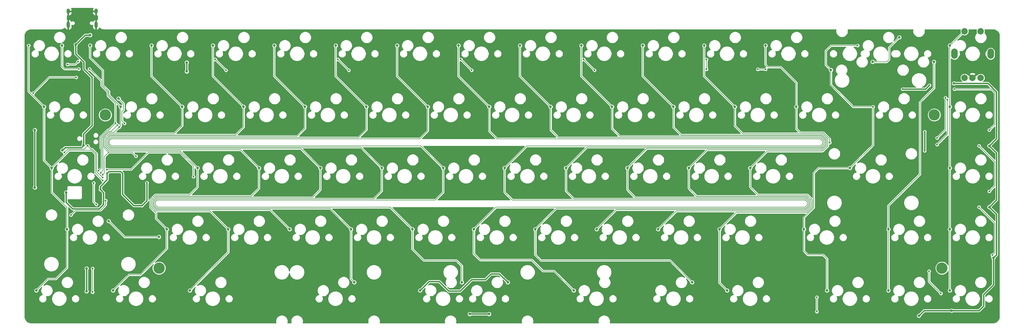
<source format=gbr>
G04 #@! TF.GenerationSoftware,KiCad,Pcbnew,(5.1.11)-1*
G04 #@! TF.CreationDate,2022-07-27T22:25:24+07:00*
G04 #@! TF.ProjectId,averange65 - Copy,61766572-616e-4676-9536-35202d20436f,rev?*
G04 #@! TF.SameCoordinates,Original*
G04 #@! TF.FileFunction,Copper,L1,Top*
G04 #@! TF.FilePolarity,Positive*
%FSLAX46Y46*%
G04 Gerber Fmt 4.6, Leading zero omitted, Abs format (unit mm)*
G04 Created by KiCad (PCBNEW (5.1.11)-1) date 2022-07-27 22:25:24*
%MOMM*%
%LPD*%
G01*
G04 APERTURE LIST*
G04 #@! TA.AperFunction,ComponentPad*
%ADD10O,1.000000X2.100000*%
G04 #@! TD*
G04 #@! TA.AperFunction,ComponentPad*
%ADD11O,1.000000X1.600000*%
G04 #@! TD*
G04 #@! TA.AperFunction,ComponentPad*
%ADD12C,2.000000*%
G04 #@! TD*
G04 #@! TA.AperFunction,ComponentPad*
%ADD13O,2.000000X3.200000*%
G04 #@! TD*
G04 #@! TA.AperFunction,ComponentPad*
%ADD14C,3.500000*%
G04 #@! TD*
G04 #@! TA.AperFunction,ViaPad*
%ADD15C,0.600000*%
G04 #@! TD*
G04 #@! TA.AperFunction,ViaPad*
%ADD16C,0.800000*%
G04 #@! TD*
G04 #@! TA.AperFunction,Conductor*
%ADD17C,0.400000*%
G04 #@! TD*
G04 #@! TA.AperFunction,Conductor*
%ADD18C,0.200000*%
G04 #@! TD*
G04 #@! TA.AperFunction,Conductor*
%ADD19C,0.254000*%
G04 #@! TD*
G04 #@! TA.AperFunction,Conductor*
%ADD20C,0.100000*%
G04 #@! TD*
G04 APERTURE END LIST*
D10*
X14568513Y-38935332D03*
X23208513Y-38935332D03*
D11*
X14568513Y-34755332D03*
X23208513Y-34755332D03*
D12*
X297616250Y-40942500D03*
X292616250Y-40942500D03*
D13*
X300716250Y-47942500D03*
X289516250Y-47942500D03*
D12*
X297616250Y-55442500D03*
X295116250Y-55442500D03*
X292616250Y-55442500D03*
D14*
X26058632Y-66986286D03*
X283234633Y-66986286D03*
X42727681Y-114611438D03*
X285615179Y-114611387D03*
D15*
X25495250Y-94805500D03*
X38957250Y-88074500D03*
X37433250Y-95186500D03*
D16*
X300288866Y-95636376D03*
X300288866Y-76586328D03*
X289344669Y-57169879D03*
X51335899Y-50678703D03*
D15*
X24546769Y-90205420D03*
X26630368Y-85149637D03*
D16*
X13915030Y-91122608D03*
X51335899Y-53467469D03*
X4194520Y-89546050D03*
D15*
X273388021Y-58955821D03*
X281722425Y-57765193D03*
X280234132Y-72236328D03*
X280234132Y-78119927D03*
D16*
X12731750Y-77980500D03*
X19303750Y-76454000D03*
X301560750Y-111448139D03*
X21338513Y-42134763D03*
X16879674Y-45110400D03*
D15*
X21936764Y-55272466D03*
D16*
X4194520Y-71686600D03*
X145098070Y-128905340D03*
X139144920Y-128905340D03*
X288591910Y-127821617D03*
X278463659Y-129466189D03*
X20267743Y-114729395D03*
X20267743Y-121825277D03*
D15*
X5683250Y-97218500D03*
X247492410Y-41394275D03*
D16*
X16620973Y-116178507D03*
D15*
X64730464Y-86042608D03*
X58777324Y-86042608D03*
X20677228Y-83363695D03*
X39727276Y-86042608D03*
X45680416Y-86042608D03*
X77827372Y-86042608D03*
X83780512Y-86042608D03*
X34369450Y-80684782D03*
X36750706Y-80089468D03*
X96877420Y-86042608D03*
X102830560Y-86042608D03*
X115927468Y-86042608D03*
X121880608Y-86042608D03*
X140930656Y-86042608D03*
X134977516Y-86042608D03*
X154027564Y-86042608D03*
X159980704Y-86042608D03*
X173077612Y-86042608D03*
X179030752Y-86042608D03*
X192127660Y-86042608D03*
X198080800Y-86042608D03*
X211177708Y-86042608D03*
X217130848Y-86042608D03*
X230227756Y-86042608D03*
X236180896Y-86042608D03*
X237966838Y-51812053D03*
X16744950Y-78943200D03*
X24669750Y-60401200D03*
X30003750Y-67310000D03*
D16*
X267732538Y-55383937D03*
D15*
X268923166Y-57765193D03*
X17836600Y-52705024D03*
D16*
X12640489Y-45405261D03*
X272383250Y-42862500D03*
X264101250Y-50482500D03*
D15*
X25255347Y-86453529D03*
X13384629Y-78694379D03*
X20573750Y-76581000D03*
X26195250Y-93617920D03*
X15396250Y-98107500D03*
D16*
X30182361Y-61912500D03*
D15*
X32035750Y-69578762D03*
X26630368Y-83959009D03*
X53419375Y-86178442D03*
D16*
X27114542Y-100012500D03*
X42703846Y-104930941D03*
D15*
X25276767Y-87367920D03*
D16*
X7043786Y-64452500D03*
D15*
X2281250Y-45402500D03*
D16*
X14187542Y-102552500D03*
X9425038Y-83502500D03*
X4662670Y-121603060D03*
X21331250Y-45402500D03*
D15*
X35560078Y-79805902D03*
D16*
X30856306Y-64452500D03*
D15*
X25221488Y-85571141D03*
X30400928Y-70778762D03*
D16*
X40381250Y-45402500D03*
X49906322Y-64452500D03*
X54668826Y-83502500D03*
X45143818Y-102552500D03*
X28475270Y-121602568D03*
X64193834Y-102552500D03*
X59431250Y-45402500D03*
X68956338Y-64452500D03*
X73718842Y-83502500D03*
X52287870Y-121603060D03*
X78481250Y-45402500D03*
X88006354Y-64452500D03*
X92768858Y-83502500D03*
X83243850Y-102552500D03*
X102293866Y-102552500D03*
X97531182Y-45402496D03*
X107056370Y-64452500D03*
X111818874Y-83502500D03*
X103314574Y-119062564D03*
X121343882Y-102552500D03*
X116581282Y-45402500D03*
X126106386Y-64452500D03*
X130868890Y-83502500D03*
X136652670Y-119062500D03*
X140393898Y-102552500D03*
X149918906Y-83502500D03*
X135631182Y-45402496D03*
X145156402Y-64452500D03*
X171350142Y-121602564D03*
D15*
X24006549Y-84356201D03*
X21136600Y-52705024D03*
X29200928Y-69578762D03*
X3715465Y-60208706D03*
X17036764Y-55272466D03*
X63491416Y-53071651D03*
X60148413Y-49728454D03*
X101591220Y-53071425D03*
X98248281Y-49728228D03*
X139691736Y-53071651D03*
X136348733Y-49728454D03*
X174448473Y-49728228D03*
X177791896Y-53071651D03*
X212548569Y-49728228D03*
X230866950Y-52781200D03*
X228479350Y-52781200D03*
X212548569Y-52781200D03*
X300288866Y-71686328D03*
X289461499Y-58955821D03*
X297088866Y-76586328D03*
X300288866Y-90736376D03*
X297088866Y-95636376D03*
X301223085Y-110613882D03*
X22120973Y-122131737D03*
X22120973Y-114729395D03*
X284103673Y-76219923D03*
X287310484Y-62234734D03*
X284103673Y-74136328D03*
X286710484Y-61634734D03*
X22463170Y-88126207D03*
X23264597Y-94838023D03*
D16*
X123725670Y-121602500D03*
X150939614Y-119062564D03*
X208090470Y-119063060D03*
X159443914Y-102552500D03*
X154681182Y-45402496D03*
X164206418Y-64452500D03*
X168968922Y-83502500D03*
X178493930Y-102552500D03*
X173731182Y-45402496D03*
X183256434Y-64452500D03*
X188018938Y-83502500D03*
X197543946Y-102552500D03*
X192781250Y-45402500D03*
X202306450Y-64452500D03*
X207068954Y-83502500D03*
X211831250Y-45402500D03*
X221356466Y-64452500D03*
X226118970Y-83502500D03*
X216593962Y-102552500D03*
X218976070Y-121603060D03*
X240406482Y-64452500D03*
X230881142Y-45402488D03*
D15*
X250800114Y-75624613D03*
D16*
X251174250Y-53022500D03*
X249932450Y-121603060D03*
X242787734Y-102552500D03*
D15*
X259456250Y-45402500D03*
X264219002Y-64452500D03*
D16*
X257075246Y-83502500D03*
X268982530Y-121603060D03*
X268981506Y-102552500D03*
X283151250Y-50482500D03*
X288031522Y-102552500D03*
X288032610Y-121603060D03*
X288031522Y-64452500D03*
X288031250Y-45402500D03*
X288031522Y-83502500D03*
D15*
X24616149Y-84965801D03*
X29800928Y-70178762D03*
X14357350Y-51273000D03*
X17633115Y-50367365D03*
X246792750Y-128143000D03*
X246792750Y-123698000D03*
X281627750Y-115557457D03*
X285291910Y-122521617D03*
D17*
X38957250Y-93662500D02*
X37433250Y-95186500D01*
X38957250Y-88074500D02*
X38957250Y-93662500D01*
X25495250Y-91153901D02*
X24546769Y-90205420D01*
X25495250Y-94805500D02*
X25495250Y-91153901D01*
X26630368Y-87141779D02*
X26630368Y-85149637D01*
X24546769Y-89225378D02*
X26630368Y-87141779D01*
X24546769Y-90205420D02*
X24546769Y-89225378D01*
X51335899Y-50678703D02*
X51335899Y-53467469D01*
X273388021Y-58955821D02*
X280531797Y-58955821D01*
X280531797Y-58955821D02*
X281722425Y-57765193D01*
X280234132Y-72236328D02*
X280234132Y-78119927D01*
X37433250Y-95186500D02*
X34881289Y-95186500D01*
X34881289Y-95186500D02*
X31392880Y-91698091D01*
X31392880Y-91698091D02*
X31392880Y-85149637D01*
X31392880Y-85149637D02*
X30797566Y-84554323D01*
X30797566Y-84554323D02*
X27225682Y-84554323D01*
X27225682Y-84554323D02*
X26630368Y-85149637D01*
X302558407Y-78855869D02*
X300288866Y-76586328D01*
X302558407Y-93366835D02*
X302558407Y-78855869D01*
X300288866Y-95636376D02*
X302558407Y-93366835D01*
X302558407Y-74316787D02*
X300288866Y-76586328D01*
X302558407Y-59848792D02*
X302558407Y-74316787D01*
X299879494Y-57169879D02*
X302558407Y-59848792D01*
X289344669Y-57169879D02*
X299879494Y-57169879D01*
X302558407Y-97905917D02*
X300288866Y-95636376D01*
X302558407Y-110450482D02*
X302558407Y-97905917D01*
X13915030Y-94163260D02*
X13915030Y-91122608D01*
X24137804Y-96162946D02*
X15914716Y-96162946D01*
X25495250Y-94805500D02*
X24137804Y-96162946D01*
X15914716Y-96162946D02*
X13915030Y-94163260D01*
X301560750Y-111448139D02*
X302558407Y-110450482D01*
X18651901Y-77105849D02*
X19303750Y-76454000D01*
X13606401Y-77105849D02*
X18651901Y-77105849D01*
X12731750Y-77980500D02*
X13606401Y-77105849D01*
X19855311Y-42134763D02*
X16879674Y-45110400D01*
X21338513Y-42134763D02*
X19855311Y-42134763D01*
X16879674Y-45110400D02*
X16879674Y-47988324D01*
X16879674Y-47988324D02*
X19437350Y-50546000D01*
X19437350Y-52773052D02*
X21936764Y-55272466D01*
X19437350Y-50546000D02*
X19437350Y-52773052D01*
X21936764Y-55272466D02*
X21936764Y-70246186D01*
X19303750Y-72879200D02*
X19303750Y-76454000D01*
X21936764Y-70246186D02*
X19303750Y-72879200D01*
X4194520Y-71686600D02*
X4194520Y-89546050D01*
X145098070Y-128905340D02*
X139144920Y-128905340D01*
X297141910Y-127821617D02*
X288591910Y-127821617D01*
X298541910Y-126421617D02*
X297141910Y-127821617D01*
X298541910Y-122821617D02*
X298541910Y-126421617D01*
X301560750Y-119802777D02*
X298541910Y-122821617D01*
X301560750Y-111448139D02*
X301560750Y-119802777D01*
X288591910Y-127821617D02*
X288591910Y-127821617D01*
X280108231Y-127821617D02*
X278463659Y-129466189D01*
X288591910Y-127821617D02*
X280108231Y-127821617D01*
X20267743Y-114729395D02*
X20267743Y-114729395D01*
X20267743Y-114729395D02*
X20267743Y-121825277D01*
D18*
X17836600Y-52705024D02*
X13366774Y-52705024D01*
X12640489Y-51978739D02*
X12640489Y-45405261D01*
X13366774Y-52705024D02*
X12640489Y-51978739D01*
X272383250Y-42862500D02*
X269220823Y-46024927D01*
X269220823Y-46024927D02*
X269220823Y-49728454D01*
X268466777Y-50482500D02*
X264101250Y-50482500D01*
X269220823Y-49728454D02*
X268466777Y-50482500D01*
X23406548Y-78978862D02*
X23406548Y-84604730D01*
X22033545Y-77605859D02*
X23406548Y-78978862D01*
X21598609Y-77605859D02*
X22033545Y-77605859D01*
X23406548Y-84604730D02*
X25255347Y-86453529D01*
X20573750Y-76581000D02*
X21598609Y-77605859D01*
X19548891Y-77605859D02*
X20573750Y-76581000D01*
X14473149Y-77605859D02*
X19548891Y-77605859D01*
X13384629Y-78694379D02*
X14473149Y-77605859D01*
X26195250Y-94993502D02*
X24525796Y-96662956D01*
X26195250Y-93617920D02*
X26195250Y-94993502D01*
X16840794Y-96662956D02*
X15396250Y-98107500D01*
X24525796Y-96662956D02*
X16840794Y-96662956D01*
X31690537Y-63420676D02*
X30182361Y-61912500D01*
X31690537Y-65504275D02*
X31690537Y-63420676D01*
X31256316Y-65938496D02*
X31690537Y-65504275D01*
X31256316Y-68799328D02*
X31256316Y-65938496D01*
X31256316Y-68799328D02*
X32035750Y-69578762D01*
X53419375Y-86178442D02*
X53419375Y-82818747D01*
X53419375Y-82818747D02*
X49218210Y-78617582D01*
X49218210Y-78617582D02*
X39413220Y-78617582D01*
X34071793Y-83959009D02*
X26630368Y-83959009D01*
X39413220Y-78617582D02*
X34071793Y-83959009D01*
X32032983Y-104930941D02*
X27114542Y-100012500D01*
X42703846Y-104930941D02*
X32032983Y-104930941D01*
X7043786Y-81121248D02*
X9425038Y-83502500D01*
X7043786Y-64452500D02*
X7043786Y-81121248D01*
X2281250Y-59689964D02*
X2281250Y-45402500D01*
X7043786Y-64452500D02*
X2281250Y-59689964D01*
X9425038Y-83502500D02*
X14921669Y-78005869D01*
X14921669Y-78005869D02*
X21867856Y-78005869D01*
X21867856Y-78005869D02*
X23006538Y-79144551D01*
X25276767Y-87367920D02*
X23006538Y-85097691D01*
X23006538Y-85097691D02*
X23006538Y-79144551D01*
X9425038Y-83502500D02*
X9425038Y-91028888D01*
X9425038Y-91028888D02*
X14187542Y-95791392D01*
X14187542Y-95791392D02*
X14187542Y-102552500D01*
X14187542Y-102552500D02*
X14187542Y-114520608D01*
X14187542Y-114520608D02*
X10699750Y-118008400D01*
X10699750Y-118008400D02*
X8257330Y-118008400D01*
X8257330Y-118008400D02*
X4662670Y-121603060D01*
X34385849Y-78631673D02*
X35560078Y-79805902D01*
X34385849Y-78617582D02*
X34385849Y-78631673D01*
X27110731Y-78617582D02*
X34385849Y-78617582D01*
X25737397Y-85055232D02*
X25737397Y-79990916D01*
X25221488Y-85571141D02*
X25737397Y-85055232D01*
X26967449Y-78474301D02*
X26967449Y-78760863D01*
X26967449Y-78474301D02*
X27110731Y-78617582D01*
X25737397Y-79990916D02*
X27110731Y-78617582D01*
X25307703Y-74209813D02*
X25307704Y-76814562D01*
X27100045Y-72417461D02*
X25307703Y-74209813D01*
X25307704Y-76814562D02*
X26967449Y-78474301D01*
X27100045Y-72417461D02*
X28762229Y-72417461D01*
X30856306Y-64452500D02*
X30856306Y-70323384D01*
X30856306Y-70323384D02*
X30400928Y-70778762D01*
X28762229Y-72417461D02*
X30400928Y-70778762D01*
X27225682Y-60821876D02*
X30856306Y-64452500D01*
X27225682Y-59661116D02*
X27225682Y-60821876D01*
X25307643Y-57743077D02*
X27225682Y-59661116D01*
X25307643Y-53168241D02*
X25307643Y-57743077D01*
X21331250Y-49191848D02*
X25307643Y-53168241D01*
X21331250Y-45402500D02*
X21331250Y-49191848D01*
X49906386Y-64452500D02*
X49906386Y-70377543D01*
X49906386Y-70377543D02*
X47466459Y-72817470D01*
X25707713Y-76648871D02*
X27276420Y-78217572D01*
X25707712Y-74375501D02*
X25707713Y-76648871D01*
X27265736Y-72817470D02*
X25707712Y-74375501D01*
X47466459Y-72817470D02*
X27265736Y-72817470D01*
X49383898Y-78217572D02*
X54668826Y-83502500D01*
X27276420Y-78217572D02*
X49383898Y-78217572D01*
X41810875Y-97492766D02*
X41810875Y-99219557D01*
X39995589Y-95677480D02*
X41810875Y-97492766D01*
X39995589Y-93425582D02*
X39995589Y-95677480D01*
X41553617Y-91867554D02*
X39995589Y-93425582D01*
X52228879Y-91867554D02*
X41553617Y-91867554D01*
X54668890Y-89427543D02*
X52228879Y-91867554D01*
X41810875Y-99219557D02*
X45143818Y-102552500D01*
X54668890Y-83502500D02*
X54668890Y-89427543D01*
X37000471Y-116701279D02*
X45143850Y-108557900D01*
X33376559Y-116701279D02*
X37000471Y-116701279D01*
X45143850Y-108557900D02*
X45143850Y-102552500D01*
X28475270Y-121602568D02*
X33376559Y-116701279D01*
X40381250Y-54927428D02*
X49906322Y-64452500D01*
X40381250Y-45402500D02*
X40381250Y-54927428D01*
X73718890Y-83502500D02*
X73718890Y-89827601D01*
X68956386Y-64452500D02*
X68956386Y-70777601D01*
X68956386Y-70777601D02*
X66516507Y-73217480D01*
X26107722Y-76483180D02*
X27442109Y-77817562D01*
X26107721Y-74541189D02*
X26107722Y-76483180D01*
X27431426Y-73217480D02*
X26107721Y-74541189D01*
X66516507Y-73217480D02*
X27431426Y-73217480D01*
X68033904Y-77817562D02*
X73718842Y-83502500D01*
X27442109Y-77817562D02*
X68033904Y-77817562D01*
X73718890Y-89827601D02*
X71278927Y-92267564D01*
X40395599Y-95511791D02*
X41751454Y-96867646D01*
X40395599Y-93591271D02*
X40395599Y-95511791D01*
X41719306Y-92267564D02*
X40395599Y-93591271D01*
X71278927Y-92267564D02*
X41719306Y-92267564D01*
X58508980Y-96867646D02*
X64193834Y-102552500D01*
X41751454Y-96867646D02*
X58508980Y-96867646D01*
X59431250Y-54927412D02*
X68956338Y-64452500D01*
X59431250Y-45402500D02*
X59431250Y-54927412D01*
X64193834Y-109697096D02*
X52287870Y-121603060D01*
X64193834Y-102552500D02*
X64193834Y-109697096D01*
X88006386Y-64452500D02*
X88006386Y-71177659D01*
X88006386Y-71177659D02*
X85566555Y-73617490D01*
X26507731Y-76317489D02*
X27607798Y-77417552D01*
X26507730Y-74706877D02*
X26507731Y-76317489D01*
X27597115Y-73617490D02*
X26507730Y-74706877D01*
X85566555Y-73617490D02*
X27597115Y-73617490D01*
X86683910Y-77417552D02*
X92768858Y-83502500D01*
X27607798Y-77417552D02*
X86683910Y-77417552D01*
X41917143Y-96467636D02*
X77158986Y-96467636D01*
X77158986Y-96467636D02*
X83243850Y-102552500D01*
X92768890Y-83502500D02*
X92768890Y-90227659D01*
X41884995Y-92667574D02*
X40795609Y-93756960D01*
X40795609Y-95346102D02*
X41917143Y-96467636D01*
X40795609Y-93756960D02*
X40795609Y-95346102D01*
X92768890Y-90227659D02*
X90328975Y-92667574D01*
X90328975Y-92667574D02*
X41884995Y-92667574D01*
X78481250Y-54927396D02*
X88006354Y-64452500D01*
X78481250Y-45402500D02*
X78481250Y-54927396D01*
X111818822Y-83502496D02*
X111818822Y-90627633D01*
X107056318Y-64452496D02*
X107056318Y-71577633D01*
X107056318Y-71577633D02*
X104616451Y-74017500D01*
X26907740Y-76151798D02*
X27773487Y-77017542D01*
X26907739Y-74872565D02*
X26907740Y-76151798D01*
X27762804Y-74017500D02*
X26907739Y-74872565D01*
X104616451Y-74017500D02*
X27762804Y-74017500D01*
X105333916Y-77017542D02*
X111818874Y-83502500D01*
X27773487Y-77017542D02*
X105333916Y-77017542D01*
X111818822Y-90627633D02*
X109378871Y-93067584D01*
X41195619Y-95180413D02*
X42082832Y-96067626D01*
X41195619Y-93922649D02*
X41195619Y-95180413D01*
X42050684Y-93067584D02*
X41195619Y-93922649D01*
X109378871Y-93067584D02*
X42050684Y-93067584D01*
X95808992Y-96067626D02*
X102293866Y-102552500D01*
X42082832Y-96067626D02*
X95808992Y-96067626D01*
X97531182Y-54927312D02*
X107056370Y-64452500D01*
X97531182Y-45402496D02*
X97531182Y-54927312D01*
X102293866Y-118041856D02*
X103314574Y-119062564D01*
X102293866Y-102552500D02*
X102293866Y-118041856D01*
X126106418Y-64452500D02*
X126106418Y-71977558D01*
X126106418Y-71977558D02*
X123666466Y-74417510D01*
X27307749Y-75986107D02*
X27939176Y-76617532D01*
X27307749Y-75038254D02*
X27307749Y-75986107D01*
X27928493Y-74417510D02*
X27307749Y-75038254D01*
X123666466Y-74417510D02*
X27928493Y-74417510D01*
X123983922Y-76617532D02*
X130868890Y-83502500D01*
X27939176Y-76617532D02*
X123983922Y-76617532D01*
X42248521Y-95667616D02*
X114458998Y-95667616D01*
X41595629Y-95014726D02*
X42248521Y-95667616D01*
X41595629Y-94088338D02*
X41595629Y-95014726D01*
X128445501Y-93467594D02*
X42216373Y-93467594D01*
X42216373Y-93467594D02*
X41595629Y-94088338D01*
X130868922Y-91044173D02*
X128445501Y-93467594D01*
X114458998Y-95667616D02*
X121343882Y-102552500D01*
X130868922Y-83502500D02*
X130868922Y-91044173D01*
X116581282Y-54927396D02*
X126106386Y-64452500D01*
X116581282Y-45402500D02*
X116581282Y-54927396D01*
X136652670Y-113911681D02*
X136652670Y-119062500D01*
X124856976Y-112236308D02*
X134977297Y-112236308D01*
X121343882Y-108723214D02*
X124856976Y-112236308D01*
X134977297Y-112236308D02*
X136652670Y-113911681D01*
X121343882Y-102552500D02*
X121343882Y-108723214D01*
X149918922Y-91027558D02*
X149918922Y-83502500D01*
X152358952Y-93467588D02*
X149918922Y-91027558D01*
X243217214Y-93467588D02*
X152358952Y-93467588D01*
X243837954Y-95015040D02*
X243837954Y-94088326D01*
X243185385Y-95667609D02*
X243837954Y-95015040D01*
X147278789Y-95667609D02*
X243185385Y-95667609D01*
X243837954Y-94088326D02*
X243217214Y-93467588D01*
X140393898Y-102552500D02*
X147278789Y-95667609D01*
X135631182Y-54927280D02*
X145156402Y-64452500D01*
X135631182Y-45402496D02*
X135631182Y-54927280D01*
X140393898Y-110186948D02*
X140393898Y-102552500D01*
X142314930Y-112107980D02*
X140393898Y-110186948D01*
X158377890Y-112107980D02*
X142314930Y-112107980D01*
X161825000Y-115555090D02*
X158377890Y-112107980D01*
X247947183Y-74417504D02*
X147596364Y-74417504D01*
X145156418Y-71977558D02*
X145156418Y-64452500D01*
X248600074Y-75070393D02*
X247947183Y-74417504D01*
X248600074Y-75986095D02*
X248600074Y-75070393D01*
X247968644Y-76617525D02*
X248600074Y-75986095D01*
X156803881Y-76617525D02*
X247968644Y-76617525D01*
X147596364Y-74417504D02*
X145156418Y-71977558D01*
X149918906Y-83502500D02*
X156803881Y-76617525D01*
X165302668Y-115555090D02*
X171350142Y-121602564D01*
X161825000Y-115555090D02*
X165302668Y-115555090D01*
X24937377Y-77575634D02*
X24507686Y-77145941D01*
X24006549Y-84356201D02*
X24937377Y-83425373D01*
X24507685Y-73878436D02*
X26768668Y-71617442D01*
X24507686Y-77145941D02*
X24507685Y-73878436D01*
X24937377Y-83425373D02*
X24937377Y-77575634D01*
X27162248Y-71617442D02*
X29200928Y-69578762D01*
X26768668Y-71617442D02*
X27162248Y-71617442D01*
X24907633Y-56476057D02*
X21136600Y-52705024D01*
X24907633Y-57908765D02*
X24907633Y-56476057D01*
X26825672Y-59826804D02*
X24907633Y-57908765D01*
X26825672Y-60987565D02*
X26825672Y-59826804D01*
X29200928Y-63362820D02*
X26825672Y-60987565D01*
X29200928Y-69578762D02*
X29200928Y-63362820D01*
X8651705Y-55272466D02*
X17036764Y-55272466D01*
X3715465Y-60208706D02*
X8651705Y-55272466D01*
X60147993Y-49728228D02*
X63491416Y-53071651D01*
X98247797Y-49728002D02*
X101591220Y-53071425D01*
X136348313Y-49728228D02*
X139691736Y-53071651D01*
X174448473Y-49728228D02*
X177791896Y-53071651D01*
X230866950Y-52781200D02*
X228479350Y-52781200D01*
X228479350Y-52781200D02*
X228479350Y-52781200D01*
X212548569Y-49728228D02*
X212548569Y-52781200D01*
X212548569Y-52781200D02*
X212548569Y-52781200D01*
X300288866Y-71686328D02*
X302058396Y-69916798D01*
X302058396Y-69916798D02*
X302058396Y-60055903D01*
X302058396Y-60055903D02*
X300958314Y-58955821D01*
X300958314Y-58955821D02*
X289461499Y-58955821D01*
X297088866Y-76586328D02*
X302058396Y-81555858D01*
X302058396Y-81555858D02*
X302058396Y-88966846D01*
X302058396Y-88966846D02*
X300288866Y-90736376D01*
X302058396Y-109778571D02*
X302058396Y-100605906D01*
X302058396Y-100605906D02*
X297088866Y-95636376D01*
X302058396Y-109778571D02*
X301223085Y-110613882D01*
X22120973Y-122131737D02*
X22120973Y-114729395D01*
X22120973Y-114729395D02*
X22120973Y-114729395D01*
X287310484Y-73013112D02*
X284103673Y-76219923D01*
X287310484Y-62234734D02*
X287310484Y-73013112D01*
X286710484Y-71529517D02*
X284103673Y-74136328D01*
X286710484Y-61634734D02*
X286710484Y-71529517D01*
X22463170Y-94036596D02*
X23264597Y-94838023D01*
X22463170Y-88126207D02*
X22463170Y-94036596D01*
D17*
X123725670Y-121602500D02*
X126543423Y-118784747D01*
X126543423Y-118784747D02*
X129619476Y-118784747D01*
X129619476Y-118784747D02*
X132596041Y-121761312D01*
X132596041Y-121761312D02*
X136167919Y-121761312D01*
X136167919Y-121761312D02*
X139739797Y-118189434D01*
X139739797Y-118189434D02*
X143906988Y-118189434D01*
X143906988Y-118189434D02*
X145692927Y-116403495D01*
X148280545Y-116403495D02*
X150939614Y-119062564D01*
X145692927Y-116403495D02*
X148280545Y-116403495D01*
D18*
X168968822Y-90627633D02*
X168968822Y-83502496D01*
X171408767Y-93067578D02*
X168968822Y-90627633D01*
X244237964Y-93922637D02*
X243382903Y-93067578D01*
X243382903Y-93067578D02*
X171408767Y-93067578D01*
X244237964Y-95180729D02*
X244237964Y-93922637D01*
X243351074Y-96067619D02*
X244237964Y-95180729D01*
X165928795Y-96067619D02*
X243351074Y-96067619D01*
X159443914Y-102552500D02*
X165928795Y-96067619D01*
X154681182Y-54927264D02*
X164206418Y-64452500D01*
X154681182Y-45402496D02*
X154681182Y-54927264D01*
X159443914Y-102552500D02*
X159443914Y-110509153D01*
X159443914Y-110509153D02*
X161171069Y-112236308D01*
X201263718Y-112236308D02*
X208090470Y-119063060D01*
X161171069Y-112236308D02*
X201263718Y-112236308D01*
X166646179Y-74017494D02*
X164206318Y-71577633D01*
X248112873Y-74017495D02*
X166646179Y-74017494D01*
X249000084Y-74904704D02*
X248112873Y-74017495D01*
X248134333Y-77017535D02*
X249000084Y-76151784D01*
X249000084Y-76151784D02*
X249000084Y-74904704D01*
X175453887Y-77017535D02*
X248134333Y-77017535D01*
X164206318Y-71577633D02*
X164206318Y-64452496D01*
X168968922Y-83502500D02*
X175453887Y-77017535D01*
X188019334Y-90227671D02*
X188019334Y-83502512D01*
X243548593Y-92667569D02*
X190459231Y-92667568D01*
X190459231Y-92667568D02*
X188019334Y-90227671D01*
X244637974Y-93756948D02*
X243548593Y-92667569D01*
X244637974Y-95346418D02*
X244637974Y-93756948D01*
X243516763Y-96467629D02*
X244637974Y-95346418D01*
X184578801Y-96467629D02*
X243516763Y-96467629D01*
X178493930Y-102552500D02*
X184578801Y-96467629D01*
X173731182Y-54927248D02*
X183256434Y-64452500D01*
X173731182Y-45402496D02*
X173731182Y-54927248D01*
X183256830Y-71177671D02*
X183256830Y-64452512D01*
X185696644Y-73617485D02*
X183256830Y-71177671D01*
X248278563Y-73617486D02*
X185696644Y-73617485D01*
X249400094Y-74739015D02*
X248278563Y-73617486D01*
X249400094Y-76317473D02*
X249400094Y-74739015D01*
X248300022Y-77417545D02*
X249400094Y-76317473D01*
X194103893Y-77417545D02*
X248300022Y-77417545D01*
X188018938Y-83502500D02*
X194103893Y-77417545D01*
X207068890Y-89827601D02*
X207068890Y-83502500D01*
X243714283Y-92267560D02*
X209508848Y-92267559D01*
X245037984Y-93591259D02*
X243714283Y-92267560D01*
X245037984Y-95512107D02*
X245037984Y-93591259D01*
X243682452Y-96867639D02*
X245037984Y-95512107D01*
X209508848Y-92267559D02*
X207068890Y-89827601D01*
X203228807Y-96867639D02*
X243682452Y-96867639D01*
X197543946Y-102552500D02*
X203228807Y-96867639D01*
X192781250Y-54927300D02*
X202306450Y-64452500D01*
X192781250Y-45402500D02*
X192781250Y-54927300D01*
X204746261Y-73217476D02*
X202306386Y-70777601D01*
X249800104Y-74573326D02*
X248444253Y-73217477D01*
X249800104Y-76483162D02*
X249800104Y-74573326D01*
X202306386Y-70777601D02*
X202306386Y-64452500D01*
X248465711Y-77817555D02*
X249800104Y-76483162D01*
X248444253Y-73217477D02*
X204746261Y-73217476D01*
X212753899Y-77817555D02*
X248465711Y-77817555D01*
X207068954Y-83502500D02*
X212753899Y-77817555D01*
X228558898Y-91867551D02*
X226118890Y-89427543D01*
X243879971Y-91867551D02*
X228558898Y-91867551D01*
X245437994Y-93425574D02*
X243879971Y-91867551D01*
X245437994Y-95677796D02*
X245437994Y-93425574D01*
X243848141Y-97267649D02*
X245437994Y-95677796D01*
X226118890Y-89427543D02*
X226118890Y-83502500D01*
X221878813Y-97267649D02*
X243848141Y-97267649D01*
X216593962Y-102552500D02*
X221878813Y-97267649D01*
X211831250Y-54927284D02*
X221356466Y-64452500D01*
X211831250Y-45402500D02*
X211831250Y-54927284D01*
X216593962Y-119220952D02*
X218976070Y-121603060D01*
X216593962Y-102552500D02*
X216593962Y-119220952D01*
X221356386Y-70377543D02*
X221356386Y-64452500D01*
X250200114Y-74407637D02*
X248609943Y-72817469D01*
X223796310Y-72817467D02*
X221356386Y-70377543D01*
X250200114Y-76648851D02*
X250200114Y-74407637D01*
X248631400Y-78217565D02*
X250200114Y-76648851D01*
X231403905Y-78217565D02*
X248631400Y-78217565D01*
X248609943Y-72817469D02*
X223796310Y-72817467D01*
X226118970Y-83502500D02*
X231403905Y-78217565D01*
X230881142Y-45402488D02*
X230881142Y-51327531D01*
X240406482Y-64452500D02*
X240406482Y-56930237D01*
X240406482Y-56930237D02*
X235585970Y-52109725D01*
X231663336Y-52109725D02*
X230881142Y-51327531D01*
X235585970Y-52109725D02*
X231663336Y-52109725D01*
X250800114Y-74441939D02*
X250800114Y-75624613D01*
X241580670Y-72417459D02*
X248775634Y-72417459D01*
X248775634Y-72417459D02*
X250800114Y-74441939D01*
X240406482Y-71243271D02*
X241580670Y-72417459D01*
X240406482Y-64452500D02*
X240406482Y-71243271D01*
X243979310Y-110509814D02*
X242787734Y-109318238D01*
X248741822Y-110509814D02*
X243979310Y-110509814D01*
X242787734Y-109318238D02*
X242787734Y-102552500D01*
X249932450Y-111700442D02*
X248741822Y-110509814D01*
X249932450Y-121603060D02*
X249932450Y-111700442D01*
X251174250Y-53022500D02*
X249575461Y-51423711D01*
X249575461Y-51423711D02*
X249575461Y-47049541D01*
X251222502Y-45402500D02*
X259456250Y-45402500D01*
X249575461Y-47049541D02*
X251222502Y-45402500D01*
X264219002Y-76358744D02*
X257075246Y-83502500D01*
X264219002Y-64452500D02*
X264219002Y-76358744D01*
X251174250Y-53022500D02*
X251174250Y-57578040D01*
X251174250Y-57578040D02*
X258048710Y-64452500D01*
X258048710Y-64452500D02*
X264219002Y-64452500D01*
X247353057Y-83502500D02*
X257075246Y-83502500D01*
X245838004Y-85017553D02*
X247353057Y-83502500D01*
X245838004Y-95843485D02*
X245838004Y-85017553D01*
X242787734Y-98893755D02*
X245838004Y-95843485D01*
X242787734Y-102552500D02*
X242787734Y-98893755D01*
X268982530Y-102553524D02*
X268981506Y-102552500D01*
X268982530Y-121603060D02*
X268982530Y-102553524D01*
X268981506Y-102552500D02*
X268981506Y-95211635D01*
X283151250Y-50482500D02*
X283151250Y-58637500D01*
X283151250Y-58637500D02*
X278796750Y-62992000D01*
X278796750Y-85396391D02*
X268981506Y-95211635D01*
X278796750Y-62992000D02*
X278796750Y-85396391D01*
X288031522Y-83502500D02*
X288031522Y-102552500D01*
X288031522Y-121601972D02*
X288032610Y-121603060D01*
X288031522Y-102552500D02*
X288031522Y-121601972D01*
X288031522Y-83502500D02*
X288031522Y-64452500D01*
X288031522Y-45402772D02*
X288031250Y-45402500D01*
X288031522Y-64452500D02*
X288031522Y-45402772D01*
X288031250Y-45402500D02*
X292616250Y-40942500D01*
X25337387Y-77409944D02*
X24907695Y-76980253D01*
X24616149Y-84965801D02*
X25337387Y-84244563D01*
X24907695Y-76980253D02*
X24907694Y-74044125D01*
X25337387Y-84244563D02*
X25337387Y-77409944D01*
X24907694Y-74044125D02*
X26934357Y-72017452D01*
X27962238Y-72017452D02*
X29800928Y-70178762D01*
X26934357Y-72017452D02*
X27962238Y-72017452D01*
X16727480Y-51273000D02*
X17633115Y-50367365D01*
X14357350Y-51273000D02*
X16727480Y-51273000D01*
X246792750Y-128143000D02*
X246792750Y-123698000D01*
X281627750Y-118857457D02*
X285291910Y-122521617D01*
X281627750Y-115557457D02*
X281627750Y-118857457D01*
D19*
X22208510Y-33903654D02*
X22120098Y-34109345D01*
X22073513Y-34328332D01*
X22073513Y-34628332D01*
X23081513Y-34628332D01*
X23081513Y-34608332D01*
X23335513Y-34608332D01*
X23335513Y-34628332D01*
X23355513Y-34628332D01*
X23355513Y-34882332D01*
X23335513Y-34882332D01*
X23335513Y-36023286D01*
X23510387Y-36149451D01*
X23602663Y-36116428D01*
X23602730Y-37324260D01*
X23510387Y-37291213D01*
X23335513Y-37417378D01*
X23335513Y-38808332D01*
X23355513Y-38808332D01*
X23355513Y-39062332D01*
X23335513Y-39062332D01*
X23335513Y-40453286D01*
X23510387Y-40579451D01*
X23733489Y-40499608D01*
X23921277Y-40377701D01*
X24081674Y-40221501D01*
X24208516Y-40037010D01*
X24263478Y-39909140D01*
X24462802Y-40075051D01*
X24497018Y-40098281D01*
X24530863Y-40121956D01*
X24536428Y-40125037D01*
X24536432Y-40125040D01*
X24536437Y-40125042D01*
X24808526Y-40273222D01*
X24846554Y-40289343D01*
X24884398Y-40306013D01*
X24890461Y-40307956D01*
X24890464Y-40307957D01*
X24890468Y-40307958D01*
X25186154Y-40400467D01*
X25226642Y-40408906D01*
X25266953Y-40417897D01*
X25273265Y-40418624D01*
X25273277Y-40418626D01*
X25273288Y-40418626D01*
X25538848Y-40447348D01*
X25540949Y-40447985D01*
X25607942Y-40454583D01*
X252760944Y-40454692D01*
X252698250Y-40769874D01*
X252698250Y-41145126D01*
X252771459Y-41513168D01*
X252915061Y-41859856D01*
X253123540Y-42171866D01*
X253388884Y-42437210D01*
X253700894Y-42645689D01*
X254047582Y-42789291D01*
X254415624Y-42862500D01*
X254790876Y-42862500D01*
X255158918Y-42789291D01*
X255505606Y-42645689D01*
X255817616Y-42437210D01*
X256082960Y-42171866D01*
X256291439Y-41859856D01*
X256435041Y-41513168D01*
X256508250Y-41145126D01*
X256508250Y-40769874D01*
X256445556Y-40454694D01*
X276636942Y-40454704D01*
X276574250Y-40769874D01*
X276574250Y-41145126D01*
X276647459Y-41513168D01*
X276791061Y-41859856D01*
X276999540Y-42171866D01*
X277264884Y-42437210D01*
X277576894Y-42645689D01*
X277923582Y-42789291D01*
X278291624Y-42862500D01*
X278666876Y-42862500D01*
X279034918Y-42789291D01*
X279381606Y-42645689D01*
X279693616Y-42437210D01*
X279958960Y-42171866D01*
X280167439Y-41859856D01*
X280311041Y-41513168D01*
X280384250Y-41145126D01*
X280384250Y-40769874D01*
X280321558Y-40454706D01*
X291323515Y-40454711D01*
X291288321Y-40539677D01*
X291235250Y-40806483D01*
X291235250Y-41078517D01*
X291288321Y-41345323D01*
X291352649Y-41500624D01*
X288138170Y-44627467D01*
X288108172Y-44621500D01*
X287954328Y-44621500D01*
X287803441Y-44651513D01*
X287661308Y-44710387D01*
X287533391Y-44795858D01*
X287424608Y-44904641D01*
X287339137Y-45032558D01*
X287280263Y-45174691D01*
X287250250Y-45325578D01*
X287250250Y-45479422D01*
X287280263Y-45630309D01*
X287339137Y-45772442D01*
X287424608Y-45900359D01*
X287533391Y-46009142D01*
X287550523Y-46020589D01*
X287550522Y-61597053D01*
X287509124Y-61579905D01*
X287389173Y-61556045D01*
X287365313Y-61436094D01*
X287313978Y-61312160D01*
X287239451Y-61200622D01*
X287144596Y-61105767D01*
X287033058Y-61031240D01*
X286909124Y-60979905D01*
X286777557Y-60953734D01*
X286643411Y-60953734D01*
X286511844Y-60979905D01*
X286387910Y-61031240D01*
X286276372Y-61105767D01*
X286181517Y-61200622D01*
X286106990Y-61312160D01*
X286055655Y-61436094D01*
X286029484Y-61567661D01*
X286029484Y-61701807D01*
X286055655Y-61833374D01*
X286106990Y-61957308D01*
X286181517Y-62068846D01*
X286229484Y-62116813D01*
X286229485Y-71330279D01*
X284104437Y-73455328D01*
X284036600Y-73455328D01*
X283905033Y-73481499D01*
X283781099Y-73532834D01*
X283669561Y-73607361D01*
X283574706Y-73702216D01*
X283500179Y-73813754D01*
X283448844Y-73937688D01*
X283422673Y-74069255D01*
X283422673Y-74203401D01*
X283448844Y-74334968D01*
X283500179Y-74458902D01*
X283574706Y-74570440D01*
X283669561Y-74665295D01*
X283781099Y-74739822D01*
X283905033Y-74791157D01*
X284036600Y-74817328D01*
X284170746Y-74817328D01*
X284302313Y-74791157D01*
X284426247Y-74739822D01*
X284537785Y-74665295D01*
X284632640Y-74570440D01*
X284707167Y-74458902D01*
X284758502Y-74334968D01*
X284784673Y-74203401D01*
X284784673Y-74135564D01*
X286829485Y-72090753D01*
X286829485Y-72813875D01*
X284104437Y-75538923D01*
X284036600Y-75538923D01*
X283905033Y-75565094D01*
X283781099Y-75616429D01*
X283669561Y-75690956D01*
X283574706Y-75785811D01*
X283500179Y-75897349D01*
X283448844Y-76021283D01*
X283422673Y-76152850D01*
X283422673Y-76286996D01*
X283448844Y-76418563D01*
X283500179Y-76542497D01*
X283574706Y-76654035D01*
X283669561Y-76748890D01*
X283781099Y-76823417D01*
X283905033Y-76874752D01*
X284036600Y-76900923D01*
X284170746Y-76900923D01*
X284302313Y-76874752D01*
X284426247Y-76823417D01*
X284537785Y-76748890D01*
X284632640Y-76654035D01*
X284707167Y-76542497D01*
X284758502Y-76418563D01*
X284784673Y-76286996D01*
X284784673Y-76219159D01*
X287550523Y-73453309D01*
X287550522Y-82884593D01*
X287533663Y-82895858D01*
X287424880Y-83004641D01*
X287339409Y-83132558D01*
X287280535Y-83274691D01*
X287250522Y-83425578D01*
X287250522Y-83579422D01*
X287280535Y-83730309D01*
X287339409Y-83872442D01*
X287424880Y-84000359D01*
X287533663Y-84109142D01*
X287550522Y-84120407D01*
X287550523Y-101934593D01*
X287533663Y-101945858D01*
X287424880Y-102054641D01*
X287339409Y-102182558D01*
X287280535Y-102324691D01*
X287250522Y-102475578D01*
X287250522Y-102629422D01*
X287280535Y-102780309D01*
X287339409Y-102922442D01*
X287424880Y-103050359D01*
X287533663Y-103159142D01*
X287550522Y-103170407D01*
X287550523Y-113715148D01*
X287503647Y-113601980D01*
X287270435Y-113252954D01*
X286973612Y-112956131D01*
X286624586Y-112722919D01*
X286236769Y-112562280D01*
X285825064Y-112480387D01*
X285405294Y-112480387D01*
X284993589Y-112562280D01*
X284605772Y-112722919D01*
X284256746Y-112956131D01*
X283959923Y-113252954D01*
X283726711Y-113601980D01*
X283566072Y-113989797D01*
X283484179Y-114401502D01*
X283484179Y-114821272D01*
X283566072Y-115232977D01*
X283726711Y-115620794D01*
X283959923Y-115969820D01*
X284256746Y-116266643D01*
X284605772Y-116499855D01*
X284993589Y-116660494D01*
X285405294Y-116742387D01*
X285825064Y-116742387D01*
X286236769Y-116660494D01*
X286624586Y-116499855D01*
X286973612Y-116266643D01*
X287270435Y-115969820D01*
X287503647Y-115620794D01*
X287550523Y-115507626D01*
X287550523Y-120985880D01*
X287534751Y-120996418D01*
X287425968Y-121105201D01*
X287340497Y-121233118D01*
X287281623Y-121375251D01*
X287251610Y-121526138D01*
X287251610Y-121679982D01*
X287281623Y-121830869D01*
X287340497Y-121973002D01*
X287425968Y-122100919D01*
X287534751Y-122209702D01*
X287662668Y-122295173D01*
X287804801Y-122354047D01*
X287955688Y-122384060D01*
X288109532Y-122384060D01*
X288260419Y-122354047D01*
X288402552Y-122295173D01*
X288530469Y-122209702D01*
X288639252Y-122100919D01*
X288724723Y-121973002D01*
X288783597Y-121830869D01*
X288813610Y-121679982D01*
X288813610Y-121526138D01*
X288783597Y-121375251D01*
X288724723Y-121233118D01*
X288639252Y-121105201D01*
X288530469Y-120996418D01*
X288512522Y-120984426D01*
X288512522Y-118877798D01*
X295776610Y-118877798D01*
X295776610Y-119248322D01*
X295848896Y-119611727D01*
X295990690Y-119954047D01*
X296196542Y-120262127D01*
X296458543Y-120524128D01*
X296766623Y-120729980D01*
X297108943Y-120871774D01*
X297472348Y-120944060D01*
X297842872Y-120944060D01*
X298206277Y-120871774D01*
X298548597Y-120729980D01*
X298856677Y-120524128D01*
X299118678Y-120262127D01*
X299324530Y-119954047D01*
X299466324Y-119611727D01*
X299538610Y-119248322D01*
X299538610Y-118877798D01*
X299466324Y-118514393D01*
X299324530Y-118172073D01*
X299118678Y-117863993D01*
X298856677Y-117601992D01*
X298548597Y-117396140D01*
X298206277Y-117254346D01*
X297842872Y-117182060D01*
X297472348Y-117182060D01*
X297108943Y-117254346D01*
X296766623Y-117396140D01*
X296458543Y-117601992D01*
X296196542Y-117863993D01*
X295990690Y-118172073D01*
X295848896Y-118514393D01*
X295776610Y-118877798D01*
X288512522Y-118877798D01*
X288512522Y-104968795D01*
X288780522Y-104968795D01*
X288780522Y-105216205D01*
X288828790Y-105458862D01*
X288923469Y-105687439D01*
X289060923Y-105893153D01*
X289235869Y-106068099D01*
X289441583Y-106205553D01*
X289670160Y-106300232D01*
X289912817Y-106348500D01*
X290160227Y-106348500D01*
X290402884Y-106300232D01*
X290631461Y-106205553D01*
X290837175Y-106068099D01*
X291012121Y-105893153D01*
X291149575Y-105687439D01*
X291244254Y-105458862D01*
X291292522Y-105216205D01*
X291292522Y-104968795D01*
X291270602Y-104858593D01*
X292741622Y-104858593D01*
X292741622Y-105326407D01*
X292832888Y-105785233D01*
X293011913Y-106217437D01*
X293271817Y-106606410D01*
X293602612Y-106937205D01*
X293991585Y-107197109D01*
X294423789Y-107376134D01*
X294882615Y-107467400D01*
X295350429Y-107467400D01*
X295809255Y-107376134D01*
X296241459Y-107197109D01*
X296630432Y-106937205D01*
X296961227Y-106606410D01*
X297221131Y-106217437D01*
X297400156Y-105785233D01*
X297491422Y-105326407D01*
X297491422Y-104968795D01*
X298940522Y-104968795D01*
X298940522Y-105216205D01*
X298988790Y-105458862D01*
X299083469Y-105687439D01*
X299220923Y-105893153D01*
X299395869Y-106068099D01*
X299601583Y-106205553D01*
X299830160Y-106300232D01*
X300072817Y-106348500D01*
X300320227Y-106348500D01*
X300562884Y-106300232D01*
X300791461Y-106205553D01*
X300997175Y-106068099D01*
X301172121Y-105893153D01*
X301309575Y-105687439D01*
X301404254Y-105458862D01*
X301452522Y-105216205D01*
X301452522Y-104968795D01*
X301404254Y-104726138D01*
X301309575Y-104497561D01*
X301172121Y-104291847D01*
X300997175Y-104116901D01*
X300791461Y-103979447D01*
X300562884Y-103884768D01*
X300320227Y-103836500D01*
X300072817Y-103836500D01*
X299830160Y-103884768D01*
X299601583Y-103979447D01*
X299395869Y-104116901D01*
X299220923Y-104291847D01*
X299083469Y-104497561D01*
X298988790Y-104726138D01*
X298940522Y-104968795D01*
X297491422Y-104968795D01*
X297491422Y-104858593D01*
X297400156Y-104399767D01*
X297221131Y-103967563D01*
X296961227Y-103578590D01*
X296630432Y-103247795D01*
X296241459Y-102987891D01*
X295809255Y-102808866D01*
X295350429Y-102717600D01*
X294882615Y-102717600D01*
X294423789Y-102808866D01*
X293991585Y-102987891D01*
X293602612Y-103247795D01*
X293271817Y-103578590D01*
X293011913Y-103967563D01*
X292832888Y-104399767D01*
X292741622Y-104858593D01*
X291270602Y-104858593D01*
X291244254Y-104726138D01*
X291149575Y-104497561D01*
X291104550Y-104430176D01*
X291121260Y-104433500D01*
X291491784Y-104433500D01*
X291855189Y-104361214D01*
X292197509Y-104219420D01*
X292505589Y-104013568D01*
X292767590Y-103751567D01*
X292973442Y-103443487D01*
X293115236Y-103101167D01*
X293187522Y-102737762D01*
X293187522Y-102367238D01*
X293115236Y-102003833D01*
X292973442Y-101661513D01*
X292767590Y-101353433D01*
X292505589Y-101091432D01*
X292197509Y-100885580D01*
X291855189Y-100743786D01*
X291491784Y-100671500D01*
X291121260Y-100671500D01*
X290757855Y-100743786D01*
X290415535Y-100885580D01*
X290107455Y-101091432D01*
X289845454Y-101353433D01*
X289639602Y-101661513D01*
X289497808Y-102003833D01*
X289425522Y-102367238D01*
X289425522Y-102737762D01*
X289497808Y-103101167D01*
X289639602Y-103443487D01*
X289845454Y-103751567D01*
X289930387Y-103836500D01*
X289912817Y-103836500D01*
X289670160Y-103884768D01*
X289441583Y-103979447D01*
X289235869Y-104116901D01*
X289060923Y-104291847D01*
X288923469Y-104497561D01*
X288828790Y-104726138D01*
X288780522Y-104968795D01*
X288512522Y-104968795D01*
X288512522Y-103170407D01*
X288529381Y-103159142D01*
X288638164Y-103050359D01*
X288723635Y-102922442D01*
X288782509Y-102780309D01*
X288812522Y-102629422D01*
X288812522Y-102475578D01*
X288782509Y-102324691D01*
X288723635Y-102182558D01*
X288638164Y-102054641D01*
X288529381Y-101945858D01*
X288512522Y-101934593D01*
X288512522Y-99827238D01*
X295775522Y-99827238D01*
X295775522Y-100197762D01*
X295847808Y-100561167D01*
X295989602Y-100903487D01*
X296195454Y-101211567D01*
X296457455Y-101473568D01*
X296765535Y-101679420D01*
X297107855Y-101821214D01*
X297471260Y-101893500D01*
X297841784Y-101893500D01*
X298205189Y-101821214D01*
X298547509Y-101679420D01*
X298855589Y-101473568D01*
X299117590Y-101211567D01*
X299323442Y-100903487D01*
X299465236Y-100561167D01*
X299537522Y-100197762D01*
X299537522Y-99827238D01*
X299465236Y-99463833D01*
X299323442Y-99121513D01*
X299117590Y-98813433D01*
X298855589Y-98551432D01*
X298547509Y-98345580D01*
X298205189Y-98203786D01*
X297841784Y-98131500D01*
X297471260Y-98131500D01*
X297107855Y-98203786D01*
X296765535Y-98345580D01*
X296457455Y-98551432D01*
X296195454Y-98813433D01*
X295989602Y-99121513D01*
X295847808Y-99463833D01*
X295775522Y-99827238D01*
X288512522Y-99827238D01*
X288512522Y-85918795D01*
X288780522Y-85918795D01*
X288780522Y-86166205D01*
X288828790Y-86408862D01*
X288923469Y-86637439D01*
X289060923Y-86843153D01*
X289235869Y-87018099D01*
X289441583Y-87155553D01*
X289670160Y-87250232D01*
X289912817Y-87298500D01*
X290160227Y-87298500D01*
X290402884Y-87250232D01*
X290631461Y-87155553D01*
X290837175Y-87018099D01*
X291012121Y-86843153D01*
X291149575Y-86637439D01*
X291244254Y-86408862D01*
X291292522Y-86166205D01*
X291292522Y-85918795D01*
X291270602Y-85808593D01*
X292741622Y-85808593D01*
X292741622Y-86276407D01*
X292832888Y-86735233D01*
X293011913Y-87167437D01*
X293271817Y-87556410D01*
X293602612Y-87887205D01*
X293991585Y-88147109D01*
X294423789Y-88326134D01*
X294882615Y-88417400D01*
X295350429Y-88417400D01*
X295809255Y-88326134D01*
X296241459Y-88147109D01*
X296630432Y-87887205D01*
X296961227Y-87556410D01*
X297221131Y-87167437D01*
X297400156Y-86735233D01*
X297491422Y-86276407D01*
X297491422Y-85918795D01*
X298940522Y-85918795D01*
X298940522Y-86166205D01*
X298988790Y-86408862D01*
X299083469Y-86637439D01*
X299220923Y-86843153D01*
X299395869Y-87018099D01*
X299601583Y-87155553D01*
X299830160Y-87250232D01*
X300072817Y-87298500D01*
X300320227Y-87298500D01*
X300562884Y-87250232D01*
X300791461Y-87155553D01*
X300997175Y-87018099D01*
X301172121Y-86843153D01*
X301309575Y-86637439D01*
X301404254Y-86408862D01*
X301452522Y-86166205D01*
X301452522Y-85918795D01*
X301404254Y-85676138D01*
X301309575Y-85447561D01*
X301172121Y-85241847D01*
X300997175Y-85066901D01*
X300791461Y-84929447D01*
X300562884Y-84834768D01*
X300320227Y-84786500D01*
X300072817Y-84786500D01*
X299830160Y-84834768D01*
X299601583Y-84929447D01*
X299395869Y-85066901D01*
X299220923Y-85241847D01*
X299083469Y-85447561D01*
X298988790Y-85676138D01*
X298940522Y-85918795D01*
X297491422Y-85918795D01*
X297491422Y-85808593D01*
X297400156Y-85349767D01*
X297221131Y-84917563D01*
X296961227Y-84528590D01*
X296630432Y-84197795D01*
X296241459Y-83937891D01*
X295809255Y-83758866D01*
X295350429Y-83667600D01*
X294882615Y-83667600D01*
X294423789Y-83758866D01*
X293991585Y-83937891D01*
X293602612Y-84197795D01*
X293271817Y-84528590D01*
X293011913Y-84917563D01*
X292832888Y-85349767D01*
X292741622Y-85808593D01*
X291270602Y-85808593D01*
X291244254Y-85676138D01*
X291149575Y-85447561D01*
X291104550Y-85380176D01*
X291121260Y-85383500D01*
X291491784Y-85383500D01*
X291855189Y-85311214D01*
X292197509Y-85169420D01*
X292505589Y-84963568D01*
X292767590Y-84701567D01*
X292973442Y-84393487D01*
X293115236Y-84051167D01*
X293187522Y-83687762D01*
X293187522Y-83317238D01*
X293115236Y-82953833D01*
X292973442Y-82611513D01*
X292767590Y-82303433D01*
X292505589Y-82041432D01*
X292197509Y-81835580D01*
X291855189Y-81693786D01*
X291491784Y-81621500D01*
X291121260Y-81621500D01*
X290757855Y-81693786D01*
X290415535Y-81835580D01*
X290107455Y-82041432D01*
X289845454Y-82303433D01*
X289639602Y-82611513D01*
X289497808Y-82953833D01*
X289425522Y-83317238D01*
X289425522Y-83687762D01*
X289497808Y-84051167D01*
X289639602Y-84393487D01*
X289845454Y-84701567D01*
X289930387Y-84786500D01*
X289912817Y-84786500D01*
X289670160Y-84834768D01*
X289441583Y-84929447D01*
X289235869Y-85066901D01*
X289060923Y-85241847D01*
X288923469Y-85447561D01*
X288828790Y-85676138D01*
X288780522Y-85918795D01*
X288512522Y-85918795D01*
X288512522Y-84120407D01*
X288529381Y-84109142D01*
X288638164Y-84000359D01*
X288723635Y-83872442D01*
X288782509Y-83730309D01*
X288812522Y-83579422D01*
X288812522Y-83425578D01*
X288782509Y-83274691D01*
X288723635Y-83132558D01*
X288638164Y-83004641D01*
X288529381Y-82895858D01*
X288512522Y-82884593D01*
X288512522Y-80777238D01*
X295775522Y-80777238D01*
X295775522Y-81147762D01*
X295847808Y-81511167D01*
X295989602Y-81853487D01*
X296195454Y-82161567D01*
X296457455Y-82423568D01*
X296765535Y-82629420D01*
X297107855Y-82771214D01*
X297471260Y-82843500D01*
X297841784Y-82843500D01*
X298205189Y-82771214D01*
X298547509Y-82629420D01*
X298855589Y-82423568D01*
X299117590Y-82161567D01*
X299323442Y-81853487D01*
X299465236Y-81511167D01*
X299537522Y-81147762D01*
X299537522Y-80777238D01*
X299465236Y-80413833D01*
X299323442Y-80071513D01*
X299117590Y-79763433D01*
X298855589Y-79501432D01*
X298547509Y-79295580D01*
X298205189Y-79153786D01*
X297841784Y-79081500D01*
X297471260Y-79081500D01*
X297107855Y-79153786D01*
X296765535Y-79295580D01*
X296457455Y-79501432D01*
X296195454Y-79763433D01*
X295989602Y-80071513D01*
X295847808Y-80413833D01*
X295775522Y-80777238D01*
X288512522Y-80777238D01*
X288512522Y-66868795D01*
X288780522Y-66868795D01*
X288780522Y-67116205D01*
X288828790Y-67358862D01*
X288923469Y-67587439D01*
X289060923Y-67793153D01*
X289235869Y-67968099D01*
X289441583Y-68105553D01*
X289670160Y-68200232D01*
X289912817Y-68248500D01*
X290160227Y-68248500D01*
X290402884Y-68200232D01*
X290631461Y-68105553D01*
X290837175Y-67968099D01*
X291012121Y-67793153D01*
X291149575Y-67587439D01*
X291244254Y-67358862D01*
X291292522Y-67116205D01*
X291292522Y-66868795D01*
X291270602Y-66758593D01*
X292741622Y-66758593D01*
X292741622Y-67226407D01*
X292832888Y-67685233D01*
X293011913Y-68117437D01*
X293271817Y-68506410D01*
X293602612Y-68837205D01*
X293991585Y-69097109D01*
X294423789Y-69276134D01*
X294882615Y-69367400D01*
X295350429Y-69367400D01*
X295809255Y-69276134D01*
X296241459Y-69097109D01*
X296630432Y-68837205D01*
X296961227Y-68506410D01*
X297221131Y-68117437D01*
X297400156Y-67685233D01*
X297491422Y-67226407D01*
X297491422Y-66868795D01*
X298940522Y-66868795D01*
X298940522Y-67116205D01*
X298988790Y-67358862D01*
X299083469Y-67587439D01*
X299220923Y-67793153D01*
X299395869Y-67968099D01*
X299601583Y-68105553D01*
X299830160Y-68200232D01*
X300072817Y-68248500D01*
X300320227Y-68248500D01*
X300562884Y-68200232D01*
X300791461Y-68105553D01*
X300997175Y-67968099D01*
X301172121Y-67793153D01*
X301309575Y-67587439D01*
X301404254Y-67358862D01*
X301452522Y-67116205D01*
X301452522Y-66868795D01*
X301404254Y-66626138D01*
X301309575Y-66397561D01*
X301172121Y-66191847D01*
X300997175Y-66016901D01*
X300791461Y-65879447D01*
X300562884Y-65784768D01*
X300320227Y-65736500D01*
X300072817Y-65736500D01*
X299830160Y-65784768D01*
X299601583Y-65879447D01*
X299395869Y-66016901D01*
X299220923Y-66191847D01*
X299083469Y-66397561D01*
X298988790Y-66626138D01*
X298940522Y-66868795D01*
X297491422Y-66868795D01*
X297491422Y-66758593D01*
X297400156Y-66299767D01*
X297221131Y-65867563D01*
X296961227Y-65478590D01*
X296630432Y-65147795D01*
X296241459Y-64887891D01*
X295809255Y-64708866D01*
X295350429Y-64617600D01*
X294882615Y-64617600D01*
X294423789Y-64708866D01*
X293991585Y-64887891D01*
X293602612Y-65147795D01*
X293271817Y-65478590D01*
X293011913Y-65867563D01*
X292832888Y-66299767D01*
X292741622Y-66758593D01*
X291270602Y-66758593D01*
X291244254Y-66626138D01*
X291149575Y-66397561D01*
X291104550Y-66330176D01*
X291121260Y-66333500D01*
X291491784Y-66333500D01*
X291855189Y-66261214D01*
X292197509Y-66119420D01*
X292505589Y-65913568D01*
X292767590Y-65651567D01*
X292973442Y-65343487D01*
X293115236Y-65001167D01*
X293187522Y-64637762D01*
X293187522Y-64267238D01*
X293115236Y-63903833D01*
X292973442Y-63561513D01*
X292767590Y-63253433D01*
X292505589Y-62991432D01*
X292197509Y-62785580D01*
X291855189Y-62643786D01*
X291491784Y-62571500D01*
X291121260Y-62571500D01*
X290757855Y-62643786D01*
X290415535Y-62785580D01*
X290107455Y-62991432D01*
X289845454Y-63253433D01*
X289639602Y-63561513D01*
X289497808Y-63903833D01*
X289425522Y-64267238D01*
X289425522Y-64637762D01*
X289497808Y-65001167D01*
X289639602Y-65343487D01*
X289845454Y-65651567D01*
X289930387Y-65736500D01*
X289912817Y-65736500D01*
X289670160Y-65784768D01*
X289441583Y-65879447D01*
X289235869Y-66016901D01*
X289060923Y-66191847D01*
X288923469Y-66397561D01*
X288828790Y-66626138D01*
X288780522Y-66868795D01*
X288512522Y-66868795D01*
X288512522Y-65070407D01*
X288529381Y-65059142D01*
X288638164Y-64950359D01*
X288723635Y-64822442D01*
X288782509Y-64680309D01*
X288812522Y-64529422D01*
X288812522Y-64375578D01*
X288782509Y-64224691D01*
X288723635Y-64082558D01*
X288638164Y-63954641D01*
X288529381Y-63845858D01*
X288512522Y-63834593D01*
X288512522Y-61727238D01*
X295775522Y-61727238D01*
X295775522Y-62097762D01*
X295847808Y-62461167D01*
X295989602Y-62803487D01*
X296195454Y-63111567D01*
X296457455Y-63373568D01*
X296765535Y-63579420D01*
X297107855Y-63721214D01*
X297471260Y-63793500D01*
X297841784Y-63793500D01*
X298205189Y-63721214D01*
X298547509Y-63579420D01*
X298855589Y-63373568D01*
X299117590Y-63111567D01*
X299323442Y-62803487D01*
X299465236Y-62461167D01*
X299537522Y-62097762D01*
X299537522Y-61727238D01*
X299465236Y-61363833D01*
X299323442Y-61021513D01*
X299117590Y-60713433D01*
X298855589Y-60451432D01*
X298547509Y-60245580D01*
X298205189Y-60103786D01*
X297841784Y-60031500D01*
X297471260Y-60031500D01*
X297107855Y-60103786D01*
X296765535Y-60245580D01*
X296457455Y-60451432D01*
X296195454Y-60713433D01*
X295989602Y-61021513D01*
X295847808Y-61363833D01*
X295775522Y-61727238D01*
X288512522Y-61727238D01*
X288512522Y-49496335D01*
X288535012Y-49523739D01*
X288745296Y-49696315D01*
X288985208Y-49824551D01*
X289245528Y-49903518D01*
X289516250Y-49930182D01*
X289786973Y-49903518D01*
X290047293Y-49824551D01*
X290287205Y-49696315D01*
X290497489Y-49523739D01*
X290670065Y-49313455D01*
X290798301Y-49073543D01*
X290849178Y-48905824D01*
X291011849Y-48743153D01*
X291149303Y-48537439D01*
X291243982Y-48308862D01*
X291292250Y-48066205D01*
X291292250Y-47818795D01*
X291270330Y-47708593D01*
X292741350Y-47708593D01*
X292741350Y-48176407D01*
X292832616Y-48635233D01*
X293011641Y-49067437D01*
X293271545Y-49456410D01*
X293602340Y-49787205D01*
X293991313Y-50047109D01*
X294423517Y-50226134D01*
X294882343Y-50317400D01*
X295350157Y-50317400D01*
X295808983Y-50226134D01*
X296241187Y-50047109D01*
X296630160Y-49787205D01*
X296960955Y-49456410D01*
X297220859Y-49067437D01*
X297399884Y-48635233D01*
X297491150Y-48176407D01*
X297491150Y-47818795D01*
X298940250Y-47818795D01*
X298940250Y-48066205D01*
X298988518Y-48308862D01*
X299083197Y-48537439D01*
X299220651Y-48743153D01*
X299383322Y-48905824D01*
X299434199Y-49073543D01*
X299562436Y-49313455D01*
X299735012Y-49523739D01*
X299945296Y-49696315D01*
X300185208Y-49824551D01*
X300445528Y-49903518D01*
X300716250Y-49930182D01*
X300986973Y-49903518D01*
X301247293Y-49824551D01*
X301487205Y-49696315D01*
X301697489Y-49523739D01*
X301870065Y-49313455D01*
X301998301Y-49073543D01*
X302077268Y-48813223D01*
X302097250Y-48610343D01*
X302097250Y-47274657D01*
X302077268Y-47071777D01*
X301998301Y-46811457D01*
X301870065Y-46571545D01*
X301697488Y-46361261D01*
X301487204Y-46188685D01*
X301247292Y-46060449D01*
X300986972Y-45981482D01*
X300716250Y-45954818D01*
X300445527Y-45981482D01*
X300185207Y-46060449D01*
X299945295Y-46188685D01*
X299735011Y-46361262D01*
X299562435Y-46571546D01*
X299434199Y-46811458D01*
X299383323Y-46979175D01*
X299220651Y-47141847D01*
X299083197Y-47347561D01*
X298988518Y-47576138D01*
X298940250Y-47818795D01*
X297491150Y-47818795D01*
X297491150Y-47708593D01*
X297399884Y-47249767D01*
X297220859Y-46817563D01*
X296960955Y-46428590D01*
X296630160Y-46097795D01*
X296241187Y-45837891D01*
X295808983Y-45658866D01*
X295350157Y-45567600D01*
X294882343Y-45567600D01*
X294423517Y-45658866D01*
X293991313Y-45837891D01*
X293602340Y-46097795D01*
X293271545Y-46428590D01*
X293011641Y-46817563D01*
X292832616Y-47249767D01*
X292741350Y-47708593D01*
X291270330Y-47708593D01*
X291243982Y-47576138D01*
X291149303Y-47347561D01*
X291104278Y-47280176D01*
X291120988Y-47283500D01*
X291491512Y-47283500D01*
X291854917Y-47211214D01*
X292197237Y-47069420D01*
X292505317Y-46863568D01*
X292767318Y-46601567D01*
X292973170Y-46293487D01*
X293114964Y-45951167D01*
X293187250Y-45587762D01*
X293187250Y-45217238D01*
X293114964Y-44853833D01*
X292973170Y-44511513D01*
X292767318Y-44203433D01*
X292505317Y-43941432D01*
X292197237Y-43735580D01*
X291854917Y-43593786D01*
X291491512Y-43521500D01*
X291120988Y-43521500D01*
X290757583Y-43593786D01*
X290449155Y-43721542D01*
X292022317Y-42191268D01*
X292213427Y-42270429D01*
X292480233Y-42323500D01*
X292752267Y-42323500D01*
X293019073Y-42270429D01*
X293270399Y-42166326D01*
X293496586Y-42015193D01*
X293688943Y-41822836D01*
X293840076Y-41596649D01*
X293944179Y-41345323D01*
X293997250Y-41078517D01*
X293997250Y-40806483D01*
X293944179Y-40539677D01*
X293908985Y-40454712D01*
X296323514Y-40454713D01*
X296288321Y-40539677D01*
X296235250Y-40806483D01*
X296235250Y-41078517D01*
X296288321Y-41345323D01*
X296354214Y-41504401D01*
X296195182Y-41663433D01*
X295989330Y-41971513D01*
X295847536Y-42313833D01*
X295775250Y-42677238D01*
X295775250Y-43047762D01*
X295847536Y-43411167D01*
X295989330Y-43753487D01*
X296195182Y-44061567D01*
X296457183Y-44323568D01*
X296765263Y-44529420D01*
X297107583Y-44671214D01*
X297470988Y-44743500D01*
X297841512Y-44743500D01*
X298204917Y-44671214D01*
X298547237Y-44529420D01*
X298855317Y-44323568D01*
X299117318Y-44061567D01*
X299323170Y-43753487D01*
X299464964Y-43411167D01*
X299537250Y-43047762D01*
X299537250Y-42677238D01*
X299464964Y-42313833D01*
X299323170Y-41971513D01*
X299117318Y-41663433D01*
X298901718Y-41447833D01*
X298944179Y-41345323D01*
X298997250Y-41078517D01*
X298997250Y-40806483D01*
X298944179Y-40539677D01*
X298908986Y-40454715D01*
X301466941Y-40454716D01*
X301860987Y-40496007D01*
X302219555Y-40606879D01*
X302549753Y-40785281D01*
X302839018Y-41024429D01*
X303076323Y-41315206D01*
X303252626Y-41646530D01*
X303361428Y-42006492D01*
X303400095Y-42387155D01*
X303400094Y-129684641D01*
X303358803Y-130078689D01*
X303247934Y-130437251D01*
X303069525Y-130767459D01*
X302830384Y-131056716D01*
X302539609Y-131294018D01*
X302208274Y-131470326D01*
X301848316Y-131579128D01*
X301467664Y-131617793D01*
X182655361Y-131617814D01*
X182715570Y-131315126D01*
X182715570Y-130939874D01*
X182642361Y-130571832D01*
X182498759Y-130225144D01*
X182290280Y-129913134D01*
X182024936Y-129647790D01*
X181712926Y-129439311D01*
X181592109Y-129389267D01*
X277682659Y-129389267D01*
X277682659Y-129543111D01*
X277712672Y-129693998D01*
X277771546Y-129836131D01*
X277857017Y-129964048D01*
X277965800Y-130072831D01*
X278093717Y-130158302D01*
X278235850Y-130217176D01*
X278386737Y-130247189D01*
X278540581Y-130247189D01*
X278691468Y-130217176D01*
X278833601Y-130158302D01*
X278961518Y-130072831D01*
X279070301Y-129964048D01*
X279155772Y-129836131D01*
X279214646Y-129693998D01*
X279244659Y-129543111D01*
X279244659Y-129506846D01*
X280348889Y-128402617D01*
X288068409Y-128402617D01*
X288094051Y-128428259D01*
X288221968Y-128513730D01*
X288364101Y-128572604D01*
X288514988Y-128602617D01*
X288668832Y-128602617D01*
X288819719Y-128572604D01*
X288961852Y-128513730D01*
X289089769Y-128428259D01*
X289115411Y-128402617D01*
X297113370Y-128402617D01*
X297141910Y-128405428D01*
X297170450Y-128402617D01*
X297255806Y-128394210D01*
X297365325Y-128360988D01*
X297466258Y-128307038D01*
X297554727Y-128234434D01*
X297572927Y-128212257D01*
X298932555Y-126852630D01*
X298954727Y-126834434D01*
X299027331Y-126745965D01*
X299081281Y-126645032D01*
X299114503Y-126535513D01*
X299122910Y-126450157D01*
X299125721Y-126421617D01*
X299122910Y-126393077D01*
X299122910Y-124795398D01*
X299222011Y-124943713D01*
X299396957Y-125118659D01*
X299602671Y-125256113D01*
X299831248Y-125350792D01*
X300073905Y-125399060D01*
X300321315Y-125399060D01*
X300563972Y-125350792D01*
X300792549Y-125256113D01*
X300998263Y-125118659D01*
X301173209Y-124943713D01*
X301310663Y-124737999D01*
X301405342Y-124509422D01*
X301453610Y-124266765D01*
X301453610Y-124019355D01*
X301405342Y-123776698D01*
X301310663Y-123548121D01*
X301173209Y-123342407D01*
X300998263Y-123167461D01*
X300792549Y-123030007D01*
X300563972Y-122935328D01*
X300321315Y-122887060D01*
X300073905Y-122887060D01*
X299831248Y-122935328D01*
X299602671Y-123030007D01*
X299396957Y-123167461D01*
X299222011Y-123342407D01*
X299122910Y-123490722D01*
X299122910Y-123062274D01*
X301951395Y-120233790D01*
X301973567Y-120215594D01*
X302046171Y-120127125D01*
X302100121Y-120026192D01*
X302133343Y-119916673D01*
X302141750Y-119831317D01*
X302141750Y-119831315D01*
X302144561Y-119802778D01*
X302141750Y-119774241D01*
X302141750Y-111971640D01*
X302167392Y-111945998D01*
X302252863Y-111818081D01*
X302311737Y-111675948D01*
X302341750Y-111525061D01*
X302341750Y-111488796D01*
X302949053Y-110881494D01*
X302971224Y-110863299D01*
X303043828Y-110774830D01*
X303097778Y-110673897D01*
X303131000Y-110564378D01*
X303139407Y-110479022D01*
X303139407Y-110479021D01*
X303142218Y-110450483D01*
X303139407Y-110421943D01*
X303139407Y-97934457D01*
X303142218Y-97905917D01*
X303131000Y-97792021D01*
X303097778Y-97682502D01*
X303043828Y-97581569D01*
X303041336Y-97578533D01*
X302971224Y-97493100D01*
X302949052Y-97474904D01*
X301110523Y-95636376D01*
X302949053Y-93797847D01*
X302971224Y-93779652D01*
X303043828Y-93691183D01*
X303097778Y-93590250D01*
X303131000Y-93480731D01*
X303139407Y-93395375D01*
X303139407Y-93395374D01*
X303142218Y-93366835D01*
X303139407Y-93338295D01*
X303139407Y-78884409D01*
X303142218Y-78855869D01*
X303131000Y-78741973D01*
X303097778Y-78632454D01*
X303043828Y-78531521D01*
X303019463Y-78501832D01*
X302971224Y-78443052D01*
X302949052Y-78424856D01*
X301110523Y-76586328D01*
X302949052Y-74747800D01*
X302971224Y-74729604D01*
X303043828Y-74641135D01*
X303097778Y-74540202D01*
X303131000Y-74430683D01*
X303139407Y-74345327D01*
X303142218Y-74316787D01*
X303139407Y-74288247D01*
X303139407Y-59877331D01*
X303142218Y-59848791D01*
X303131000Y-59734896D01*
X303097778Y-59625377D01*
X303089220Y-59609367D01*
X303043828Y-59524444D01*
X302971224Y-59435975D01*
X302949053Y-59417780D01*
X300310511Y-56779239D01*
X300292311Y-56757062D01*
X300203842Y-56684458D01*
X300102909Y-56630508D01*
X299993390Y-56597286D01*
X299908034Y-56588879D01*
X299879494Y-56586068D01*
X299850954Y-56588879D01*
X298386307Y-56588879D01*
X298496586Y-56515193D01*
X298688943Y-56322836D01*
X298840076Y-56096649D01*
X298944179Y-55845323D01*
X298997250Y-55578517D01*
X298997250Y-55306483D01*
X298944179Y-55039677D01*
X298840076Y-54788351D01*
X298688943Y-54562164D01*
X298496586Y-54369807D01*
X298270399Y-54218674D01*
X298019073Y-54114571D01*
X297752267Y-54061500D01*
X297480233Y-54061500D01*
X297213427Y-54114571D01*
X296962101Y-54218674D01*
X296735914Y-54369807D01*
X296543557Y-54562164D01*
X296522257Y-54594042D01*
X296516064Y-54582456D01*
X296251663Y-54486692D01*
X295295855Y-55442500D01*
X295309998Y-55456643D01*
X295130393Y-55636248D01*
X295116250Y-55622105D01*
X295102108Y-55636248D01*
X294922503Y-55456643D01*
X294936645Y-55442500D01*
X293980837Y-54486692D01*
X293716436Y-54582456D01*
X293710565Y-54594524D01*
X293688943Y-54562164D01*
X293496586Y-54369807D01*
X293402719Y-54307087D01*
X294160442Y-54307087D01*
X295116250Y-55262895D01*
X296072058Y-54307087D01*
X295976294Y-54042686D01*
X295686679Y-53901796D01*
X295375142Y-53820116D01*
X295053655Y-53800782D01*
X294734575Y-53844539D01*
X294430162Y-53949705D01*
X294256206Y-54042686D01*
X294160442Y-54307087D01*
X293402719Y-54307087D01*
X293270399Y-54218674D01*
X293019073Y-54114571D01*
X292752267Y-54061500D01*
X292480233Y-54061500D01*
X292213427Y-54114571D01*
X291962101Y-54218674D01*
X291735914Y-54369807D01*
X291543557Y-54562164D01*
X291392424Y-54788351D01*
X291288321Y-55039677D01*
X291235250Y-55306483D01*
X291235250Y-55578517D01*
X291288321Y-55845323D01*
X291392424Y-56096649D01*
X291543557Y-56322836D01*
X291735914Y-56515193D01*
X291846193Y-56588879D01*
X289868170Y-56588879D01*
X289842528Y-56563237D01*
X289714611Y-56477766D01*
X289572478Y-56418892D01*
X289421591Y-56388879D01*
X289267747Y-56388879D01*
X289116860Y-56418892D01*
X288974727Y-56477766D01*
X288846810Y-56563237D01*
X288738027Y-56672020D01*
X288652556Y-56799937D01*
X288593682Y-56942070D01*
X288563669Y-57092957D01*
X288563669Y-57246801D01*
X288593682Y-57397688D01*
X288652556Y-57539821D01*
X288738027Y-57667738D01*
X288846810Y-57776521D01*
X288974727Y-57861992D01*
X289116860Y-57920866D01*
X289267747Y-57950879D01*
X289421591Y-57950879D01*
X289572478Y-57920866D01*
X289714611Y-57861992D01*
X289842528Y-57776521D01*
X289868170Y-57750879D01*
X299638837Y-57750879D01*
X300362779Y-58474821D01*
X289943578Y-58474821D01*
X289895611Y-58426854D01*
X289784073Y-58352327D01*
X289660139Y-58300992D01*
X289528572Y-58274821D01*
X289394426Y-58274821D01*
X289262859Y-58300992D01*
X289138925Y-58352327D01*
X289027387Y-58426854D01*
X288932532Y-58521709D01*
X288858005Y-58633247D01*
X288806670Y-58757181D01*
X288780499Y-58888748D01*
X288780499Y-59022894D01*
X288806670Y-59154461D01*
X288858005Y-59278395D01*
X288932532Y-59389933D01*
X289027387Y-59484788D01*
X289138925Y-59559315D01*
X289262859Y-59610650D01*
X289394426Y-59636821D01*
X289528572Y-59636821D01*
X289660139Y-59610650D01*
X289784073Y-59559315D01*
X289895611Y-59484788D01*
X289943578Y-59436821D01*
X300759078Y-59436821D01*
X301577397Y-60255141D01*
X301577396Y-69717561D01*
X300289630Y-71005328D01*
X300221793Y-71005328D01*
X300090226Y-71031499D01*
X299966292Y-71082834D01*
X299854754Y-71157361D01*
X299759899Y-71252216D01*
X299685372Y-71363754D01*
X299634037Y-71487688D01*
X299607866Y-71619255D01*
X299607866Y-71753401D01*
X299634037Y-71884968D01*
X299685372Y-72008902D01*
X299759899Y-72120440D01*
X299854754Y-72215295D01*
X299966292Y-72289822D01*
X300090226Y-72341157D01*
X300221793Y-72367328D01*
X300355939Y-72367328D01*
X300487506Y-72341157D01*
X300611440Y-72289822D01*
X300722978Y-72215295D01*
X300817833Y-72120440D01*
X300892360Y-72008902D01*
X300943695Y-71884968D01*
X300969866Y-71753401D01*
X300969866Y-71685564D01*
X301977408Y-70678023D01*
X301977408Y-74076128D01*
X300248209Y-75805328D01*
X300211944Y-75805328D01*
X300061057Y-75835341D01*
X299918924Y-75894215D01*
X299791007Y-75979686D01*
X299682224Y-76088469D01*
X299596753Y-76216386D01*
X299537879Y-76358519D01*
X299507866Y-76509406D01*
X299507866Y-76663250D01*
X299537879Y-76814137D01*
X299596753Y-76956270D01*
X299682224Y-77084187D01*
X299791007Y-77192970D01*
X299918924Y-77278441D01*
X300061057Y-77337315D01*
X300211944Y-77367328D01*
X300248209Y-77367328D01*
X301977408Y-79096528D01*
X301977408Y-80794633D01*
X297769866Y-76587092D01*
X297769866Y-76519255D01*
X297743695Y-76387688D01*
X297692360Y-76263754D01*
X297617833Y-76152216D01*
X297522978Y-76057361D01*
X297411440Y-75982834D01*
X297287506Y-75931499D01*
X297155939Y-75905328D01*
X297021793Y-75905328D01*
X296890226Y-75931499D01*
X296766292Y-75982834D01*
X296654754Y-76057361D01*
X296559899Y-76152216D01*
X296485372Y-76263754D01*
X296434037Y-76387688D01*
X296407866Y-76519255D01*
X296407866Y-76653401D01*
X296434037Y-76784968D01*
X296485372Y-76908902D01*
X296559899Y-77020440D01*
X296654754Y-77115295D01*
X296766292Y-77189822D01*
X296890226Y-77241157D01*
X297021793Y-77267328D01*
X297089630Y-77267328D01*
X301577396Y-81755095D01*
X301577397Y-88767608D01*
X300289630Y-90055376D01*
X300221793Y-90055376D01*
X300090226Y-90081547D01*
X299966292Y-90132882D01*
X299854754Y-90207409D01*
X299759899Y-90302264D01*
X299685372Y-90413802D01*
X299634037Y-90537736D01*
X299607866Y-90669303D01*
X299607866Y-90803449D01*
X299634037Y-90935016D01*
X299685372Y-91058950D01*
X299759899Y-91170488D01*
X299854754Y-91265343D01*
X299966292Y-91339870D01*
X300090226Y-91391205D01*
X300221793Y-91417376D01*
X300355939Y-91417376D01*
X300487506Y-91391205D01*
X300611440Y-91339870D01*
X300722978Y-91265343D01*
X300817833Y-91170488D01*
X300892360Y-91058950D01*
X300943695Y-90935016D01*
X300969866Y-90803449D01*
X300969866Y-90735612D01*
X301977407Y-89728072D01*
X301977407Y-93126177D01*
X300248209Y-94855376D01*
X300211944Y-94855376D01*
X300061057Y-94885389D01*
X299918924Y-94944263D01*
X299791007Y-95029734D01*
X299682224Y-95138517D01*
X299596753Y-95266434D01*
X299537879Y-95408567D01*
X299507866Y-95559454D01*
X299507866Y-95713298D01*
X299537879Y-95864185D01*
X299596753Y-96006318D01*
X299682224Y-96134235D01*
X299791007Y-96243018D01*
X299918924Y-96328489D01*
X300061057Y-96387363D01*
X300211944Y-96417376D01*
X300248209Y-96417376D01*
X301977408Y-98146576D01*
X301977408Y-99844681D01*
X297769866Y-95637140D01*
X297769866Y-95569303D01*
X297743695Y-95437736D01*
X297692360Y-95313802D01*
X297617833Y-95202264D01*
X297522978Y-95107409D01*
X297411440Y-95032882D01*
X297287506Y-94981547D01*
X297155939Y-94955376D01*
X297021793Y-94955376D01*
X296890226Y-94981547D01*
X296766292Y-95032882D01*
X296654754Y-95107409D01*
X296559899Y-95202264D01*
X296485372Y-95313802D01*
X296434037Y-95437736D01*
X296407866Y-95569303D01*
X296407866Y-95703449D01*
X296434037Y-95835016D01*
X296485372Y-95958950D01*
X296559899Y-96070488D01*
X296654754Y-96165343D01*
X296766292Y-96239870D01*
X296890226Y-96291205D01*
X297021793Y-96317376D01*
X297089630Y-96317376D01*
X301577397Y-100805144D01*
X301577396Y-109579334D01*
X301223849Y-109932882D01*
X301156012Y-109932882D01*
X301024445Y-109959053D01*
X300900511Y-110010388D01*
X300788973Y-110084915D01*
X300694118Y-110179770D01*
X300619591Y-110291308D01*
X300568256Y-110415242D01*
X300542085Y-110546809D01*
X300542085Y-110680955D01*
X300568256Y-110812522D01*
X300619591Y-110936456D01*
X300694118Y-111047994D01*
X300788973Y-111142849D01*
X300830393Y-111170525D01*
X300809763Y-111220330D01*
X300779750Y-111371217D01*
X300779750Y-111525061D01*
X300809763Y-111675948D01*
X300868637Y-111818081D01*
X300954108Y-111945998D01*
X300979750Y-111971640D01*
X300979751Y-119562118D01*
X298151270Y-122390600D01*
X298129093Y-122408800D01*
X298059594Y-122493487D01*
X298056489Y-122497270D01*
X298002539Y-122598203D01*
X297969317Y-122707722D01*
X297958099Y-122821617D01*
X297960910Y-122850157D01*
X297960911Y-126180958D01*
X296901253Y-127240617D01*
X289115411Y-127240617D01*
X289089769Y-127214975D01*
X288961852Y-127129504D01*
X288819719Y-127070630D01*
X288668832Y-127040617D01*
X288514988Y-127040617D01*
X288364101Y-127070630D01*
X288221968Y-127129504D01*
X288094051Y-127214975D01*
X288068409Y-127240617D01*
X280136770Y-127240617D01*
X280108230Y-127237806D01*
X279994335Y-127249024D01*
X279884816Y-127282246D01*
X279783883Y-127336196D01*
X279695414Y-127408800D01*
X279677221Y-127430969D01*
X278423002Y-128685189D01*
X278386737Y-128685189D01*
X278235850Y-128715202D01*
X278093717Y-128774076D01*
X277965800Y-128859547D01*
X277857017Y-128968330D01*
X277771546Y-129096247D01*
X277712672Y-129238380D01*
X277682659Y-129389267D01*
X181592109Y-129389267D01*
X181366238Y-129295709D01*
X180998196Y-129222500D01*
X180622944Y-129222500D01*
X180254902Y-129295709D01*
X179908214Y-129439311D01*
X179596204Y-129647790D01*
X179330860Y-129913134D01*
X179122381Y-130225144D01*
X178978779Y-130571832D01*
X178905570Y-130939874D01*
X178905570Y-131315126D01*
X178965779Y-131617815D01*
X158880417Y-131617819D01*
X158940614Y-131315190D01*
X158940614Y-130939938D01*
X158867405Y-130571896D01*
X158723803Y-130225208D01*
X158515324Y-129913198D01*
X158249980Y-129647854D01*
X157937970Y-129439375D01*
X157591282Y-129295773D01*
X157223240Y-129222564D01*
X156847988Y-129222564D01*
X156479946Y-129295773D01*
X156133258Y-129439375D01*
X155821248Y-129647854D01*
X155555904Y-129913198D01*
X155347425Y-130225208D01*
X155203823Y-130571896D01*
X155130614Y-130939938D01*
X155130614Y-131315190D01*
X155190811Y-131617819D01*
X135004416Y-131617823D01*
X135064614Y-131315190D01*
X135064614Y-130939938D01*
X134991405Y-130571896D01*
X134847803Y-130225208D01*
X134639324Y-129913198D01*
X134373980Y-129647854D01*
X134061970Y-129439375D01*
X133715282Y-129295773D01*
X133347240Y-129222564D01*
X132971988Y-129222564D01*
X132603946Y-129295773D01*
X132257258Y-129439375D01*
X131945248Y-129647854D01*
X131679904Y-129913198D01*
X131471425Y-130225208D01*
X131327823Y-130571896D01*
X131254614Y-130939938D01*
X131254614Y-131315190D01*
X131314812Y-131617824D01*
X111255375Y-131617827D01*
X111315574Y-131315190D01*
X111315574Y-130939938D01*
X111242365Y-130571896D01*
X111098763Y-130225208D01*
X110890284Y-129913198D01*
X110624940Y-129647854D01*
X110312930Y-129439375D01*
X109966242Y-129295773D01*
X109598200Y-129222564D01*
X109222948Y-129222564D01*
X108854906Y-129295773D01*
X108508218Y-129439375D01*
X108196208Y-129647854D01*
X107930864Y-129913198D01*
X107722385Y-130225208D01*
X107578783Y-130571896D01*
X107505574Y-130939938D01*
X107505574Y-131315190D01*
X107565773Y-131617828D01*
X87379374Y-131617832D01*
X87439574Y-131315190D01*
X87439574Y-130939938D01*
X87366365Y-130571896D01*
X87222763Y-130225208D01*
X87014284Y-129913198D01*
X86748940Y-129647854D01*
X86436930Y-129439375D01*
X86090242Y-129295773D01*
X85722200Y-129222564D01*
X85346948Y-129222564D01*
X84978906Y-129295773D01*
X84632218Y-129439375D01*
X84320208Y-129647854D01*
X84054864Y-129913198D01*
X83846385Y-130225208D01*
X83702783Y-130571896D01*
X83629574Y-130939938D01*
X83629574Y-131315190D01*
X83689774Y-131617832D01*
X82655557Y-131617833D01*
X82715770Y-131315126D01*
X82715770Y-130939874D01*
X82642561Y-130571832D01*
X82498959Y-130225144D01*
X82290480Y-129913134D01*
X82025136Y-129647790D01*
X81713126Y-129439311D01*
X81366438Y-129295709D01*
X80998396Y-129222500D01*
X80623144Y-129222500D01*
X80255102Y-129295709D01*
X79908414Y-129439311D01*
X79596404Y-129647790D01*
X79331060Y-129913134D01*
X79122581Y-130225144D01*
X78978979Y-130571832D01*
X78905770Y-130939874D01*
X78905770Y-131315126D01*
X78965983Y-131617833D01*
X3032256Y-131617847D01*
X2638188Y-131576554D01*
X2279616Y-131465682D01*
X1949402Y-131287270D01*
X1660134Y-131048121D01*
X1422823Y-130757336D01*
X1246513Y-130426000D01*
X1137918Y-130066726D01*
X1099040Y-129671506D01*
X1099040Y-128828418D01*
X138363920Y-128828418D01*
X138363920Y-128982262D01*
X138393933Y-129133149D01*
X138452807Y-129275282D01*
X138538278Y-129403199D01*
X138647061Y-129511982D01*
X138774978Y-129597453D01*
X138917111Y-129656327D01*
X139067998Y-129686340D01*
X139221842Y-129686340D01*
X139372729Y-129656327D01*
X139514862Y-129597453D01*
X139642779Y-129511982D01*
X139668421Y-129486340D01*
X144574569Y-129486340D01*
X144600211Y-129511982D01*
X144728128Y-129597453D01*
X144870261Y-129656327D01*
X145021148Y-129686340D01*
X145174992Y-129686340D01*
X145325879Y-129656327D01*
X145468012Y-129597453D01*
X145595929Y-129511982D01*
X145704712Y-129403199D01*
X145790183Y-129275282D01*
X145849057Y-129133149D01*
X145879070Y-128982262D01*
X145879070Y-128828418D01*
X145849057Y-128677531D01*
X145790183Y-128535398D01*
X145704712Y-128407481D01*
X145595929Y-128298698D01*
X145468012Y-128213227D01*
X145325879Y-128154353D01*
X145174992Y-128124340D01*
X145021148Y-128124340D01*
X144870261Y-128154353D01*
X144728128Y-128213227D01*
X144600211Y-128298698D01*
X144574569Y-128324340D01*
X139668421Y-128324340D01*
X139642779Y-128298698D01*
X139514862Y-128213227D01*
X139372729Y-128154353D01*
X139221842Y-128124340D01*
X139067998Y-128124340D01*
X138917111Y-128154353D01*
X138774978Y-128213227D01*
X138647061Y-128298698D01*
X138538278Y-128407481D01*
X138452807Y-128535398D01*
X138393933Y-128677531D01*
X138363920Y-128828418D01*
X1099040Y-128828418D01*
X1099040Y-113113593D01*
X6959642Y-113113593D01*
X6959642Y-113581407D01*
X7050908Y-114040233D01*
X7229933Y-114472437D01*
X7489837Y-114861410D01*
X7820632Y-115192205D01*
X8209605Y-115452109D01*
X8641809Y-115631134D01*
X9100635Y-115722400D01*
X9568449Y-115722400D01*
X10027275Y-115631134D01*
X10459479Y-115452109D01*
X10848452Y-115192205D01*
X11179247Y-114861410D01*
X11439151Y-114472437D01*
X11618176Y-114040233D01*
X11709442Y-113581407D01*
X11709442Y-113113593D01*
X11618176Y-112654767D01*
X11439151Y-112222563D01*
X11179247Y-111833590D01*
X10848452Y-111502795D01*
X10459479Y-111242891D01*
X10027275Y-111063866D01*
X9568449Y-110972600D01*
X9100635Y-110972600D01*
X8641809Y-111063866D01*
X8209605Y-111242891D01*
X7820632Y-111502795D01*
X7489837Y-111833590D01*
X7229933Y-112222563D01*
X7050908Y-112654767D01*
X6959642Y-113113593D01*
X1099040Y-113113593D01*
X1099040Y-97919874D01*
X7429542Y-97919874D01*
X7429542Y-98295126D01*
X7502751Y-98663168D01*
X7646353Y-99009856D01*
X7854832Y-99321866D01*
X8120176Y-99587210D01*
X8432186Y-99795689D01*
X8778874Y-99939291D01*
X9146916Y-100012500D01*
X9522168Y-100012500D01*
X9890210Y-99939291D01*
X10236898Y-99795689D01*
X10548908Y-99587210D01*
X10814252Y-99321866D01*
X11022731Y-99009856D01*
X11166333Y-98663168D01*
X11239542Y-98295126D01*
X11239542Y-97919874D01*
X11166333Y-97551832D01*
X11022731Y-97205144D01*
X10814252Y-96893134D01*
X10548908Y-96627790D01*
X10236898Y-96419311D01*
X9890210Y-96275709D01*
X9522168Y-96202500D01*
X9146916Y-96202500D01*
X8778874Y-96275709D01*
X8432186Y-96419311D01*
X8120176Y-96627790D01*
X7854832Y-96893134D01*
X7646353Y-97205144D01*
X7502751Y-97551832D01*
X7429542Y-97919874D01*
X1099040Y-97919874D01*
X1099040Y-71609678D01*
X3413520Y-71609678D01*
X3413520Y-71763522D01*
X3443533Y-71914409D01*
X3502407Y-72056542D01*
X3587878Y-72184459D01*
X3613520Y-72210101D01*
X3613521Y-89022548D01*
X3587878Y-89048191D01*
X3502407Y-89176108D01*
X3443533Y-89318241D01*
X3413520Y-89469128D01*
X3413520Y-89622972D01*
X3443533Y-89773859D01*
X3502407Y-89915992D01*
X3587878Y-90043909D01*
X3696661Y-90152692D01*
X3824578Y-90238163D01*
X3966711Y-90297037D01*
X4117598Y-90327050D01*
X4271442Y-90327050D01*
X4422329Y-90297037D01*
X4564462Y-90238163D01*
X4692379Y-90152692D01*
X4801162Y-90043909D01*
X4886633Y-89915992D01*
X4945507Y-89773859D01*
X4975520Y-89622972D01*
X4975520Y-89469128D01*
X4945507Y-89318241D01*
X4886633Y-89176108D01*
X4801162Y-89048191D01*
X4775520Y-89022549D01*
X4775520Y-72210101D01*
X4801162Y-72184459D01*
X4886633Y-72056542D01*
X4945507Y-71914409D01*
X4975520Y-71763522D01*
X4975520Y-71609678D01*
X4945507Y-71458791D01*
X4886633Y-71316658D01*
X4801162Y-71188741D01*
X4692379Y-71079958D01*
X4564462Y-70994487D01*
X4422329Y-70935613D01*
X4271442Y-70905600D01*
X4117598Y-70905600D01*
X3966711Y-70935613D01*
X3824578Y-70994487D01*
X3696661Y-71079958D01*
X3587878Y-71188741D01*
X3502407Y-71316658D01*
X3443533Y-71458791D01*
X3413520Y-71609678D01*
X1099040Y-71609678D01*
X1099040Y-45335427D01*
X1600250Y-45335427D01*
X1600250Y-45469573D01*
X1626421Y-45601140D01*
X1677756Y-45725074D01*
X1752283Y-45836612D01*
X1800251Y-45884580D01*
X1800250Y-59666338D01*
X1797923Y-59689964D01*
X1802349Y-59734897D01*
X1807210Y-59784255D01*
X1834714Y-59874924D01*
X1879378Y-59958486D01*
X1939486Y-60031728D01*
X1957844Y-60046794D01*
X6266741Y-64355692D01*
X6262786Y-64375578D01*
X6262786Y-64529422D01*
X6292799Y-64680309D01*
X6351673Y-64822442D01*
X6437144Y-64950359D01*
X6545927Y-65059142D01*
X6562786Y-65070407D01*
X6562787Y-81097612D01*
X6560459Y-81121248D01*
X6569746Y-81215540D01*
X6591526Y-81287336D01*
X6597251Y-81306209D01*
X6641915Y-81389770D01*
X6702023Y-81463012D01*
X6720375Y-81478073D01*
X8647993Y-83405692D01*
X8644038Y-83425578D01*
X8644038Y-83579422D01*
X8674051Y-83730309D01*
X8732925Y-83872442D01*
X8818396Y-84000359D01*
X8927179Y-84109142D01*
X8944038Y-84120407D01*
X8944039Y-91005252D01*
X8941711Y-91028888D01*
X8950998Y-91123180D01*
X8969118Y-91182911D01*
X8978503Y-91213849D01*
X9023167Y-91297410D01*
X9083275Y-91370652D01*
X9101627Y-91385713D01*
X13706542Y-95990629D01*
X13706543Y-101934593D01*
X13689683Y-101945858D01*
X13580900Y-102054641D01*
X13495429Y-102182558D01*
X13436555Y-102324691D01*
X13406542Y-102475578D01*
X13406542Y-102629422D01*
X13436555Y-102780309D01*
X13495429Y-102922442D01*
X13580900Y-103050359D01*
X13689683Y-103159142D01*
X13706542Y-103170407D01*
X13706543Y-114321370D01*
X10500514Y-117527400D01*
X8280956Y-117527400D01*
X8257330Y-117525073D01*
X8163037Y-117534360D01*
X8135533Y-117542704D01*
X8072369Y-117561864D01*
X7988808Y-117606528D01*
X7915566Y-117666636D01*
X7900505Y-117684988D01*
X4759478Y-120826016D01*
X4739592Y-120822060D01*
X4585748Y-120822060D01*
X4434861Y-120852073D01*
X4292728Y-120910947D01*
X4164811Y-120996418D01*
X4056028Y-121105201D01*
X3970557Y-121233118D01*
X3911683Y-121375251D01*
X3881670Y-121526138D01*
X3881670Y-121679982D01*
X3911683Y-121830869D01*
X3970557Y-121973002D01*
X4056028Y-122100919D01*
X4164811Y-122209702D01*
X4292728Y-122295173D01*
X4434861Y-122354047D01*
X4585748Y-122384060D01*
X4739592Y-122384060D01*
X4890479Y-122354047D01*
X5032612Y-122295173D01*
X5160529Y-122209702D01*
X5269312Y-122100919D01*
X5354783Y-121973002D01*
X5413657Y-121830869D01*
X5443670Y-121679982D01*
X5443670Y-121526138D01*
X5439714Y-121506252D01*
X6344967Y-120601000D01*
X6270750Y-120712073D01*
X6128956Y-121054393D01*
X6056670Y-121417798D01*
X6056670Y-121788322D01*
X6128956Y-122151727D01*
X6270750Y-122494047D01*
X6476602Y-122802127D01*
X6561535Y-122887060D01*
X6543965Y-122887060D01*
X6301308Y-122935328D01*
X6072731Y-123030007D01*
X5867017Y-123167461D01*
X5692071Y-123342407D01*
X5554617Y-123548121D01*
X5459938Y-123776698D01*
X5411670Y-124019355D01*
X5411670Y-124266765D01*
X5459938Y-124509422D01*
X5554617Y-124737999D01*
X5692071Y-124943713D01*
X5867017Y-125118659D01*
X6072731Y-125256113D01*
X6301308Y-125350792D01*
X6543965Y-125399060D01*
X6791375Y-125399060D01*
X7034032Y-125350792D01*
X7262609Y-125256113D01*
X7468323Y-125118659D01*
X7643269Y-124943713D01*
X7780723Y-124737999D01*
X7875402Y-124509422D01*
X7923670Y-124266765D01*
X7923670Y-124019355D01*
X7901750Y-123909153D01*
X9372770Y-123909153D01*
X9372770Y-124376967D01*
X9464036Y-124835793D01*
X9643061Y-125267997D01*
X9902965Y-125656970D01*
X10233760Y-125987765D01*
X10622733Y-126247669D01*
X11054937Y-126426694D01*
X11513763Y-126517960D01*
X11981577Y-126517960D01*
X12440403Y-126426694D01*
X12872607Y-126247669D01*
X13261580Y-125987765D01*
X13592375Y-125656970D01*
X13852279Y-125267997D01*
X14031304Y-124835793D01*
X14122570Y-124376967D01*
X14122570Y-124019355D01*
X15571670Y-124019355D01*
X15571670Y-124266765D01*
X15619938Y-124509422D01*
X15714617Y-124737999D01*
X15852071Y-124943713D01*
X16027017Y-125118659D01*
X16232731Y-125256113D01*
X16461308Y-125350792D01*
X16703965Y-125399060D01*
X16951375Y-125399060D01*
X17194032Y-125350792D01*
X17422609Y-125256113D01*
X17628323Y-125118659D01*
X17803269Y-124943713D01*
X17940723Y-124737999D01*
X18035402Y-124509422D01*
X18083670Y-124266765D01*
X18083670Y-124019355D01*
X18035402Y-123776698D01*
X17940723Y-123548121D01*
X17803269Y-123342407D01*
X17628323Y-123167461D01*
X17422609Y-123030007D01*
X17194032Y-122935328D01*
X16951375Y-122887060D01*
X16703965Y-122887060D01*
X16461308Y-122935328D01*
X16232731Y-123030007D01*
X16027017Y-123167461D01*
X15852071Y-123342407D01*
X15714617Y-123548121D01*
X15619938Y-123776698D01*
X15571670Y-124019355D01*
X14122570Y-124019355D01*
X14122570Y-123909153D01*
X14031304Y-123450327D01*
X13852279Y-123018123D01*
X13592375Y-122629150D01*
X13261580Y-122298355D01*
X12872607Y-122038451D01*
X12440403Y-121859426D01*
X11981577Y-121768160D01*
X11513763Y-121768160D01*
X11054937Y-121859426D01*
X10622733Y-122038451D01*
X10233760Y-122298355D01*
X9902965Y-122629150D01*
X9643061Y-123018123D01*
X9464036Y-123450327D01*
X9372770Y-123909153D01*
X7901750Y-123909153D01*
X7875402Y-123776698D01*
X7780723Y-123548121D01*
X7735698Y-123480736D01*
X7752408Y-123484060D01*
X8122932Y-123484060D01*
X8486337Y-123411774D01*
X8828657Y-123269980D01*
X9136737Y-123064128D01*
X9398738Y-122802127D01*
X9604590Y-122494047D01*
X9746384Y-122151727D01*
X9818670Y-121788322D01*
X9818670Y-121417798D01*
X9746384Y-121054393D01*
X9604590Y-120712073D01*
X9398738Y-120403993D01*
X9136737Y-120141992D01*
X8828657Y-119936140D01*
X8486337Y-119794346D01*
X8122932Y-119722060D01*
X7752408Y-119722060D01*
X7389003Y-119794346D01*
X7046683Y-119936140D01*
X6935610Y-120010356D01*
X8068168Y-118877798D01*
X12406670Y-118877798D01*
X12406670Y-119248322D01*
X12478956Y-119611727D01*
X12620750Y-119954047D01*
X12826602Y-120262127D01*
X13088603Y-120524128D01*
X13396683Y-120729980D01*
X13739003Y-120871774D01*
X14102408Y-120944060D01*
X14472932Y-120944060D01*
X14836337Y-120871774D01*
X15178657Y-120729980D01*
X15486737Y-120524128D01*
X15748738Y-120262127D01*
X15954590Y-119954047D01*
X16096384Y-119611727D01*
X16168670Y-119248322D01*
X16168670Y-118877798D01*
X16096384Y-118514393D01*
X15954590Y-118172073D01*
X15748738Y-117863993D01*
X15486737Y-117601992D01*
X15178657Y-117396140D01*
X14836337Y-117254346D01*
X14472932Y-117182060D01*
X14102408Y-117182060D01*
X13739003Y-117254346D01*
X13396683Y-117396140D01*
X13088603Y-117601992D01*
X12826602Y-117863993D01*
X12620750Y-118172073D01*
X12478956Y-118514393D01*
X12406670Y-118877798D01*
X8068168Y-118877798D01*
X8456567Y-118489400D01*
X10676124Y-118489400D01*
X10699750Y-118491727D01*
X10723376Y-118489400D01*
X10733611Y-118488392D01*
X10794042Y-118482440D01*
X10884711Y-118454936D01*
X10968272Y-118410272D01*
X11041514Y-118350164D01*
X11056580Y-118331806D01*
X14510954Y-114877433D01*
X14529306Y-114862372D01*
X14589414Y-114789130D01*
X14634078Y-114705569D01*
X14650184Y-114652473D01*
X19486743Y-114652473D01*
X19486743Y-114806317D01*
X19516756Y-114957204D01*
X19575630Y-115099337D01*
X19661101Y-115227254D01*
X19686743Y-115252896D01*
X19686744Y-121301775D01*
X19661101Y-121327418D01*
X19575630Y-121455335D01*
X19516756Y-121597468D01*
X19486743Y-121748355D01*
X19486743Y-121902199D01*
X19516756Y-122053086D01*
X19575630Y-122195219D01*
X19661101Y-122323136D01*
X19769884Y-122431919D01*
X19897801Y-122517390D01*
X20039934Y-122576264D01*
X20190821Y-122606277D01*
X20344665Y-122606277D01*
X20495552Y-122576264D01*
X20637685Y-122517390D01*
X20765602Y-122431919D01*
X20874385Y-122323136D01*
X20959856Y-122195219D01*
X21018730Y-122053086D01*
X21048743Y-121902199D01*
X21048743Y-121748355D01*
X21018730Y-121597468D01*
X20959856Y-121455335D01*
X20874385Y-121327418D01*
X20848743Y-121301776D01*
X20848743Y-115252896D01*
X20874385Y-115227254D01*
X20959856Y-115099337D01*
X21018730Y-114957204D01*
X21048743Y-114806317D01*
X21048743Y-114662322D01*
X21439973Y-114662322D01*
X21439973Y-114796468D01*
X21466144Y-114928035D01*
X21517479Y-115051969D01*
X21592006Y-115163507D01*
X21639974Y-115211475D01*
X21639973Y-121649658D01*
X21592006Y-121697625D01*
X21517479Y-121809163D01*
X21466144Y-121933097D01*
X21439973Y-122064664D01*
X21439973Y-122198810D01*
X21466144Y-122330377D01*
X21517479Y-122454311D01*
X21592006Y-122565849D01*
X21686861Y-122660704D01*
X21798399Y-122735231D01*
X21922333Y-122786566D01*
X22053900Y-122812737D01*
X22188046Y-122812737D01*
X22319613Y-122786566D01*
X22443547Y-122735231D01*
X22555085Y-122660704D01*
X22649940Y-122565849D01*
X22724467Y-122454311D01*
X22775802Y-122330377D01*
X22801973Y-122198810D01*
X22801973Y-122064664D01*
X22775802Y-121933097D01*
X22724467Y-121809163D01*
X22649940Y-121697625D01*
X22601973Y-121649658D01*
X22601973Y-115211474D01*
X22649940Y-115163507D01*
X22724467Y-115051969D01*
X22775802Y-114928035D01*
X22801973Y-114796468D01*
X22801973Y-114662322D01*
X22775802Y-114530755D01*
X22724467Y-114406821D01*
X22649940Y-114295283D01*
X22555085Y-114200428D01*
X22443547Y-114125901D01*
X22319613Y-114074566D01*
X22188046Y-114048395D01*
X22053900Y-114048395D01*
X21922333Y-114074566D01*
X21798399Y-114125901D01*
X21686861Y-114200428D01*
X21592006Y-114295283D01*
X21517479Y-114406821D01*
X21466144Y-114530755D01*
X21439973Y-114662322D01*
X21048743Y-114662322D01*
X21048743Y-114652473D01*
X21018730Y-114501586D01*
X20959856Y-114359453D01*
X20874385Y-114231536D01*
X20765602Y-114122753D01*
X20637685Y-114037282D01*
X20495552Y-113978408D01*
X20344665Y-113948395D01*
X20190821Y-113948395D01*
X20039934Y-113978408D01*
X19897801Y-114037282D01*
X19769884Y-114122753D01*
X19661101Y-114231536D01*
X19575630Y-114359453D01*
X19516756Y-114501586D01*
X19486743Y-114652473D01*
X14650184Y-114652473D01*
X14661400Y-114615500D01*
X14661582Y-114614901D01*
X14670869Y-114520608D01*
X14668542Y-114496982D01*
X14668542Y-113113593D01*
X30835642Y-113113593D01*
X30835642Y-113581407D01*
X30926908Y-114040233D01*
X31105933Y-114472437D01*
X31365837Y-114861410D01*
X31696632Y-115192205D01*
X32085605Y-115452109D01*
X32517809Y-115631134D01*
X32976635Y-115722400D01*
X33444449Y-115722400D01*
X33903275Y-115631134D01*
X34335479Y-115452109D01*
X34724452Y-115192205D01*
X35055247Y-114861410D01*
X35315151Y-114472437D01*
X35494176Y-114040233D01*
X35585442Y-113581407D01*
X35585442Y-113113593D01*
X35494176Y-112654767D01*
X35315151Y-112222563D01*
X35055247Y-111833590D01*
X34724452Y-111502795D01*
X34335479Y-111242891D01*
X33903275Y-111063866D01*
X33444449Y-110972600D01*
X32976635Y-110972600D01*
X32517809Y-111063866D01*
X32085605Y-111242891D01*
X31696632Y-111502795D01*
X31365837Y-111833590D01*
X31105933Y-112222563D01*
X30926908Y-112654767D01*
X30835642Y-113113593D01*
X14668542Y-113113593D01*
X14668542Y-104968795D01*
X14936542Y-104968795D01*
X14936542Y-105216205D01*
X14984810Y-105458862D01*
X15079489Y-105687439D01*
X15216943Y-105893153D01*
X15391889Y-106068099D01*
X15597603Y-106205553D01*
X15826180Y-106300232D01*
X16068837Y-106348500D01*
X16316247Y-106348500D01*
X16558904Y-106300232D01*
X16787481Y-106205553D01*
X16993195Y-106068099D01*
X17168141Y-105893153D01*
X17305595Y-105687439D01*
X17400274Y-105458862D01*
X17448542Y-105216205D01*
X17448542Y-104968795D01*
X17426622Y-104858593D01*
X18897642Y-104858593D01*
X18897642Y-105326407D01*
X18988908Y-105785233D01*
X19167933Y-106217437D01*
X19427837Y-106606410D01*
X19758632Y-106937205D01*
X20147605Y-107197109D01*
X20579809Y-107376134D01*
X21038635Y-107467400D01*
X21506449Y-107467400D01*
X21965275Y-107376134D01*
X22397479Y-107197109D01*
X22786452Y-106937205D01*
X23117247Y-106606410D01*
X23377151Y-106217437D01*
X23556176Y-105785233D01*
X23647442Y-105326407D01*
X23647442Y-104968795D01*
X25096542Y-104968795D01*
X25096542Y-105216205D01*
X25144810Y-105458862D01*
X25239489Y-105687439D01*
X25376943Y-105893153D01*
X25551889Y-106068099D01*
X25757603Y-106205553D01*
X25986180Y-106300232D01*
X26228837Y-106348500D01*
X26476247Y-106348500D01*
X26718904Y-106300232D01*
X26947481Y-106205553D01*
X27153195Y-106068099D01*
X27328141Y-105893153D01*
X27465595Y-105687439D01*
X27560274Y-105458862D01*
X27608542Y-105216205D01*
X27608542Y-104968795D01*
X27560274Y-104726138D01*
X27465595Y-104497561D01*
X27328141Y-104291847D01*
X27153195Y-104116901D01*
X26947481Y-103979447D01*
X26718904Y-103884768D01*
X26476247Y-103836500D01*
X26228837Y-103836500D01*
X25986180Y-103884768D01*
X25757603Y-103979447D01*
X25551889Y-104116901D01*
X25376943Y-104291847D01*
X25239489Y-104497561D01*
X25144810Y-104726138D01*
X25096542Y-104968795D01*
X23647442Y-104968795D01*
X23647442Y-104858593D01*
X23556176Y-104399767D01*
X23377151Y-103967563D01*
X23117247Y-103578590D01*
X22786452Y-103247795D01*
X22397479Y-102987891D01*
X21965275Y-102808866D01*
X21506449Y-102717600D01*
X21038635Y-102717600D01*
X20579809Y-102808866D01*
X20147605Y-102987891D01*
X19758632Y-103247795D01*
X19427837Y-103578590D01*
X19167933Y-103967563D01*
X18988908Y-104399767D01*
X18897642Y-104858593D01*
X17426622Y-104858593D01*
X17400274Y-104726138D01*
X17305595Y-104497561D01*
X17260570Y-104430176D01*
X17277280Y-104433500D01*
X17647804Y-104433500D01*
X18011209Y-104361214D01*
X18353529Y-104219420D01*
X18661609Y-104013568D01*
X18923610Y-103751567D01*
X19129462Y-103443487D01*
X19271256Y-103101167D01*
X19343542Y-102737762D01*
X19343542Y-102367238D01*
X19271256Y-102003833D01*
X19129462Y-101661513D01*
X18923610Y-101353433D01*
X18661609Y-101091432D01*
X18353529Y-100885580D01*
X18011209Y-100743786D01*
X17647804Y-100671500D01*
X17277280Y-100671500D01*
X16913875Y-100743786D01*
X16571555Y-100885580D01*
X16263475Y-101091432D01*
X16001474Y-101353433D01*
X15795622Y-101661513D01*
X15653828Y-102003833D01*
X15581542Y-102367238D01*
X15581542Y-102737762D01*
X15653828Y-103101167D01*
X15795622Y-103443487D01*
X16001474Y-103751567D01*
X16086407Y-103836500D01*
X16068837Y-103836500D01*
X15826180Y-103884768D01*
X15597603Y-103979447D01*
X15391889Y-104116901D01*
X15216943Y-104291847D01*
X15079489Y-104497561D01*
X14984810Y-104726138D01*
X14936542Y-104968795D01*
X14668542Y-104968795D01*
X14668542Y-103170407D01*
X14685401Y-103159142D01*
X14794184Y-103050359D01*
X14879655Y-102922442D01*
X14938529Y-102780309D01*
X14968542Y-102629422D01*
X14968542Y-102475578D01*
X14938529Y-102324691D01*
X14879655Y-102182558D01*
X14794184Y-102054641D01*
X14685401Y-101945858D01*
X14668542Y-101934593D01*
X14668542Y-99827238D01*
X21931542Y-99827238D01*
X21931542Y-100197762D01*
X22003828Y-100561167D01*
X22145622Y-100903487D01*
X22351474Y-101211567D01*
X22613475Y-101473568D01*
X22921555Y-101679420D01*
X23263875Y-101821214D01*
X23627280Y-101893500D01*
X23997804Y-101893500D01*
X24361209Y-101821214D01*
X24703529Y-101679420D01*
X25011609Y-101473568D01*
X25273610Y-101211567D01*
X25479462Y-100903487D01*
X25621256Y-100561167D01*
X25693542Y-100197762D01*
X25693542Y-99935578D01*
X26333542Y-99935578D01*
X26333542Y-100089422D01*
X26363555Y-100240309D01*
X26422429Y-100382442D01*
X26507900Y-100510359D01*
X26616683Y-100619142D01*
X26744600Y-100704613D01*
X26886733Y-100763487D01*
X27037620Y-100793500D01*
X27191464Y-100793500D01*
X27211350Y-100789544D01*
X31676158Y-105254353D01*
X31691219Y-105272705D01*
X31764461Y-105332813D01*
X31848022Y-105377477D01*
X31911186Y-105396637D01*
X31938690Y-105404981D01*
X32032983Y-105414268D01*
X32056609Y-105411941D01*
X42085939Y-105411941D01*
X42097204Y-105428800D01*
X42205987Y-105537583D01*
X42333904Y-105623054D01*
X42476037Y-105681928D01*
X42626924Y-105711941D01*
X42780768Y-105711941D01*
X42931655Y-105681928D01*
X43073788Y-105623054D01*
X43201705Y-105537583D01*
X43310488Y-105428800D01*
X43395959Y-105300883D01*
X43454833Y-105158750D01*
X43484846Y-105007863D01*
X43484846Y-104854019D01*
X43454833Y-104703132D01*
X43395959Y-104560999D01*
X43310488Y-104433082D01*
X43201705Y-104324299D01*
X43073788Y-104238828D01*
X42931655Y-104179954D01*
X42780768Y-104149941D01*
X42626924Y-104149941D01*
X42476037Y-104179954D01*
X42333904Y-104238828D01*
X42205987Y-104324299D01*
X42097204Y-104433082D01*
X42085939Y-104449941D01*
X32232220Y-104449941D01*
X27891586Y-100109308D01*
X27895542Y-100089422D01*
X27895542Y-99935578D01*
X27865529Y-99784691D01*
X27806655Y-99642558D01*
X27721184Y-99514641D01*
X27612401Y-99405858D01*
X27484484Y-99320387D01*
X27342351Y-99261513D01*
X27191464Y-99231500D01*
X27037620Y-99231500D01*
X26886733Y-99261513D01*
X26744600Y-99320387D01*
X26616683Y-99405858D01*
X26507900Y-99514641D01*
X26422429Y-99642558D01*
X26363555Y-99784691D01*
X26333542Y-99935578D01*
X25693542Y-99935578D01*
X25693542Y-99827238D01*
X25621256Y-99463833D01*
X25479462Y-99121513D01*
X25273610Y-98813433D01*
X25011609Y-98551432D01*
X24703529Y-98345580D01*
X24361209Y-98203786D01*
X23997804Y-98131500D01*
X23627280Y-98131500D01*
X23263875Y-98203786D01*
X22921555Y-98345580D01*
X22613475Y-98551432D01*
X22351474Y-98813433D01*
X22145622Y-99121513D01*
X22003828Y-99463833D01*
X21931542Y-99827238D01*
X14668542Y-99827238D01*
X14668542Y-95815018D01*
X14670869Y-95791392D01*
X14665337Y-95735225D01*
X15483703Y-96553591D01*
X15501899Y-96575763D01*
X15590368Y-96648367D01*
X15691301Y-96702317D01*
X15800820Y-96735539D01*
X15914715Y-96746757D01*
X15943255Y-96743946D01*
X16079567Y-96743946D01*
X15397014Y-97426500D01*
X15329177Y-97426500D01*
X15197610Y-97452671D01*
X15073676Y-97504006D01*
X14962138Y-97578533D01*
X14867283Y-97673388D01*
X14792756Y-97784926D01*
X14741421Y-97908860D01*
X14715250Y-98040427D01*
X14715250Y-98174573D01*
X14741421Y-98306140D01*
X14792756Y-98430074D01*
X14867283Y-98541612D01*
X14962138Y-98636467D01*
X15073676Y-98710994D01*
X15197610Y-98762329D01*
X15329177Y-98788500D01*
X15463323Y-98788500D01*
X15594890Y-98762329D01*
X15718824Y-98710994D01*
X15830362Y-98636467D01*
X15925217Y-98541612D01*
X15999744Y-98430074D01*
X16051079Y-98306140D01*
X16077250Y-98174573D01*
X16077250Y-98106736D01*
X16264112Y-97919874D01*
X31305542Y-97919874D01*
X31305542Y-98295126D01*
X31378751Y-98663168D01*
X31522353Y-99009856D01*
X31730832Y-99321866D01*
X31996176Y-99587210D01*
X32308186Y-99795689D01*
X32654874Y-99939291D01*
X33022916Y-100012500D01*
X33398168Y-100012500D01*
X33766210Y-99939291D01*
X34112898Y-99795689D01*
X34424908Y-99587210D01*
X34690252Y-99321866D01*
X34898731Y-99009856D01*
X35042333Y-98663168D01*
X35115542Y-98295126D01*
X35115542Y-97919874D01*
X35042333Y-97551832D01*
X34898731Y-97205144D01*
X34690252Y-96893134D01*
X34424908Y-96627790D01*
X34112898Y-96419311D01*
X33766210Y-96275709D01*
X33398168Y-96202500D01*
X33022916Y-96202500D01*
X32654874Y-96275709D01*
X32308186Y-96419311D01*
X31996176Y-96627790D01*
X31730832Y-96893134D01*
X31522353Y-97205144D01*
X31378751Y-97551832D01*
X31305542Y-97919874D01*
X16264112Y-97919874D01*
X17040031Y-97143956D01*
X24502170Y-97143956D01*
X24525796Y-97146283D01*
X24549422Y-97143956D01*
X24620088Y-97136996D01*
X24710757Y-97109492D01*
X24794318Y-97064828D01*
X24867560Y-97004720D01*
X24882626Y-96986362D01*
X26518662Y-95350327D01*
X26537014Y-95335266D01*
X26597122Y-95262024D01*
X26641786Y-95178463D01*
X26669290Y-95087794D01*
X26676250Y-95017128D01*
X26676250Y-95017119D01*
X26678576Y-94993503D01*
X26676250Y-94969887D01*
X26676250Y-94099999D01*
X26724217Y-94052032D01*
X26798744Y-93940494D01*
X26850079Y-93816560D01*
X26876250Y-93684993D01*
X26876250Y-93550847D01*
X26850079Y-93419280D01*
X26798744Y-93295346D01*
X26724217Y-93183808D01*
X26629362Y-93088953D01*
X26517824Y-93014426D01*
X26393890Y-92963091D01*
X26262323Y-92936920D01*
X26128177Y-92936920D01*
X26076250Y-92947249D01*
X26076250Y-91182441D01*
X26079061Y-91153901D01*
X26067843Y-91040005D01*
X26034621Y-90930486D01*
X25980671Y-90829553D01*
X25947580Y-90789231D01*
X25908067Y-90741084D01*
X25885895Y-90722888D01*
X25209497Y-90046491D01*
X25201598Y-90006780D01*
X25150263Y-89882846D01*
X25127769Y-89849181D01*
X25127769Y-89466035D01*
X27021014Y-87572791D01*
X27043185Y-87554596D01*
X27115789Y-87466127D01*
X27169739Y-87365194D01*
X27202961Y-87255675D01*
X27211368Y-87170319D01*
X27211368Y-87170318D01*
X27214179Y-87141779D01*
X27211368Y-87113239D01*
X27211368Y-85505876D01*
X27233862Y-85472211D01*
X27285197Y-85348277D01*
X27293096Y-85308566D01*
X27466340Y-85135323D01*
X30556909Y-85135323D01*
X30811881Y-85390296D01*
X30811880Y-91669551D01*
X30809069Y-91698091D01*
X30817554Y-91784237D01*
X30820287Y-91811986D01*
X30853509Y-91921505D01*
X30907459Y-92022438D01*
X30980063Y-92110908D01*
X31002240Y-92129108D01*
X34450276Y-95577145D01*
X34468472Y-95599317D01*
X34556941Y-95671921D01*
X34657874Y-95725871D01*
X34767393Y-95759093D01*
X34852749Y-95767500D01*
X34852751Y-95767500D01*
X34881288Y-95770311D01*
X34909825Y-95767500D01*
X37077011Y-95767500D01*
X37110676Y-95789994D01*
X37234610Y-95841329D01*
X37366177Y-95867500D01*
X37500323Y-95867500D01*
X37631890Y-95841329D01*
X37755824Y-95789994D01*
X37867362Y-95715467D01*
X37962217Y-95620612D01*
X38036744Y-95509074D01*
X38088079Y-95385140D01*
X38095978Y-95345429D01*
X39347895Y-94093513D01*
X39370067Y-94075317D01*
X39442671Y-93986848D01*
X39496621Y-93885915D01*
X39514589Y-93826681D01*
X39514590Y-95653844D01*
X39512262Y-95677480D01*
X39521549Y-95771772D01*
X39546062Y-95852577D01*
X39549054Y-95862441D01*
X39593718Y-95946002D01*
X39653826Y-96019244D01*
X39672178Y-96034305D01*
X41329875Y-97692003D01*
X41329876Y-99195921D01*
X41327548Y-99219557D01*
X41336835Y-99313849D01*
X41353200Y-99367795D01*
X41364340Y-99404518D01*
X41409004Y-99488079D01*
X41469112Y-99561321D01*
X41487464Y-99576382D01*
X44366773Y-102455692D01*
X44362818Y-102475578D01*
X44362818Y-102629422D01*
X44392831Y-102780309D01*
X44451705Y-102922442D01*
X44537176Y-103050359D01*
X44645959Y-103159142D01*
X44662851Y-103170429D01*
X44662850Y-108358663D01*
X36801235Y-116220279D01*
X33400182Y-116220279D01*
X33376558Y-116217952D01*
X33352934Y-116220279D01*
X33352933Y-116220279D01*
X33282267Y-116227239D01*
X33191598Y-116254743D01*
X33108037Y-116299407D01*
X33034795Y-116359515D01*
X33019734Y-116377867D01*
X28572078Y-120825524D01*
X28552192Y-120821568D01*
X28398348Y-120821568D01*
X28247461Y-120851581D01*
X28105328Y-120910455D01*
X27977411Y-120995926D01*
X27868628Y-121104709D01*
X27783157Y-121232626D01*
X27724283Y-121374759D01*
X27694270Y-121525646D01*
X27694270Y-121679490D01*
X27724283Y-121830377D01*
X27783157Y-121972510D01*
X27868628Y-122100427D01*
X27977411Y-122209210D01*
X28105328Y-122294681D01*
X28247461Y-122353555D01*
X28398348Y-122383568D01*
X28552192Y-122383568D01*
X28703079Y-122353555D01*
X28845212Y-122294681D01*
X28973129Y-122209210D01*
X29081912Y-122100427D01*
X29167383Y-121972510D01*
X29226257Y-121830377D01*
X29256270Y-121679490D01*
X29256270Y-121525646D01*
X29252314Y-121505760D01*
X30157567Y-120600508D01*
X30083350Y-120711581D01*
X29941556Y-121053901D01*
X29869270Y-121417306D01*
X29869270Y-121787830D01*
X29941556Y-122151235D01*
X30083350Y-122493555D01*
X30289202Y-122801635D01*
X30374135Y-122886568D01*
X30356565Y-122886568D01*
X30113908Y-122934836D01*
X29885331Y-123029515D01*
X29679617Y-123166969D01*
X29504671Y-123341915D01*
X29367217Y-123547629D01*
X29272538Y-123776206D01*
X29224270Y-124018863D01*
X29224270Y-124266273D01*
X29272538Y-124508930D01*
X29367217Y-124737507D01*
X29504671Y-124943221D01*
X29679617Y-125118167D01*
X29885331Y-125255621D01*
X30113908Y-125350300D01*
X30356565Y-125398568D01*
X30603975Y-125398568D01*
X30846632Y-125350300D01*
X31075209Y-125255621D01*
X31280923Y-125118167D01*
X31455869Y-124943221D01*
X31593323Y-124737507D01*
X31688002Y-124508930D01*
X31736270Y-124266273D01*
X31736270Y-124018863D01*
X31714350Y-123908661D01*
X33185370Y-123908661D01*
X33185370Y-124376475D01*
X33276636Y-124835301D01*
X33455661Y-125267505D01*
X33715565Y-125656478D01*
X34046360Y-125987273D01*
X34435333Y-126247177D01*
X34867537Y-126426202D01*
X35326363Y-126517468D01*
X35794177Y-126517468D01*
X36253003Y-126426202D01*
X36685207Y-126247177D01*
X37074180Y-125987273D01*
X37404975Y-125656478D01*
X37664879Y-125267505D01*
X37843904Y-124835301D01*
X37935170Y-124376475D01*
X37935170Y-124018863D01*
X39384270Y-124018863D01*
X39384270Y-124266273D01*
X39432538Y-124508930D01*
X39527217Y-124737507D01*
X39664671Y-124943221D01*
X39839617Y-125118167D01*
X40045331Y-125255621D01*
X40273908Y-125350300D01*
X40516565Y-125398568D01*
X40763975Y-125398568D01*
X41006632Y-125350300D01*
X41235209Y-125255621D01*
X41440923Y-125118167D01*
X41615869Y-124943221D01*
X41753323Y-124737507D01*
X41848002Y-124508930D01*
X41896270Y-124266273D01*
X41896270Y-124018863D01*
X41848002Y-123776206D01*
X41753323Y-123547629D01*
X41615869Y-123341915D01*
X41440923Y-123166969D01*
X41235209Y-123029515D01*
X41006632Y-122934836D01*
X40763975Y-122886568D01*
X40516565Y-122886568D01*
X40273908Y-122934836D01*
X40045331Y-123029515D01*
X39839617Y-123166969D01*
X39664671Y-123341915D01*
X39527217Y-123547629D01*
X39432538Y-123776206D01*
X39384270Y-124018863D01*
X37935170Y-124018863D01*
X37935170Y-123908661D01*
X37843904Y-123449835D01*
X37664879Y-123017631D01*
X37404975Y-122628658D01*
X37074180Y-122297863D01*
X36685207Y-122037959D01*
X36253003Y-121858934D01*
X35794177Y-121767668D01*
X35326363Y-121767668D01*
X34867537Y-121858934D01*
X34435333Y-122037959D01*
X34046360Y-122297863D01*
X33715565Y-122628658D01*
X33455661Y-123017631D01*
X33276636Y-123449835D01*
X33185370Y-123908661D01*
X31714350Y-123908661D01*
X31688002Y-123776206D01*
X31593323Y-123547629D01*
X31548298Y-123480244D01*
X31565008Y-123483568D01*
X31935532Y-123483568D01*
X32298937Y-123411282D01*
X32641257Y-123269488D01*
X32949337Y-123063636D01*
X33211338Y-122801635D01*
X33417190Y-122493555D01*
X33558984Y-122151235D01*
X33631270Y-121787830D01*
X33631270Y-121417306D01*
X33558984Y-121053901D01*
X33417190Y-120711581D01*
X33211338Y-120403501D01*
X32949337Y-120141500D01*
X32641257Y-119935648D01*
X32298937Y-119793854D01*
X31935532Y-119721568D01*
X31565008Y-119721568D01*
X31201603Y-119793854D01*
X30859283Y-119935648D01*
X30748210Y-120009865D01*
X31880769Y-118877306D01*
X36219270Y-118877306D01*
X36219270Y-119247830D01*
X36291556Y-119611235D01*
X36433350Y-119953555D01*
X36639202Y-120261635D01*
X36901203Y-120523636D01*
X37209283Y-120729488D01*
X37551603Y-120871282D01*
X37915008Y-120943568D01*
X38285532Y-120943568D01*
X38648937Y-120871282D01*
X38991257Y-120729488D01*
X39299337Y-120523636D01*
X39561338Y-120261635D01*
X39767190Y-119953555D01*
X39908984Y-119611235D01*
X39981270Y-119247830D01*
X39981270Y-118877306D01*
X39908984Y-118513901D01*
X39767190Y-118171581D01*
X39561338Y-117863501D01*
X39299337Y-117601500D01*
X38991257Y-117395648D01*
X38648937Y-117253854D01*
X38285532Y-117181568D01*
X37915008Y-117181568D01*
X37551603Y-117253854D01*
X37209283Y-117395648D01*
X36901203Y-117601500D01*
X36639202Y-117863501D01*
X36433350Y-118171581D01*
X36291556Y-118513901D01*
X36219270Y-118877306D01*
X31880769Y-118877306D01*
X33575796Y-117182279D01*
X36976845Y-117182279D01*
X37000471Y-117184606D01*
X37024097Y-117182279D01*
X37032007Y-117181500D01*
X37094763Y-117175319D01*
X37185432Y-117147815D01*
X37268993Y-117103151D01*
X37342235Y-117043043D01*
X37357301Y-117024685D01*
X40958539Y-113423448D01*
X40839213Y-113602031D01*
X40678574Y-113989848D01*
X40596681Y-114401553D01*
X40596681Y-114821323D01*
X40678574Y-115233028D01*
X40839213Y-115620845D01*
X41072425Y-115969871D01*
X41369248Y-116266694D01*
X41718274Y-116499906D01*
X42106091Y-116660545D01*
X42517796Y-116742438D01*
X42937566Y-116742438D01*
X43349271Y-116660545D01*
X43737088Y-116499906D01*
X44086114Y-116266694D01*
X44382937Y-115969871D01*
X44616149Y-115620845D01*
X44776788Y-115233028D01*
X44858681Y-114821323D01*
X44858681Y-114401553D01*
X44776788Y-113989848D01*
X44616149Y-113602031D01*
X44382937Y-113253005D01*
X44086114Y-112956182D01*
X43737088Y-112722970D01*
X43349271Y-112562331D01*
X42937566Y-112480438D01*
X42517796Y-112480438D01*
X42106091Y-112562331D01*
X41718274Y-112722970D01*
X41539691Y-112842295D01*
X45467262Y-108914725D01*
X45485614Y-108899664D01*
X45545722Y-108826422D01*
X45590386Y-108742861D01*
X45617890Y-108652192D01*
X45624850Y-108581526D01*
X45624850Y-108581525D01*
X45627177Y-108557901D01*
X45624850Y-108534274D01*
X45624850Y-104968795D01*
X45892818Y-104968795D01*
X45892818Y-105216205D01*
X45941086Y-105458862D01*
X46035765Y-105687439D01*
X46173219Y-105893153D01*
X46348165Y-106068099D01*
X46553879Y-106205553D01*
X46782456Y-106300232D01*
X47025113Y-106348500D01*
X47272523Y-106348500D01*
X47515180Y-106300232D01*
X47743757Y-106205553D01*
X47949471Y-106068099D01*
X48124417Y-105893153D01*
X48261871Y-105687439D01*
X48356550Y-105458862D01*
X48404818Y-105216205D01*
X48404818Y-104968795D01*
X48382898Y-104858593D01*
X49853918Y-104858593D01*
X49853918Y-105326407D01*
X49945184Y-105785233D01*
X50124209Y-106217437D01*
X50384113Y-106606410D01*
X50714908Y-106937205D01*
X51103881Y-107197109D01*
X51536085Y-107376134D01*
X51994911Y-107467400D01*
X52462725Y-107467400D01*
X52921551Y-107376134D01*
X53353755Y-107197109D01*
X53742728Y-106937205D01*
X54073523Y-106606410D01*
X54333427Y-106217437D01*
X54512452Y-105785233D01*
X54603718Y-105326407D01*
X54603718Y-104968795D01*
X56052818Y-104968795D01*
X56052818Y-105216205D01*
X56101086Y-105458862D01*
X56195765Y-105687439D01*
X56333219Y-105893153D01*
X56508165Y-106068099D01*
X56713879Y-106205553D01*
X56942456Y-106300232D01*
X57185113Y-106348500D01*
X57432523Y-106348500D01*
X57675180Y-106300232D01*
X57903757Y-106205553D01*
X58109471Y-106068099D01*
X58284417Y-105893153D01*
X58421871Y-105687439D01*
X58516550Y-105458862D01*
X58564818Y-105216205D01*
X58564818Y-104968795D01*
X58516550Y-104726138D01*
X58421871Y-104497561D01*
X58284417Y-104291847D01*
X58109471Y-104116901D01*
X57903757Y-103979447D01*
X57675180Y-103884768D01*
X57432523Y-103836500D01*
X57185113Y-103836500D01*
X56942456Y-103884768D01*
X56713879Y-103979447D01*
X56508165Y-104116901D01*
X56333219Y-104291847D01*
X56195765Y-104497561D01*
X56101086Y-104726138D01*
X56052818Y-104968795D01*
X54603718Y-104968795D01*
X54603718Y-104858593D01*
X54512452Y-104399767D01*
X54333427Y-103967563D01*
X54073523Y-103578590D01*
X53742728Y-103247795D01*
X53353755Y-102987891D01*
X52921551Y-102808866D01*
X52462725Y-102717600D01*
X51994911Y-102717600D01*
X51536085Y-102808866D01*
X51103881Y-102987891D01*
X50714908Y-103247795D01*
X50384113Y-103578590D01*
X50124209Y-103967563D01*
X49945184Y-104399767D01*
X49853918Y-104858593D01*
X48382898Y-104858593D01*
X48356550Y-104726138D01*
X48261871Y-104497561D01*
X48216846Y-104430176D01*
X48233556Y-104433500D01*
X48604080Y-104433500D01*
X48967485Y-104361214D01*
X49309805Y-104219420D01*
X49617885Y-104013568D01*
X49879886Y-103751567D01*
X50085738Y-103443487D01*
X50227532Y-103101167D01*
X50299818Y-102737762D01*
X50299818Y-102367238D01*
X50227532Y-102003833D01*
X50085738Y-101661513D01*
X49879886Y-101353433D01*
X49617885Y-101091432D01*
X49309805Y-100885580D01*
X48967485Y-100743786D01*
X48604080Y-100671500D01*
X48233556Y-100671500D01*
X47870151Y-100743786D01*
X47527831Y-100885580D01*
X47219751Y-101091432D01*
X46957750Y-101353433D01*
X46751898Y-101661513D01*
X46610104Y-102003833D01*
X46537818Y-102367238D01*
X46537818Y-102737762D01*
X46610104Y-103101167D01*
X46751898Y-103443487D01*
X46957750Y-103751567D01*
X47042683Y-103836500D01*
X47025113Y-103836500D01*
X46782456Y-103884768D01*
X46553879Y-103979447D01*
X46348165Y-104116901D01*
X46173219Y-104291847D01*
X46035765Y-104497561D01*
X45941086Y-104726138D01*
X45892818Y-104968795D01*
X45624850Y-104968795D01*
X45624850Y-103170385D01*
X45641677Y-103159142D01*
X45750460Y-103050359D01*
X45835931Y-102922442D01*
X45894805Y-102780309D01*
X45924818Y-102629422D01*
X45924818Y-102475578D01*
X45894805Y-102324691D01*
X45835931Y-102182558D01*
X45750460Y-102054641D01*
X45641677Y-101945858D01*
X45513760Y-101860387D01*
X45371627Y-101801513D01*
X45220740Y-101771500D01*
X45066896Y-101771500D01*
X45047010Y-101775455D01*
X43098793Y-99827238D01*
X52887818Y-99827238D01*
X52887818Y-100197762D01*
X52960104Y-100561167D01*
X53101898Y-100903487D01*
X53307750Y-101211567D01*
X53569751Y-101473568D01*
X53877831Y-101679420D01*
X54220151Y-101821214D01*
X54583556Y-101893500D01*
X54954080Y-101893500D01*
X55317485Y-101821214D01*
X55659805Y-101679420D01*
X55967885Y-101473568D01*
X56229886Y-101211567D01*
X56435738Y-100903487D01*
X56577532Y-100561167D01*
X56649818Y-100197762D01*
X56649818Y-99827238D01*
X56577532Y-99463833D01*
X56435738Y-99121513D01*
X56229886Y-98813433D01*
X55967885Y-98551432D01*
X55659805Y-98345580D01*
X55317485Y-98203786D01*
X54954080Y-98131500D01*
X54583556Y-98131500D01*
X54220151Y-98203786D01*
X53877831Y-98345580D01*
X53569751Y-98551432D01*
X53307750Y-98813433D01*
X53101898Y-99121513D01*
X52960104Y-99463833D01*
X52887818Y-99827238D01*
X43098793Y-99827238D01*
X42291875Y-99020321D01*
X42291875Y-97516392D01*
X42294202Y-97492765D01*
X42284915Y-97398473D01*
X42270506Y-97350973D01*
X42269800Y-97348646D01*
X58309744Y-97348646D01*
X63416790Y-102455692D01*
X63412834Y-102475578D01*
X63412834Y-102629422D01*
X63442847Y-102780309D01*
X63501721Y-102922442D01*
X63587192Y-103050359D01*
X63695975Y-103159142D01*
X63712834Y-103170407D01*
X63712835Y-109497858D01*
X52384678Y-120826016D01*
X52364792Y-120822060D01*
X52210948Y-120822060D01*
X52060061Y-120852073D01*
X51917928Y-120910947D01*
X51790011Y-120996418D01*
X51681228Y-121105201D01*
X51595757Y-121233118D01*
X51536883Y-121375251D01*
X51506870Y-121526138D01*
X51506870Y-121679982D01*
X51536883Y-121830869D01*
X51595757Y-121973002D01*
X51681228Y-122100919D01*
X51790011Y-122209702D01*
X51917928Y-122295173D01*
X52060061Y-122354047D01*
X52210948Y-122384060D01*
X52364792Y-122384060D01*
X52515679Y-122354047D01*
X52657812Y-122295173D01*
X52785729Y-122209702D01*
X52894512Y-122100919D01*
X52979983Y-121973002D01*
X53038857Y-121830869D01*
X53068870Y-121679982D01*
X53068870Y-121526138D01*
X53064914Y-121506252D01*
X53970166Y-120601000D01*
X53895950Y-120712073D01*
X53754156Y-121054393D01*
X53681870Y-121417798D01*
X53681870Y-121788322D01*
X53754156Y-122151727D01*
X53895950Y-122494047D01*
X54101802Y-122802127D01*
X54186735Y-122887060D01*
X54169165Y-122887060D01*
X53926508Y-122935328D01*
X53697931Y-123030007D01*
X53492217Y-123167461D01*
X53317271Y-123342407D01*
X53179817Y-123548121D01*
X53085138Y-123776698D01*
X53036870Y-124019355D01*
X53036870Y-124266765D01*
X53085138Y-124509422D01*
X53179817Y-124737999D01*
X53317271Y-124943713D01*
X53492217Y-125118659D01*
X53697931Y-125256113D01*
X53926508Y-125350792D01*
X54169165Y-125399060D01*
X54416575Y-125399060D01*
X54659232Y-125350792D01*
X54887809Y-125256113D01*
X55093523Y-125118659D01*
X55268469Y-124943713D01*
X55405923Y-124737999D01*
X55500602Y-124509422D01*
X55548870Y-124266765D01*
X55548870Y-124019355D01*
X55526950Y-123909153D01*
X56997970Y-123909153D01*
X56997970Y-124376967D01*
X57089236Y-124835793D01*
X57268261Y-125267997D01*
X57528165Y-125656970D01*
X57858960Y-125987765D01*
X58247933Y-126247669D01*
X58680137Y-126426694D01*
X59138963Y-126517960D01*
X59606777Y-126517960D01*
X60065603Y-126426694D01*
X60497807Y-126247669D01*
X60886780Y-125987765D01*
X61217575Y-125656970D01*
X61477479Y-125267997D01*
X61656504Y-124835793D01*
X61747770Y-124376967D01*
X61747770Y-124019355D01*
X63196870Y-124019355D01*
X63196870Y-124266765D01*
X63245138Y-124509422D01*
X63339817Y-124737999D01*
X63477271Y-124943713D01*
X63652217Y-125118659D01*
X63857931Y-125256113D01*
X64086508Y-125350792D01*
X64329165Y-125399060D01*
X64576575Y-125399060D01*
X64819232Y-125350792D01*
X65047809Y-125256113D01*
X65253523Y-125118659D01*
X65428469Y-124943713D01*
X65565923Y-124737999D01*
X65660602Y-124509422D01*
X65708870Y-124266765D01*
X65708870Y-124019355D01*
X65708772Y-124018859D01*
X91136574Y-124018859D01*
X91136574Y-124266269D01*
X91184842Y-124508926D01*
X91279521Y-124737503D01*
X91416975Y-124943217D01*
X91591921Y-125118163D01*
X91797635Y-125255617D01*
X92026212Y-125350296D01*
X92268869Y-125398564D01*
X92516279Y-125398564D01*
X92758936Y-125350296D01*
X92987513Y-125255617D01*
X93193227Y-125118163D01*
X93368173Y-124943217D01*
X93505627Y-124737503D01*
X93600306Y-124508926D01*
X93648574Y-124266269D01*
X93648574Y-124018859D01*
X93626654Y-123908657D01*
X95097674Y-123908657D01*
X95097674Y-124376471D01*
X95188940Y-124835297D01*
X95367965Y-125267501D01*
X95627869Y-125656474D01*
X95958664Y-125987269D01*
X96347637Y-126247173D01*
X96779841Y-126426198D01*
X97238667Y-126517464D01*
X97706481Y-126517464D01*
X98165307Y-126426198D01*
X98597511Y-126247173D01*
X98986484Y-125987269D01*
X99317279Y-125656474D01*
X99577183Y-125267501D01*
X99756208Y-124835297D01*
X99847474Y-124376471D01*
X99847474Y-124018859D01*
X101296574Y-124018859D01*
X101296574Y-124266269D01*
X101344842Y-124508926D01*
X101439521Y-124737503D01*
X101576975Y-124943217D01*
X101751921Y-125118163D01*
X101957635Y-125255617D01*
X102186212Y-125350296D01*
X102428869Y-125398564D01*
X102676279Y-125398564D01*
X102918936Y-125350296D01*
X103147513Y-125255617D01*
X103353227Y-125118163D01*
X103528173Y-124943217D01*
X103665627Y-124737503D01*
X103760306Y-124508926D01*
X103808574Y-124266269D01*
X103808574Y-124018859D01*
X103760306Y-123776202D01*
X103665627Y-123547625D01*
X103528173Y-123341911D01*
X103353227Y-123166965D01*
X103147513Y-123029511D01*
X102918936Y-122934832D01*
X102676279Y-122886564D01*
X102428869Y-122886564D01*
X102186212Y-122934832D01*
X101957635Y-123029511D01*
X101751921Y-123166965D01*
X101576975Y-123341911D01*
X101439521Y-123547625D01*
X101344842Y-123776202D01*
X101296574Y-124018859D01*
X99847474Y-124018859D01*
X99847474Y-123908657D01*
X99756208Y-123449831D01*
X99577183Y-123017627D01*
X99317279Y-122628654D01*
X98986484Y-122297859D01*
X98597511Y-122037955D01*
X98165307Y-121858930D01*
X97706481Y-121767664D01*
X97238667Y-121767664D01*
X96779841Y-121858930D01*
X96347637Y-122037955D01*
X95958664Y-122297859D01*
X95627869Y-122628654D01*
X95367965Y-123017627D01*
X95188940Y-123449831D01*
X95097674Y-123908657D01*
X93626654Y-123908657D01*
X93600306Y-123776202D01*
X93505627Y-123547625D01*
X93460602Y-123480240D01*
X93477312Y-123483564D01*
X93847836Y-123483564D01*
X94211241Y-123411278D01*
X94553561Y-123269484D01*
X94861641Y-123063632D01*
X95123642Y-122801631D01*
X95329494Y-122493551D01*
X95471288Y-122151231D01*
X95543574Y-121787826D01*
X95543574Y-121525578D01*
X122944670Y-121525578D01*
X122944670Y-121679422D01*
X122974683Y-121830309D01*
X123033557Y-121972442D01*
X123119028Y-122100359D01*
X123227811Y-122209142D01*
X123355728Y-122294613D01*
X123497861Y-122353487D01*
X123648748Y-122383500D01*
X123802592Y-122383500D01*
X123953479Y-122353487D01*
X124095612Y-122294613D01*
X124223529Y-122209142D01*
X124332312Y-122100359D01*
X124417783Y-121972442D01*
X124476657Y-121830309D01*
X124506670Y-121679422D01*
X124506670Y-121643157D01*
X125259811Y-120890016D01*
X125191956Y-121053833D01*
X125119670Y-121417238D01*
X125119670Y-121787762D01*
X125191956Y-122151167D01*
X125333750Y-122493487D01*
X125539602Y-122801567D01*
X125624535Y-122886500D01*
X125606965Y-122886500D01*
X125364308Y-122934768D01*
X125135731Y-123029447D01*
X124930017Y-123166901D01*
X124755071Y-123341847D01*
X124617617Y-123547561D01*
X124522938Y-123776138D01*
X124474670Y-124018795D01*
X124474670Y-124266205D01*
X124522938Y-124508862D01*
X124617617Y-124737439D01*
X124755071Y-124943153D01*
X124930017Y-125118099D01*
X125135731Y-125255553D01*
X125364308Y-125350232D01*
X125606965Y-125398500D01*
X125854375Y-125398500D01*
X126097032Y-125350232D01*
X126325609Y-125255553D01*
X126531323Y-125118099D01*
X126706269Y-124943153D01*
X126843723Y-124737439D01*
X126938402Y-124508862D01*
X126986670Y-124266205D01*
X126986670Y-124018795D01*
X126964750Y-123908593D01*
X128435770Y-123908593D01*
X128435770Y-124376407D01*
X128527036Y-124835233D01*
X128706061Y-125267437D01*
X128965965Y-125656410D01*
X129296760Y-125987205D01*
X129685733Y-126247109D01*
X130117937Y-126426134D01*
X130576763Y-126517400D01*
X131044577Y-126517400D01*
X131503403Y-126426134D01*
X131935607Y-126247109D01*
X132324580Y-125987205D01*
X132655375Y-125656410D01*
X132915279Y-125267437D01*
X133094304Y-124835233D01*
X133185570Y-124376407D01*
X133185570Y-124018795D01*
X134634670Y-124018795D01*
X134634670Y-124266205D01*
X134682938Y-124508862D01*
X134777617Y-124737439D01*
X134915071Y-124943153D01*
X135090017Y-125118099D01*
X135295731Y-125255553D01*
X135524308Y-125350232D01*
X135766965Y-125398500D01*
X136014375Y-125398500D01*
X136257032Y-125350232D01*
X136485609Y-125255553D01*
X136691323Y-125118099D01*
X136866269Y-124943153D01*
X137003723Y-124737439D01*
X137098402Y-124508862D01*
X137146670Y-124266205D01*
X137146670Y-124018859D01*
X138761614Y-124018859D01*
X138761614Y-124266269D01*
X138809882Y-124508926D01*
X138904561Y-124737503D01*
X139042015Y-124943217D01*
X139216961Y-125118163D01*
X139422675Y-125255617D01*
X139651252Y-125350296D01*
X139893909Y-125398564D01*
X140141319Y-125398564D01*
X140383976Y-125350296D01*
X140612553Y-125255617D01*
X140818267Y-125118163D01*
X140993213Y-124943217D01*
X141130667Y-124737503D01*
X141225346Y-124508926D01*
X141273614Y-124266269D01*
X141273614Y-124018859D01*
X141251694Y-123908657D01*
X142722714Y-123908657D01*
X142722714Y-124376471D01*
X142813980Y-124835297D01*
X142993005Y-125267501D01*
X143252909Y-125656474D01*
X143583704Y-125987269D01*
X143972677Y-126247173D01*
X144404881Y-126426198D01*
X144863707Y-126517464D01*
X145331521Y-126517464D01*
X145790347Y-126426198D01*
X146222551Y-126247173D01*
X146611524Y-125987269D01*
X146942319Y-125656474D01*
X147202223Y-125267501D01*
X147381248Y-124835297D01*
X147472514Y-124376471D01*
X147472514Y-124018859D01*
X148921614Y-124018859D01*
X148921614Y-124266269D01*
X148969882Y-124508926D01*
X149064561Y-124737503D01*
X149202015Y-124943217D01*
X149376961Y-125118163D01*
X149582675Y-125255617D01*
X149811252Y-125350296D01*
X150053909Y-125398564D01*
X150301319Y-125398564D01*
X150543976Y-125350296D01*
X150772553Y-125255617D01*
X150978267Y-125118163D01*
X151153213Y-124943217D01*
X151290667Y-124737503D01*
X151385346Y-124508926D01*
X151433614Y-124266269D01*
X151433614Y-124018859D01*
X172099142Y-124018859D01*
X172099142Y-124266269D01*
X172147410Y-124508926D01*
X172242089Y-124737503D01*
X172379543Y-124943217D01*
X172554489Y-125118163D01*
X172760203Y-125255617D01*
X172988780Y-125350296D01*
X173231437Y-125398564D01*
X173478847Y-125398564D01*
X173721504Y-125350296D01*
X173950081Y-125255617D01*
X174155795Y-125118163D01*
X174330741Y-124943217D01*
X174468195Y-124737503D01*
X174562874Y-124508926D01*
X174611142Y-124266269D01*
X174611142Y-124018859D01*
X174589222Y-123908657D01*
X176060242Y-123908657D01*
X176060242Y-124376471D01*
X176151508Y-124835297D01*
X176330533Y-125267501D01*
X176590437Y-125656474D01*
X176921232Y-125987269D01*
X177310205Y-126247173D01*
X177742409Y-126426198D01*
X178201235Y-126517464D01*
X178669049Y-126517464D01*
X179127875Y-126426198D01*
X179560079Y-126247173D01*
X179949052Y-125987269D01*
X180279847Y-125656474D01*
X180539751Y-125267501D01*
X180718776Y-124835297D01*
X180810042Y-124376471D01*
X180810042Y-124018859D01*
X182259142Y-124018859D01*
X182259142Y-124266269D01*
X182307410Y-124508926D01*
X182402089Y-124737503D01*
X182539543Y-124943217D01*
X182714489Y-125118163D01*
X182920203Y-125255617D01*
X183148780Y-125350296D01*
X183391437Y-125398564D01*
X183638847Y-125398564D01*
X183881504Y-125350296D01*
X184110081Y-125255617D01*
X184315795Y-125118163D01*
X184490741Y-124943217D01*
X184628195Y-124737503D01*
X184722874Y-124508926D01*
X184771142Y-124266269D01*
X184771142Y-124019355D01*
X195912470Y-124019355D01*
X195912470Y-124266765D01*
X195960738Y-124509422D01*
X196055417Y-124737999D01*
X196192871Y-124943713D01*
X196367817Y-125118659D01*
X196573531Y-125256113D01*
X196802108Y-125350792D01*
X197044765Y-125399060D01*
X197292175Y-125399060D01*
X197534832Y-125350792D01*
X197763409Y-125256113D01*
X197969123Y-125118659D01*
X198144069Y-124943713D01*
X198281523Y-124737999D01*
X198376202Y-124509422D01*
X198424470Y-124266765D01*
X198424470Y-124019355D01*
X198402550Y-123909153D01*
X199873570Y-123909153D01*
X199873570Y-124376967D01*
X199964836Y-124835793D01*
X200143861Y-125267997D01*
X200403765Y-125656970D01*
X200734560Y-125987765D01*
X201123533Y-126247669D01*
X201555737Y-126426694D01*
X202014563Y-126517960D01*
X202482377Y-126517960D01*
X202941203Y-126426694D01*
X203373407Y-126247669D01*
X203762380Y-125987765D01*
X204093175Y-125656970D01*
X204353079Y-125267997D01*
X204532104Y-124835793D01*
X204623370Y-124376967D01*
X204623370Y-124019355D01*
X206072470Y-124019355D01*
X206072470Y-124266765D01*
X206120738Y-124509422D01*
X206215417Y-124737999D01*
X206352871Y-124943713D01*
X206527817Y-125118659D01*
X206733531Y-125256113D01*
X206962108Y-125350792D01*
X207204765Y-125399060D01*
X207452175Y-125399060D01*
X207694832Y-125350792D01*
X207923409Y-125256113D01*
X208129123Y-125118659D01*
X208304069Y-124943713D01*
X208441523Y-124737999D01*
X208536202Y-124509422D01*
X208584470Y-124266765D01*
X208584470Y-124019355D01*
X219725070Y-124019355D01*
X219725070Y-124266765D01*
X219773338Y-124509422D01*
X219868017Y-124737999D01*
X220005471Y-124943713D01*
X220180417Y-125118659D01*
X220386131Y-125256113D01*
X220614708Y-125350792D01*
X220857365Y-125399060D01*
X221104775Y-125399060D01*
X221347432Y-125350792D01*
X221576009Y-125256113D01*
X221781723Y-125118659D01*
X221956669Y-124943713D01*
X222094123Y-124737999D01*
X222188802Y-124509422D01*
X222237070Y-124266765D01*
X222237070Y-124019355D01*
X222215150Y-123909153D01*
X223686170Y-123909153D01*
X223686170Y-124376967D01*
X223777436Y-124835793D01*
X223956461Y-125267997D01*
X224216365Y-125656970D01*
X224547160Y-125987765D01*
X224936133Y-126247669D01*
X225368337Y-126426694D01*
X225827163Y-126517960D01*
X226294977Y-126517960D01*
X226753803Y-126426694D01*
X227186007Y-126247669D01*
X227574980Y-125987765D01*
X227905775Y-125656970D01*
X228165679Y-125267997D01*
X228344704Y-124835793D01*
X228435970Y-124376967D01*
X228435970Y-124019355D01*
X229885070Y-124019355D01*
X229885070Y-124266765D01*
X229933338Y-124509422D01*
X230028017Y-124737999D01*
X230165471Y-124943713D01*
X230340417Y-125118659D01*
X230546131Y-125256113D01*
X230774708Y-125350792D01*
X231017365Y-125399060D01*
X231264775Y-125399060D01*
X231507432Y-125350792D01*
X231736009Y-125256113D01*
X231941723Y-125118659D01*
X232116669Y-124943713D01*
X232254123Y-124737999D01*
X232348802Y-124509422D01*
X232397070Y-124266765D01*
X232397070Y-124019355D01*
X232348802Y-123776698D01*
X232288423Y-123630927D01*
X246111750Y-123630927D01*
X246111750Y-123765073D01*
X246137921Y-123896640D01*
X246189256Y-124020574D01*
X246263783Y-124132112D01*
X246311751Y-124180080D01*
X246311750Y-127660921D01*
X246263783Y-127708888D01*
X246189256Y-127820426D01*
X246137921Y-127944360D01*
X246111750Y-128075927D01*
X246111750Y-128210073D01*
X246137921Y-128341640D01*
X246189256Y-128465574D01*
X246263783Y-128577112D01*
X246358638Y-128671967D01*
X246470176Y-128746494D01*
X246594110Y-128797829D01*
X246725677Y-128824000D01*
X246859823Y-128824000D01*
X246991390Y-128797829D01*
X247115324Y-128746494D01*
X247226862Y-128671967D01*
X247321717Y-128577112D01*
X247396244Y-128465574D01*
X247447579Y-128341640D01*
X247473750Y-128210073D01*
X247473750Y-128075927D01*
X247447579Y-127944360D01*
X247396244Y-127820426D01*
X247321717Y-127708888D01*
X247273750Y-127660921D01*
X247273750Y-124180079D01*
X247321717Y-124132112D01*
X247396244Y-124020574D01*
X247396748Y-124019355D01*
X250681450Y-124019355D01*
X250681450Y-124266765D01*
X250729718Y-124509422D01*
X250824397Y-124737999D01*
X250961851Y-124943713D01*
X251136797Y-125118659D01*
X251342511Y-125256113D01*
X251571088Y-125350792D01*
X251813745Y-125399060D01*
X252061155Y-125399060D01*
X252303812Y-125350792D01*
X252532389Y-125256113D01*
X252738103Y-125118659D01*
X252913049Y-124943713D01*
X253050503Y-124737999D01*
X253145182Y-124509422D01*
X253193450Y-124266765D01*
X253193450Y-124019355D01*
X253171530Y-123909153D01*
X254642550Y-123909153D01*
X254642550Y-124376967D01*
X254733816Y-124835793D01*
X254912841Y-125267997D01*
X255172745Y-125656970D01*
X255503540Y-125987765D01*
X255892513Y-126247669D01*
X256324717Y-126426694D01*
X256783543Y-126517960D01*
X257251357Y-126517960D01*
X257710183Y-126426694D01*
X258142387Y-126247669D01*
X258531360Y-125987765D01*
X258862155Y-125656970D01*
X259122059Y-125267997D01*
X259301084Y-124835793D01*
X259392350Y-124376967D01*
X259392350Y-124019355D01*
X260841450Y-124019355D01*
X260841450Y-124266765D01*
X260889718Y-124509422D01*
X260984397Y-124737999D01*
X261121851Y-124943713D01*
X261296797Y-125118659D01*
X261502511Y-125256113D01*
X261731088Y-125350792D01*
X261973745Y-125399060D01*
X262221155Y-125399060D01*
X262463812Y-125350792D01*
X262692389Y-125256113D01*
X262898103Y-125118659D01*
X263073049Y-124943713D01*
X263210503Y-124737999D01*
X263305182Y-124509422D01*
X263353450Y-124266765D01*
X263353450Y-124019355D01*
X269731530Y-124019355D01*
X269731530Y-124266765D01*
X269779798Y-124509422D01*
X269874477Y-124737999D01*
X270011931Y-124943713D01*
X270186877Y-125118659D01*
X270392591Y-125256113D01*
X270621168Y-125350792D01*
X270863825Y-125399060D01*
X271111235Y-125399060D01*
X271353892Y-125350792D01*
X271582469Y-125256113D01*
X271788183Y-125118659D01*
X271963129Y-124943713D01*
X272100583Y-124737999D01*
X272195262Y-124509422D01*
X272243530Y-124266765D01*
X272243530Y-124019355D01*
X272221610Y-123909153D01*
X273692630Y-123909153D01*
X273692630Y-124376967D01*
X273783896Y-124835793D01*
X273962921Y-125267997D01*
X274222825Y-125656970D01*
X274553620Y-125987765D01*
X274942593Y-126247669D01*
X275374797Y-126426694D01*
X275833623Y-126517960D01*
X276301437Y-126517960D01*
X276760263Y-126426694D01*
X277192467Y-126247669D01*
X277581440Y-125987765D01*
X277912235Y-125656970D01*
X278172139Y-125267997D01*
X278351164Y-124835793D01*
X278442430Y-124376967D01*
X278442430Y-124019355D01*
X279891530Y-124019355D01*
X279891530Y-124266765D01*
X279939798Y-124509422D01*
X280034477Y-124737999D01*
X280171931Y-124943713D01*
X280346877Y-125118659D01*
X280552591Y-125256113D01*
X280781168Y-125350792D01*
X281023825Y-125399060D01*
X281271235Y-125399060D01*
X281513892Y-125350792D01*
X281742469Y-125256113D01*
X281948183Y-125118659D01*
X282123129Y-124943713D01*
X282260583Y-124737999D01*
X282355262Y-124509422D01*
X282403530Y-124266765D01*
X282403530Y-124019355D01*
X288781610Y-124019355D01*
X288781610Y-124266765D01*
X288829878Y-124509422D01*
X288924557Y-124737999D01*
X289062011Y-124943713D01*
X289236957Y-125118659D01*
X289442671Y-125256113D01*
X289671248Y-125350792D01*
X289913905Y-125399060D01*
X290161315Y-125399060D01*
X290403972Y-125350792D01*
X290632549Y-125256113D01*
X290838263Y-125118659D01*
X291013209Y-124943713D01*
X291150663Y-124737999D01*
X291245342Y-124509422D01*
X291293610Y-124266765D01*
X291293610Y-124019355D01*
X291271690Y-123909153D01*
X292742710Y-123909153D01*
X292742710Y-124376967D01*
X292833976Y-124835793D01*
X293013001Y-125267997D01*
X293272905Y-125656970D01*
X293603700Y-125987765D01*
X293992673Y-126247669D01*
X294424877Y-126426694D01*
X294883703Y-126517960D01*
X295351517Y-126517960D01*
X295810343Y-126426694D01*
X296242547Y-126247669D01*
X296631520Y-125987765D01*
X296962315Y-125656970D01*
X297222219Y-125267997D01*
X297401244Y-124835793D01*
X297492510Y-124376967D01*
X297492510Y-123909153D01*
X297401244Y-123450327D01*
X297222219Y-123018123D01*
X296962315Y-122629150D01*
X296631520Y-122298355D01*
X296242547Y-122038451D01*
X295810343Y-121859426D01*
X295351517Y-121768160D01*
X294883703Y-121768160D01*
X294424877Y-121859426D01*
X293992673Y-122038451D01*
X293603700Y-122298355D01*
X293272905Y-122629150D01*
X293013001Y-123018123D01*
X292833976Y-123450327D01*
X292742710Y-123909153D01*
X291271690Y-123909153D01*
X291245342Y-123776698D01*
X291150663Y-123548121D01*
X291105638Y-123480736D01*
X291122348Y-123484060D01*
X291492872Y-123484060D01*
X291856277Y-123411774D01*
X292198597Y-123269980D01*
X292506677Y-123064128D01*
X292768678Y-122802127D01*
X292974530Y-122494047D01*
X293116324Y-122151727D01*
X293188610Y-121788322D01*
X293188610Y-121417798D01*
X293116324Y-121054393D01*
X292974530Y-120712073D01*
X292768678Y-120403993D01*
X292506677Y-120141992D01*
X292198597Y-119936140D01*
X291856277Y-119794346D01*
X291492872Y-119722060D01*
X291122348Y-119722060D01*
X290758943Y-119794346D01*
X290416623Y-119936140D01*
X290108543Y-120141992D01*
X289846542Y-120403993D01*
X289640690Y-120712073D01*
X289498896Y-121054393D01*
X289426610Y-121417798D01*
X289426610Y-121788322D01*
X289498896Y-122151727D01*
X289640690Y-122494047D01*
X289846542Y-122802127D01*
X289931475Y-122887060D01*
X289913905Y-122887060D01*
X289671248Y-122935328D01*
X289442671Y-123030007D01*
X289236957Y-123167461D01*
X289062011Y-123342407D01*
X288924557Y-123548121D01*
X288829878Y-123776698D01*
X288781610Y-124019355D01*
X282403530Y-124019355D01*
X282355262Y-123776698D01*
X282260583Y-123548121D01*
X282123129Y-123342407D01*
X281948183Y-123167461D01*
X281742469Y-123030007D01*
X281513892Y-122935328D01*
X281271235Y-122887060D01*
X281023825Y-122887060D01*
X280781168Y-122935328D01*
X280552591Y-123030007D01*
X280346877Y-123167461D01*
X280171931Y-123342407D01*
X280034477Y-123548121D01*
X279939798Y-123776698D01*
X279891530Y-124019355D01*
X278442430Y-124019355D01*
X278442430Y-123909153D01*
X278351164Y-123450327D01*
X278172139Y-123018123D01*
X277912235Y-122629150D01*
X277581440Y-122298355D01*
X277192467Y-122038451D01*
X276760263Y-121859426D01*
X276301437Y-121768160D01*
X275833623Y-121768160D01*
X275374797Y-121859426D01*
X274942593Y-122038451D01*
X274553620Y-122298355D01*
X274222825Y-122629150D01*
X273962921Y-123018123D01*
X273783896Y-123450327D01*
X273692630Y-123909153D01*
X272221610Y-123909153D01*
X272195262Y-123776698D01*
X272100583Y-123548121D01*
X272055558Y-123480736D01*
X272072268Y-123484060D01*
X272442792Y-123484060D01*
X272806197Y-123411774D01*
X273148517Y-123269980D01*
X273456597Y-123064128D01*
X273718598Y-122802127D01*
X273924450Y-122494047D01*
X274066244Y-122151727D01*
X274138530Y-121788322D01*
X274138530Y-121417798D01*
X274066244Y-121054393D01*
X273924450Y-120712073D01*
X273718598Y-120403993D01*
X273456597Y-120141992D01*
X273148517Y-119936140D01*
X272806197Y-119794346D01*
X272442792Y-119722060D01*
X272072268Y-119722060D01*
X271708863Y-119794346D01*
X271366543Y-119936140D01*
X271058463Y-120141992D01*
X270796462Y-120403993D01*
X270590610Y-120712073D01*
X270448816Y-121054393D01*
X270376530Y-121417798D01*
X270376530Y-121788322D01*
X270448816Y-122151727D01*
X270590610Y-122494047D01*
X270796462Y-122802127D01*
X270881395Y-122887060D01*
X270863825Y-122887060D01*
X270621168Y-122935328D01*
X270392591Y-123030007D01*
X270186877Y-123167461D01*
X270011931Y-123342407D01*
X269874477Y-123548121D01*
X269779798Y-123776698D01*
X269731530Y-124019355D01*
X263353450Y-124019355D01*
X263305182Y-123776698D01*
X263210503Y-123548121D01*
X263073049Y-123342407D01*
X262898103Y-123167461D01*
X262692389Y-123030007D01*
X262463812Y-122935328D01*
X262221155Y-122887060D01*
X261973745Y-122887060D01*
X261731088Y-122935328D01*
X261502511Y-123030007D01*
X261296797Y-123167461D01*
X261121851Y-123342407D01*
X260984397Y-123548121D01*
X260889718Y-123776698D01*
X260841450Y-124019355D01*
X259392350Y-124019355D01*
X259392350Y-123909153D01*
X259301084Y-123450327D01*
X259122059Y-123018123D01*
X258862155Y-122629150D01*
X258531360Y-122298355D01*
X258142387Y-122038451D01*
X257710183Y-121859426D01*
X257251357Y-121768160D01*
X256783543Y-121768160D01*
X256324717Y-121859426D01*
X255892513Y-122038451D01*
X255503540Y-122298355D01*
X255172745Y-122629150D01*
X254912841Y-123018123D01*
X254733816Y-123450327D01*
X254642550Y-123909153D01*
X253171530Y-123909153D01*
X253145182Y-123776698D01*
X253050503Y-123548121D01*
X253005478Y-123480736D01*
X253022188Y-123484060D01*
X253392712Y-123484060D01*
X253756117Y-123411774D01*
X254098437Y-123269980D01*
X254406517Y-123064128D01*
X254668518Y-122802127D01*
X254874370Y-122494047D01*
X255016164Y-122151727D01*
X255088450Y-121788322D01*
X255088450Y-121417798D01*
X255016164Y-121054393D01*
X254874370Y-120712073D01*
X254668518Y-120403993D01*
X254406517Y-120141992D01*
X254098437Y-119936140D01*
X253756117Y-119794346D01*
X253392712Y-119722060D01*
X253022188Y-119722060D01*
X252658783Y-119794346D01*
X252316463Y-119936140D01*
X252008383Y-120141992D01*
X251746382Y-120403993D01*
X251540530Y-120712073D01*
X251398736Y-121054393D01*
X251326450Y-121417798D01*
X251326450Y-121788322D01*
X251398736Y-122151727D01*
X251540530Y-122494047D01*
X251746382Y-122802127D01*
X251831315Y-122887060D01*
X251813745Y-122887060D01*
X251571088Y-122935328D01*
X251342511Y-123030007D01*
X251136797Y-123167461D01*
X250961851Y-123342407D01*
X250824397Y-123548121D01*
X250729718Y-123776698D01*
X250681450Y-124019355D01*
X247396748Y-124019355D01*
X247447579Y-123896640D01*
X247473750Y-123765073D01*
X247473750Y-123630927D01*
X247447579Y-123499360D01*
X247396244Y-123375426D01*
X247321717Y-123263888D01*
X247226862Y-123169033D01*
X247115324Y-123094506D01*
X246991390Y-123043171D01*
X246859823Y-123017000D01*
X246725677Y-123017000D01*
X246594110Y-123043171D01*
X246470176Y-123094506D01*
X246358638Y-123169033D01*
X246263783Y-123263888D01*
X246189256Y-123375426D01*
X246137921Y-123499360D01*
X246111750Y-123630927D01*
X232288423Y-123630927D01*
X232254123Y-123548121D01*
X232116669Y-123342407D01*
X231941723Y-123167461D01*
X231736009Y-123030007D01*
X231507432Y-122935328D01*
X231264775Y-122887060D01*
X231017365Y-122887060D01*
X230774708Y-122935328D01*
X230546131Y-123030007D01*
X230340417Y-123167461D01*
X230165471Y-123342407D01*
X230028017Y-123548121D01*
X229933338Y-123776698D01*
X229885070Y-124019355D01*
X228435970Y-124019355D01*
X228435970Y-123909153D01*
X228344704Y-123450327D01*
X228165679Y-123018123D01*
X227905775Y-122629150D01*
X227574980Y-122298355D01*
X227186007Y-122038451D01*
X226753803Y-121859426D01*
X226294977Y-121768160D01*
X225827163Y-121768160D01*
X225368337Y-121859426D01*
X224936133Y-122038451D01*
X224547160Y-122298355D01*
X224216365Y-122629150D01*
X223956461Y-123018123D01*
X223777436Y-123450327D01*
X223686170Y-123909153D01*
X222215150Y-123909153D01*
X222188802Y-123776698D01*
X222094123Y-123548121D01*
X222049098Y-123480736D01*
X222065808Y-123484060D01*
X222436332Y-123484060D01*
X222799737Y-123411774D01*
X223142057Y-123269980D01*
X223450137Y-123064128D01*
X223712138Y-122802127D01*
X223917990Y-122494047D01*
X224059784Y-122151727D01*
X224132070Y-121788322D01*
X224132070Y-121417798D01*
X224059784Y-121054393D01*
X223917990Y-120712073D01*
X223712138Y-120403993D01*
X223450137Y-120141992D01*
X223142057Y-119936140D01*
X222799737Y-119794346D01*
X222436332Y-119722060D01*
X222065808Y-119722060D01*
X221702403Y-119794346D01*
X221360083Y-119936140D01*
X221052003Y-120141992D01*
X220790002Y-120403993D01*
X220584150Y-120712073D01*
X220442356Y-121054393D01*
X220370070Y-121417798D01*
X220370070Y-121788322D01*
X220442356Y-122151727D01*
X220584150Y-122494047D01*
X220790002Y-122802127D01*
X220874935Y-122887060D01*
X220857365Y-122887060D01*
X220614708Y-122935328D01*
X220386131Y-123030007D01*
X220180417Y-123167461D01*
X220005471Y-123342407D01*
X219868017Y-123548121D01*
X219773338Y-123776698D01*
X219725070Y-124019355D01*
X208584470Y-124019355D01*
X208536202Y-123776698D01*
X208441523Y-123548121D01*
X208304069Y-123342407D01*
X208129123Y-123167461D01*
X207923409Y-123030007D01*
X207694832Y-122935328D01*
X207452175Y-122887060D01*
X207204765Y-122887060D01*
X206962108Y-122935328D01*
X206733531Y-123030007D01*
X206527817Y-123167461D01*
X206352871Y-123342407D01*
X206215417Y-123548121D01*
X206120738Y-123776698D01*
X206072470Y-124019355D01*
X204623370Y-124019355D01*
X204623370Y-123909153D01*
X204532104Y-123450327D01*
X204353079Y-123018123D01*
X204093175Y-122629150D01*
X203762380Y-122298355D01*
X203373407Y-122038451D01*
X202941203Y-121859426D01*
X202482377Y-121768160D01*
X202014563Y-121768160D01*
X201555737Y-121859426D01*
X201123533Y-122038451D01*
X200734560Y-122298355D01*
X200403765Y-122629150D01*
X200143861Y-123018123D01*
X199964836Y-123450327D01*
X199873570Y-123909153D01*
X198402550Y-123909153D01*
X198376202Y-123776698D01*
X198281523Y-123548121D01*
X198236498Y-123480736D01*
X198253208Y-123484060D01*
X198623732Y-123484060D01*
X198987137Y-123411774D01*
X199329457Y-123269980D01*
X199637537Y-123064128D01*
X199899538Y-122802127D01*
X200105390Y-122494047D01*
X200247184Y-122151727D01*
X200319470Y-121788322D01*
X200319470Y-121417798D01*
X200247184Y-121054393D01*
X200105390Y-120712073D01*
X199899538Y-120403993D01*
X199637537Y-120141992D01*
X199329457Y-119936140D01*
X198987137Y-119794346D01*
X198623732Y-119722060D01*
X198253208Y-119722060D01*
X197889803Y-119794346D01*
X197547483Y-119936140D01*
X197239403Y-120141992D01*
X196977402Y-120403993D01*
X196771550Y-120712073D01*
X196629756Y-121054393D01*
X196557470Y-121417798D01*
X196557470Y-121788322D01*
X196629756Y-122151727D01*
X196771550Y-122494047D01*
X196977402Y-122802127D01*
X197062335Y-122887060D01*
X197044765Y-122887060D01*
X196802108Y-122935328D01*
X196573531Y-123030007D01*
X196367817Y-123167461D01*
X196192871Y-123342407D01*
X196055417Y-123548121D01*
X195960738Y-123776698D01*
X195912470Y-124019355D01*
X184771142Y-124019355D01*
X184771142Y-124018859D01*
X184722874Y-123776202D01*
X184628195Y-123547625D01*
X184490741Y-123341911D01*
X184315795Y-123166965D01*
X184110081Y-123029511D01*
X183881504Y-122934832D01*
X183638847Y-122886564D01*
X183391437Y-122886564D01*
X183148780Y-122934832D01*
X182920203Y-123029511D01*
X182714489Y-123166965D01*
X182539543Y-123341911D01*
X182402089Y-123547625D01*
X182307410Y-123776202D01*
X182259142Y-124018859D01*
X180810042Y-124018859D01*
X180810042Y-123908657D01*
X180718776Y-123449831D01*
X180539751Y-123017627D01*
X180279847Y-122628654D01*
X179949052Y-122297859D01*
X179560079Y-122037955D01*
X179127875Y-121858930D01*
X178669049Y-121767664D01*
X178201235Y-121767664D01*
X177742409Y-121858930D01*
X177310205Y-122037955D01*
X176921232Y-122297859D01*
X176590437Y-122628654D01*
X176330533Y-123017627D01*
X176151508Y-123449831D01*
X176060242Y-123908657D01*
X174589222Y-123908657D01*
X174562874Y-123776202D01*
X174468195Y-123547625D01*
X174423170Y-123480240D01*
X174439880Y-123483564D01*
X174810404Y-123483564D01*
X175173809Y-123411278D01*
X175516129Y-123269484D01*
X175824209Y-123063632D01*
X176086210Y-122801631D01*
X176292062Y-122493551D01*
X176433856Y-122151231D01*
X176506142Y-121787826D01*
X176506142Y-121417302D01*
X176433856Y-121053897D01*
X176292062Y-120711577D01*
X176086210Y-120403497D01*
X175824209Y-120141496D01*
X175516129Y-119935644D01*
X175173809Y-119793850D01*
X174810404Y-119721564D01*
X174439880Y-119721564D01*
X174076475Y-119793850D01*
X173734155Y-119935644D01*
X173426075Y-120141496D01*
X173164074Y-120403497D01*
X172958222Y-120711577D01*
X172816428Y-121053897D01*
X172744142Y-121417302D01*
X172744142Y-121787826D01*
X172816428Y-122151231D01*
X172958222Y-122493551D01*
X173164074Y-122801631D01*
X173249007Y-122886564D01*
X173231437Y-122886564D01*
X172988780Y-122934832D01*
X172760203Y-123029511D01*
X172554489Y-123166965D01*
X172379543Y-123341911D01*
X172242089Y-123547625D01*
X172147410Y-123776202D01*
X172099142Y-124018859D01*
X151433614Y-124018859D01*
X151385346Y-123776202D01*
X151290667Y-123547625D01*
X151153213Y-123341911D01*
X150978267Y-123166965D01*
X150772553Y-123029511D01*
X150543976Y-122934832D01*
X150301319Y-122886564D01*
X150053909Y-122886564D01*
X149811252Y-122934832D01*
X149582675Y-123029511D01*
X149376961Y-123166965D01*
X149202015Y-123341911D01*
X149064561Y-123547625D01*
X148969882Y-123776202D01*
X148921614Y-124018859D01*
X147472514Y-124018859D01*
X147472514Y-123908657D01*
X147381248Y-123449831D01*
X147202223Y-123017627D01*
X146942319Y-122628654D01*
X146611524Y-122297859D01*
X146222551Y-122037955D01*
X145790347Y-121858930D01*
X145331521Y-121767664D01*
X144863707Y-121767664D01*
X144404881Y-121858930D01*
X143972677Y-122037955D01*
X143583704Y-122297859D01*
X143252909Y-122628654D01*
X142993005Y-123017627D01*
X142813980Y-123449831D01*
X142722714Y-123908657D01*
X141251694Y-123908657D01*
X141225346Y-123776202D01*
X141130667Y-123547625D01*
X141085642Y-123480240D01*
X141102352Y-123483564D01*
X141472876Y-123483564D01*
X141836281Y-123411278D01*
X142178601Y-123269484D01*
X142486681Y-123063632D01*
X142748682Y-122801631D01*
X142954534Y-122493551D01*
X143096328Y-122151231D01*
X143168614Y-121787826D01*
X143168614Y-121417302D01*
X143096328Y-121053897D01*
X142954534Y-120711577D01*
X142748682Y-120403497D01*
X142486681Y-120141496D01*
X142178601Y-119935644D01*
X141836281Y-119793850D01*
X141472876Y-119721564D01*
X141102352Y-119721564D01*
X140738947Y-119793850D01*
X140396627Y-119935644D01*
X140088547Y-120141496D01*
X139826546Y-120403497D01*
X139620694Y-120711577D01*
X139478900Y-121053897D01*
X139406614Y-121417302D01*
X139406614Y-121787826D01*
X139478900Y-122151231D01*
X139620694Y-122493551D01*
X139826546Y-122801631D01*
X139911479Y-122886564D01*
X139893909Y-122886564D01*
X139651252Y-122934832D01*
X139422675Y-123029511D01*
X139216961Y-123166965D01*
X139042015Y-123341911D01*
X138904561Y-123547625D01*
X138809882Y-123776202D01*
X138761614Y-124018859D01*
X137146670Y-124018859D01*
X137146670Y-124018795D01*
X137098402Y-123776138D01*
X137003723Y-123547561D01*
X136866269Y-123341847D01*
X136691323Y-123166901D01*
X136485609Y-123029447D01*
X136257032Y-122934768D01*
X136014375Y-122886500D01*
X135766965Y-122886500D01*
X135524308Y-122934768D01*
X135295731Y-123029447D01*
X135090017Y-123166901D01*
X134915071Y-123341847D01*
X134777617Y-123547561D01*
X134682938Y-123776138D01*
X134634670Y-124018795D01*
X133185570Y-124018795D01*
X133185570Y-123908593D01*
X133094304Y-123449767D01*
X132915279Y-123017563D01*
X132655375Y-122628590D01*
X132324580Y-122297795D01*
X131935607Y-122037891D01*
X131503403Y-121858866D01*
X131044577Y-121767600D01*
X130576763Y-121767600D01*
X130117937Y-121858866D01*
X129685733Y-122037891D01*
X129296760Y-122297795D01*
X128965965Y-122628590D01*
X128706061Y-123017563D01*
X128527036Y-123449767D01*
X128435770Y-123908593D01*
X126964750Y-123908593D01*
X126938402Y-123776138D01*
X126843723Y-123547561D01*
X126798698Y-123480176D01*
X126815408Y-123483500D01*
X127185932Y-123483500D01*
X127549337Y-123411214D01*
X127891657Y-123269420D01*
X128199737Y-123063568D01*
X128461738Y-122801567D01*
X128667590Y-122493487D01*
X128809384Y-122151167D01*
X128881670Y-121787762D01*
X128881670Y-121417238D01*
X128809384Y-121053833D01*
X128667590Y-120711513D01*
X128461738Y-120403433D01*
X128199737Y-120141432D01*
X127891657Y-119935580D01*
X127549337Y-119793786D01*
X127185932Y-119721500D01*
X126815408Y-119721500D01*
X126452003Y-119793786D01*
X126288187Y-119861641D01*
X126784081Y-119365747D01*
X129378819Y-119365747D01*
X132165028Y-122151957D01*
X132183224Y-122174129D01*
X132246464Y-122226028D01*
X132271693Y-122246733D01*
X132372626Y-122300683D01*
X132482145Y-122333905D01*
X132596041Y-122345123D01*
X132624581Y-122342312D01*
X136139379Y-122342312D01*
X136167919Y-122345123D01*
X136196459Y-122342312D01*
X136281815Y-122333905D01*
X136391334Y-122300683D01*
X136492267Y-122246733D01*
X136580736Y-122174129D01*
X136598936Y-122151952D01*
X139980455Y-118770434D01*
X143878448Y-118770434D01*
X143906988Y-118773245D01*
X143935528Y-118770434D01*
X144020884Y-118762027D01*
X144130403Y-118728805D01*
X144231336Y-118674855D01*
X144319805Y-118602251D01*
X144338005Y-118580074D01*
X145933585Y-116984495D01*
X148039888Y-116984495D01*
X148396190Y-117340798D01*
X148186281Y-117253850D01*
X147822876Y-117181564D01*
X147452352Y-117181564D01*
X147088947Y-117253850D01*
X146746627Y-117395644D01*
X146438547Y-117601496D01*
X146176546Y-117863497D01*
X145970694Y-118171577D01*
X145828900Y-118513897D01*
X145756614Y-118877302D01*
X145756614Y-119247826D01*
X145828900Y-119611231D01*
X145970694Y-119953551D01*
X146176546Y-120261631D01*
X146438547Y-120523632D01*
X146746627Y-120729484D01*
X147088947Y-120871278D01*
X147452352Y-120943564D01*
X147822876Y-120943564D01*
X148186281Y-120871278D01*
X148528601Y-120729484D01*
X148836681Y-120523632D01*
X149098682Y-120261631D01*
X149304534Y-119953551D01*
X149446328Y-119611231D01*
X149518614Y-119247826D01*
X149518614Y-118877302D01*
X149446328Y-118513897D01*
X149359381Y-118303988D01*
X150158614Y-119103222D01*
X150158614Y-119139486D01*
X150188627Y-119290373D01*
X150247501Y-119432506D01*
X150332972Y-119560423D01*
X150441755Y-119669206D01*
X150569672Y-119754677D01*
X150711805Y-119813551D01*
X150862692Y-119843564D01*
X151016536Y-119843564D01*
X151167423Y-119813551D01*
X151309556Y-119754677D01*
X151437473Y-119669206D01*
X151546256Y-119560423D01*
X151631727Y-119432506D01*
X151690601Y-119290373D01*
X151720614Y-119139486D01*
X151720614Y-118985642D01*
X151690601Y-118834755D01*
X151631727Y-118692622D01*
X151546256Y-118564705D01*
X151437473Y-118455922D01*
X151309556Y-118370451D01*
X151167423Y-118311577D01*
X151016536Y-118281564D01*
X150980272Y-118281564D01*
X148711562Y-116012855D01*
X148693362Y-115990678D01*
X148604893Y-115918074D01*
X148503960Y-115864124D01*
X148394441Y-115830902D01*
X148309085Y-115822495D01*
X148280545Y-115819684D01*
X148252005Y-115822495D01*
X145721466Y-115822495D01*
X145692926Y-115819684D01*
X145579031Y-115830902D01*
X145469512Y-115864124D01*
X145368579Y-115918074D01*
X145280110Y-115990678D01*
X145261914Y-116012850D01*
X143666331Y-117608434D01*
X139768333Y-117608434D01*
X139739796Y-117605623D01*
X139711259Y-117608434D01*
X139711257Y-117608434D01*
X139625901Y-117616841D01*
X139516382Y-117650063D01*
X139415449Y-117704013D01*
X139326980Y-117776617D01*
X139308787Y-117798786D01*
X135927262Y-121180312D01*
X132836699Y-121180312D01*
X132237045Y-120580659D01*
X132459683Y-120729420D01*
X132802003Y-120871214D01*
X133165408Y-120943500D01*
X133535932Y-120943500D01*
X133899337Y-120871214D01*
X134241657Y-120729420D01*
X134549737Y-120523568D01*
X134811738Y-120261567D01*
X135017590Y-119953487D01*
X135159384Y-119611167D01*
X135231670Y-119247762D01*
X135231670Y-118877238D01*
X135159384Y-118513833D01*
X135017590Y-118171513D01*
X134811738Y-117863433D01*
X134677049Y-117728744D01*
X135004319Y-117401474D01*
X135264223Y-117012501D01*
X135443248Y-116580297D01*
X135534514Y-116121471D01*
X135534514Y-115653657D01*
X135443248Y-115194831D01*
X135264223Y-114762627D01*
X135004319Y-114373654D01*
X134673524Y-114042859D01*
X134284551Y-113782955D01*
X133852347Y-113603930D01*
X133393521Y-113512664D01*
X132925707Y-113512664D01*
X132466881Y-113603930D01*
X132034677Y-113782955D01*
X131645704Y-114042859D01*
X131314909Y-114373654D01*
X131055005Y-114762627D01*
X130875980Y-115194831D01*
X130784714Y-115653657D01*
X130784714Y-116121471D01*
X130875980Y-116580297D01*
X131055005Y-117012501D01*
X131314909Y-117401474D01*
X131645704Y-117732269D01*
X131874911Y-117885420D01*
X131683750Y-118171513D01*
X131541956Y-118513833D01*
X131469670Y-118877238D01*
X131469670Y-119247762D01*
X131541956Y-119611167D01*
X131683750Y-119953487D01*
X131832512Y-120176125D01*
X130050493Y-118394107D01*
X130032293Y-118371930D01*
X129943824Y-118299326D01*
X129842891Y-118245376D01*
X129733372Y-118212154D01*
X129648016Y-118203747D01*
X129619476Y-118200936D01*
X129590936Y-118203747D01*
X126571963Y-118203747D01*
X126543423Y-118200936D01*
X126514883Y-118203747D01*
X126429527Y-118212154D01*
X126320008Y-118245376D01*
X126219075Y-118299326D01*
X126130606Y-118371930D01*
X126112410Y-118394102D01*
X123685013Y-120821500D01*
X123648748Y-120821500D01*
X123497861Y-120851513D01*
X123355728Y-120910387D01*
X123227811Y-120995858D01*
X123119028Y-121104641D01*
X123033557Y-121232558D01*
X122974683Y-121374691D01*
X122944670Y-121525578D01*
X95543574Y-121525578D01*
X95543574Y-121417302D01*
X95471288Y-121053897D01*
X95329494Y-120711577D01*
X95123642Y-120403497D01*
X94861641Y-120141496D01*
X94553561Y-119935644D01*
X94211241Y-119793850D01*
X93847836Y-119721564D01*
X93477312Y-119721564D01*
X93113907Y-119793850D01*
X92771587Y-119935644D01*
X92463507Y-120141496D01*
X92201506Y-120403497D01*
X91995654Y-120711577D01*
X91853860Y-121053897D01*
X91781574Y-121417302D01*
X91781574Y-121787826D01*
X91853860Y-122151231D01*
X91995654Y-122493551D01*
X92201506Y-122801631D01*
X92286439Y-122886564D01*
X92268869Y-122886564D01*
X92026212Y-122934832D01*
X91797635Y-123029511D01*
X91591921Y-123166965D01*
X91416975Y-123341911D01*
X91279521Y-123547625D01*
X91184842Y-123776202D01*
X91136574Y-124018859D01*
X65708772Y-124018859D01*
X65660602Y-123776698D01*
X65565923Y-123548121D01*
X65428469Y-123342407D01*
X65253523Y-123167461D01*
X65047809Y-123030007D01*
X64819232Y-122935328D01*
X64576575Y-122887060D01*
X64329165Y-122887060D01*
X64086508Y-122935328D01*
X63857931Y-123030007D01*
X63652217Y-123167461D01*
X63477271Y-123342407D01*
X63339817Y-123548121D01*
X63245138Y-123776698D01*
X63196870Y-124019355D01*
X61747770Y-124019355D01*
X61747770Y-123909153D01*
X61656504Y-123450327D01*
X61477479Y-123018123D01*
X61217575Y-122629150D01*
X60886780Y-122298355D01*
X60497807Y-122038451D01*
X60065603Y-121859426D01*
X59606777Y-121768160D01*
X59138963Y-121768160D01*
X58680137Y-121859426D01*
X58247933Y-122038451D01*
X57858960Y-122298355D01*
X57528165Y-122629150D01*
X57268261Y-123018123D01*
X57089236Y-123450327D01*
X56997970Y-123909153D01*
X55526950Y-123909153D01*
X55500602Y-123776698D01*
X55405923Y-123548121D01*
X55360898Y-123480736D01*
X55377608Y-123484060D01*
X55748132Y-123484060D01*
X56111537Y-123411774D01*
X56453857Y-123269980D01*
X56761937Y-123064128D01*
X57023938Y-122802127D01*
X57229790Y-122494047D01*
X57371584Y-122151727D01*
X57443870Y-121788322D01*
X57443870Y-121417798D01*
X57371584Y-121054393D01*
X57229790Y-120712073D01*
X57023938Y-120403993D01*
X56761937Y-120141992D01*
X56453857Y-119936140D01*
X56111537Y-119794346D01*
X55748132Y-119722060D01*
X55377608Y-119722060D01*
X55014203Y-119794346D01*
X54671883Y-119936140D01*
X54560810Y-120010356D01*
X55693368Y-118877798D01*
X60031870Y-118877798D01*
X60031870Y-119248322D01*
X60104156Y-119611727D01*
X60245950Y-119954047D01*
X60451802Y-120262127D01*
X60713803Y-120524128D01*
X61021883Y-120729980D01*
X61364203Y-120871774D01*
X61727608Y-120944060D01*
X62098132Y-120944060D01*
X62461537Y-120871774D01*
X62803857Y-120729980D01*
X63111937Y-120524128D01*
X63373938Y-120262127D01*
X63579790Y-119954047D01*
X63721584Y-119611727D01*
X63793870Y-119248322D01*
X63793870Y-118877798D01*
X63793772Y-118877302D01*
X98131574Y-118877302D01*
X98131574Y-119247826D01*
X98203860Y-119611231D01*
X98345654Y-119953551D01*
X98551506Y-120261631D01*
X98813507Y-120523632D01*
X99121587Y-120729484D01*
X99463907Y-120871278D01*
X99827312Y-120943564D01*
X100197836Y-120943564D01*
X100561241Y-120871278D01*
X100903561Y-120729484D01*
X101211641Y-120523632D01*
X101473642Y-120261631D01*
X101679494Y-119953551D01*
X101821288Y-119611231D01*
X101893574Y-119247826D01*
X101893574Y-118877302D01*
X101821288Y-118513897D01*
X101679494Y-118171577D01*
X101473642Y-117863497D01*
X101211641Y-117601496D01*
X100903561Y-117395644D01*
X100561241Y-117253850D01*
X100197836Y-117181564D01*
X99827312Y-117181564D01*
X99463907Y-117253850D01*
X99121587Y-117395644D01*
X98813507Y-117601496D01*
X98551506Y-117863497D01*
X98345654Y-118171577D01*
X98203860Y-118513897D01*
X98131574Y-118877302D01*
X63793772Y-118877302D01*
X63721584Y-118514393D01*
X63579790Y-118172073D01*
X63373938Y-117863993D01*
X63111937Y-117601992D01*
X62803857Y-117396140D01*
X62461537Y-117254346D01*
X62098132Y-117182060D01*
X61727608Y-117182060D01*
X61364203Y-117254346D01*
X61021883Y-117396140D01*
X60713803Y-117601992D01*
X60451802Y-117863993D01*
X60245950Y-118172073D01*
X60104156Y-118514393D01*
X60031870Y-118877798D01*
X55693368Y-118877798D01*
X58917573Y-115653593D01*
X78435870Y-115653593D01*
X78435870Y-116121407D01*
X78527136Y-116580233D01*
X78706161Y-117012437D01*
X78966065Y-117401410D01*
X79296860Y-117732205D01*
X79685833Y-117992109D01*
X80118037Y-118171134D01*
X80576863Y-118262400D01*
X81044677Y-118262400D01*
X81503503Y-118171134D01*
X81935707Y-117992109D01*
X82324680Y-117732205D01*
X82655475Y-117401410D01*
X82915379Y-117012437D01*
X83094404Y-116580233D01*
X83172666Y-116186784D01*
X83250940Y-116580297D01*
X83429965Y-117012501D01*
X83689869Y-117401474D01*
X84020664Y-117732269D01*
X84409637Y-117992173D01*
X84841841Y-118171198D01*
X85300667Y-118262464D01*
X85768481Y-118262464D01*
X86227307Y-118171198D01*
X86659511Y-117992173D01*
X87048484Y-117732269D01*
X87379279Y-117401474D01*
X87639183Y-117012501D01*
X87818208Y-116580297D01*
X87909474Y-116121471D01*
X87909474Y-115653657D01*
X87818208Y-115194831D01*
X87639183Y-114762627D01*
X87379279Y-114373654D01*
X87048484Y-114042859D01*
X86659511Y-113782955D01*
X86227307Y-113603930D01*
X85768481Y-113512664D01*
X85300667Y-113512664D01*
X84841841Y-113603930D01*
X84409637Y-113782955D01*
X84020664Y-114042859D01*
X83689869Y-114373654D01*
X83429965Y-114762627D01*
X83250940Y-115194831D01*
X83172678Y-115588280D01*
X83094404Y-115194767D01*
X82915379Y-114762563D01*
X82655475Y-114373590D01*
X82324680Y-114042795D01*
X81935707Y-113782891D01*
X81503503Y-113603866D01*
X81044677Y-113512600D01*
X80576863Y-113512600D01*
X80118037Y-113603866D01*
X79685833Y-113782891D01*
X79296860Y-114042795D01*
X78966065Y-114373590D01*
X78706161Y-114762563D01*
X78527136Y-115194767D01*
X78435870Y-115653593D01*
X58917573Y-115653593D01*
X64517246Y-110053921D01*
X64535598Y-110038860D01*
X64595706Y-109965618D01*
X64640370Y-109882057D01*
X64664595Y-109802197D01*
X64667874Y-109791389D01*
X64677161Y-109697096D01*
X64674834Y-109673470D01*
X64674834Y-104968795D01*
X64942834Y-104968795D01*
X64942834Y-105216205D01*
X64991102Y-105458862D01*
X65085781Y-105687439D01*
X65223235Y-105893153D01*
X65398181Y-106068099D01*
X65603895Y-106205553D01*
X65832472Y-106300232D01*
X66075129Y-106348500D01*
X66322539Y-106348500D01*
X66565196Y-106300232D01*
X66793773Y-106205553D01*
X66999487Y-106068099D01*
X67174433Y-105893153D01*
X67311887Y-105687439D01*
X67406566Y-105458862D01*
X67454834Y-105216205D01*
X67454834Y-104968795D01*
X67432914Y-104858593D01*
X68903934Y-104858593D01*
X68903934Y-105326407D01*
X68995200Y-105785233D01*
X69174225Y-106217437D01*
X69434129Y-106606410D01*
X69764924Y-106937205D01*
X70153897Y-107197109D01*
X70586101Y-107376134D01*
X71044927Y-107467400D01*
X71512741Y-107467400D01*
X71971567Y-107376134D01*
X72403771Y-107197109D01*
X72792744Y-106937205D01*
X73123539Y-106606410D01*
X73383443Y-106217437D01*
X73562468Y-105785233D01*
X73653734Y-105326407D01*
X73653734Y-104968795D01*
X75102834Y-104968795D01*
X75102834Y-105216205D01*
X75151102Y-105458862D01*
X75245781Y-105687439D01*
X75383235Y-105893153D01*
X75558181Y-106068099D01*
X75763895Y-106205553D01*
X75992472Y-106300232D01*
X76235129Y-106348500D01*
X76482539Y-106348500D01*
X76725196Y-106300232D01*
X76953773Y-106205553D01*
X77159487Y-106068099D01*
X77334433Y-105893153D01*
X77471887Y-105687439D01*
X77566566Y-105458862D01*
X77614834Y-105216205D01*
X77614834Y-104968795D01*
X83992850Y-104968795D01*
X83992850Y-105216205D01*
X84041118Y-105458862D01*
X84135797Y-105687439D01*
X84273251Y-105893153D01*
X84448197Y-106068099D01*
X84653911Y-106205553D01*
X84882488Y-106300232D01*
X85125145Y-106348500D01*
X85372555Y-106348500D01*
X85615212Y-106300232D01*
X85843789Y-106205553D01*
X86049503Y-106068099D01*
X86224449Y-105893153D01*
X86361903Y-105687439D01*
X86456582Y-105458862D01*
X86504850Y-105216205D01*
X86504850Y-104968795D01*
X86482930Y-104858593D01*
X87953950Y-104858593D01*
X87953950Y-105326407D01*
X88045216Y-105785233D01*
X88224241Y-106217437D01*
X88484145Y-106606410D01*
X88814940Y-106937205D01*
X89203913Y-107197109D01*
X89636117Y-107376134D01*
X90094943Y-107467400D01*
X90562757Y-107467400D01*
X91021583Y-107376134D01*
X91453787Y-107197109D01*
X91842760Y-106937205D01*
X92173555Y-106606410D01*
X92433459Y-106217437D01*
X92612484Y-105785233D01*
X92703750Y-105326407D01*
X92703750Y-104968795D01*
X94152850Y-104968795D01*
X94152850Y-105216205D01*
X94201118Y-105458862D01*
X94295797Y-105687439D01*
X94433251Y-105893153D01*
X94608197Y-106068099D01*
X94813911Y-106205553D01*
X95042488Y-106300232D01*
X95285145Y-106348500D01*
X95532555Y-106348500D01*
X95775212Y-106300232D01*
X96003789Y-106205553D01*
X96209503Y-106068099D01*
X96384449Y-105893153D01*
X96521903Y-105687439D01*
X96616582Y-105458862D01*
X96664850Y-105216205D01*
X96664850Y-104968795D01*
X96616582Y-104726138D01*
X96521903Y-104497561D01*
X96384449Y-104291847D01*
X96209503Y-104116901D01*
X96003789Y-103979447D01*
X95775212Y-103884768D01*
X95532555Y-103836500D01*
X95285145Y-103836500D01*
X95042488Y-103884768D01*
X94813911Y-103979447D01*
X94608197Y-104116901D01*
X94433251Y-104291847D01*
X94295797Y-104497561D01*
X94201118Y-104726138D01*
X94152850Y-104968795D01*
X92703750Y-104968795D01*
X92703750Y-104858593D01*
X92612484Y-104399767D01*
X92433459Y-103967563D01*
X92173555Y-103578590D01*
X91842760Y-103247795D01*
X91453787Y-102987891D01*
X91021583Y-102808866D01*
X90562757Y-102717600D01*
X90094943Y-102717600D01*
X89636117Y-102808866D01*
X89203913Y-102987891D01*
X88814940Y-103247795D01*
X88484145Y-103578590D01*
X88224241Y-103967563D01*
X88045216Y-104399767D01*
X87953950Y-104858593D01*
X86482930Y-104858593D01*
X86456582Y-104726138D01*
X86361903Y-104497561D01*
X86316878Y-104430176D01*
X86333588Y-104433500D01*
X86704112Y-104433500D01*
X87067517Y-104361214D01*
X87409837Y-104219420D01*
X87717917Y-104013568D01*
X87979918Y-103751567D01*
X88185770Y-103443487D01*
X88327564Y-103101167D01*
X88399850Y-102737762D01*
X88399850Y-102367238D01*
X88327564Y-102003833D01*
X88185770Y-101661513D01*
X87979918Y-101353433D01*
X87717917Y-101091432D01*
X87409837Y-100885580D01*
X87067517Y-100743786D01*
X86704112Y-100671500D01*
X86333588Y-100671500D01*
X85970183Y-100743786D01*
X85627863Y-100885580D01*
X85319783Y-101091432D01*
X85057782Y-101353433D01*
X84851930Y-101661513D01*
X84710136Y-102003833D01*
X84637850Y-102367238D01*
X84637850Y-102737762D01*
X84710136Y-103101167D01*
X84851930Y-103443487D01*
X85057782Y-103751567D01*
X85142715Y-103836500D01*
X85125145Y-103836500D01*
X84882488Y-103884768D01*
X84653911Y-103979447D01*
X84448197Y-104116901D01*
X84273251Y-104291847D01*
X84135797Y-104497561D01*
X84041118Y-104726138D01*
X83992850Y-104968795D01*
X77614834Y-104968795D01*
X77566566Y-104726138D01*
X77471887Y-104497561D01*
X77334433Y-104291847D01*
X77159487Y-104116901D01*
X76953773Y-103979447D01*
X76725196Y-103884768D01*
X76482539Y-103836500D01*
X76235129Y-103836500D01*
X75992472Y-103884768D01*
X75763895Y-103979447D01*
X75558181Y-104116901D01*
X75383235Y-104291847D01*
X75245781Y-104497561D01*
X75151102Y-104726138D01*
X75102834Y-104968795D01*
X73653734Y-104968795D01*
X73653734Y-104858593D01*
X73562468Y-104399767D01*
X73383443Y-103967563D01*
X73123539Y-103578590D01*
X72792744Y-103247795D01*
X72403771Y-102987891D01*
X71971567Y-102808866D01*
X71512741Y-102717600D01*
X71044927Y-102717600D01*
X70586101Y-102808866D01*
X70153897Y-102987891D01*
X69764924Y-103247795D01*
X69434129Y-103578590D01*
X69174225Y-103967563D01*
X68995200Y-104399767D01*
X68903934Y-104858593D01*
X67432914Y-104858593D01*
X67406566Y-104726138D01*
X67311887Y-104497561D01*
X67266862Y-104430176D01*
X67283572Y-104433500D01*
X67654096Y-104433500D01*
X68017501Y-104361214D01*
X68359821Y-104219420D01*
X68667901Y-104013568D01*
X68929902Y-103751567D01*
X69135754Y-103443487D01*
X69277548Y-103101167D01*
X69349834Y-102737762D01*
X69349834Y-102367238D01*
X69277548Y-102003833D01*
X69135754Y-101661513D01*
X68929902Y-101353433D01*
X68667901Y-101091432D01*
X68359821Y-100885580D01*
X68017501Y-100743786D01*
X67654096Y-100671500D01*
X67283572Y-100671500D01*
X66920167Y-100743786D01*
X66577847Y-100885580D01*
X66269767Y-101091432D01*
X66007766Y-101353433D01*
X65801914Y-101661513D01*
X65660120Y-102003833D01*
X65587834Y-102367238D01*
X65587834Y-102737762D01*
X65660120Y-103101167D01*
X65801914Y-103443487D01*
X66007766Y-103751567D01*
X66092699Y-103836500D01*
X66075129Y-103836500D01*
X65832472Y-103884768D01*
X65603895Y-103979447D01*
X65398181Y-104116901D01*
X65223235Y-104291847D01*
X65085781Y-104497561D01*
X64991102Y-104726138D01*
X64942834Y-104968795D01*
X64674834Y-104968795D01*
X64674834Y-103170407D01*
X64691693Y-103159142D01*
X64800476Y-103050359D01*
X64885947Y-102922442D01*
X64944821Y-102780309D01*
X64974834Y-102629422D01*
X64974834Y-102475578D01*
X64944821Y-102324691D01*
X64885947Y-102182558D01*
X64800476Y-102054641D01*
X64691693Y-101945858D01*
X64563776Y-101860387D01*
X64421643Y-101801513D01*
X64270756Y-101771500D01*
X64116912Y-101771500D01*
X64097026Y-101775456D01*
X62148808Y-99827238D01*
X71937834Y-99827238D01*
X71937834Y-100197762D01*
X72010120Y-100561167D01*
X72151914Y-100903487D01*
X72357766Y-101211567D01*
X72619767Y-101473568D01*
X72927847Y-101679420D01*
X73270167Y-101821214D01*
X73633572Y-101893500D01*
X74004096Y-101893500D01*
X74367501Y-101821214D01*
X74709821Y-101679420D01*
X75017901Y-101473568D01*
X75279902Y-101211567D01*
X75485754Y-100903487D01*
X75627548Y-100561167D01*
X75699834Y-100197762D01*
X75699834Y-99827238D01*
X75627548Y-99463833D01*
X75485754Y-99121513D01*
X75279902Y-98813433D01*
X75017901Y-98551432D01*
X74709821Y-98345580D01*
X74367501Y-98203786D01*
X74004096Y-98131500D01*
X73633572Y-98131500D01*
X73270167Y-98203786D01*
X72927847Y-98345580D01*
X72619767Y-98551432D01*
X72357766Y-98813433D01*
X72151914Y-99121513D01*
X72010120Y-99463833D01*
X71937834Y-99827238D01*
X62148808Y-99827238D01*
X59270206Y-96948636D01*
X76959750Y-96948636D01*
X82466805Y-102455692D01*
X82462850Y-102475578D01*
X82462850Y-102629422D01*
X82492863Y-102780309D01*
X82551737Y-102922442D01*
X82637208Y-103050359D01*
X82745991Y-103159142D01*
X82873908Y-103244613D01*
X83016041Y-103303487D01*
X83166928Y-103333500D01*
X83320772Y-103333500D01*
X83471659Y-103303487D01*
X83613792Y-103244613D01*
X83741709Y-103159142D01*
X83850492Y-103050359D01*
X83935963Y-102922442D01*
X83994837Y-102780309D01*
X84024850Y-102629422D01*
X84024850Y-102475578D01*
X83994837Y-102324691D01*
X83935963Y-102182558D01*
X83850492Y-102054641D01*
X83741709Y-101945858D01*
X83613792Y-101860387D01*
X83471659Y-101801513D01*
X83320772Y-101771500D01*
X83166928Y-101771500D01*
X83147042Y-101775455D01*
X81198825Y-99827238D01*
X90987850Y-99827238D01*
X90987850Y-100197762D01*
X91060136Y-100561167D01*
X91201930Y-100903487D01*
X91407782Y-101211567D01*
X91669783Y-101473568D01*
X91977863Y-101679420D01*
X92320183Y-101821214D01*
X92683588Y-101893500D01*
X93054112Y-101893500D01*
X93417517Y-101821214D01*
X93759837Y-101679420D01*
X94067917Y-101473568D01*
X94329918Y-101211567D01*
X94535770Y-100903487D01*
X94677564Y-100561167D01*
X94749850Y-100197762D01*
X94749850Y-99827238D01*
X94677564Y-99463833D01*
X94535770Y-99121513D01*
X94329918Y-98813433D01*
X94067917Y-98551432D01*
X93759837Y-98345580D01*
X93417517Y-98203786D01*
X93054112Y-98131500D01*
X92683588Y-98131500D01*
X92320183Y-98203786D01*
X91977863Y-98345580D01*
X91669783Y-98551432D01*
X91407782Y-98813433D01*
X91201930Y-99121513D01*
X91060136Y-99463833D01*
X90987850Y-99827238D01*
X81198825Y-99827238D01*
X77920212Y-96548626D01*
X95609756Y-96548626D01*
X101516821Y-102455692D01*
X101512866Y-102475578D01*
X101512866Y-102629422D01*
X101542879Y-102780309D01*
X101601753Y-102922442D01*
X101687224Y-103050359D01*
X101796007Y-103159142D01*
X101812866Y-103170407D01*
X101812867Y-118018220D01*
X101810539Y-118041856D01*
X101819826Y-118136148D01*
X101839480Y-118200936D01*
X101847331Y-118226817D01*
X101891995Y-118310378D01*
X101952103Y-118383620D01*
X101970455Y-118398681D01*
X102537530Y-118965756D01*
X102533574Y-118985642D01*
X102533574Y-119139486D01*
X102563587Y-119290373D01*
X102622461Y-119432506D01*
X102707932Y-119560423D01*
X102816715Y-119669206D01*
X102944632Y-119754677D01*
X103086765Y-119813551D01*
X103237652Y-119843564D01*
X103391496Y-119843564D01*
X103542383Y-119813551D01*
X103684516Y-119754677D01*
X103812433Y-119669206D01*
X103921216Y-119560423D01*
X104006687Y-119432506D01*
X104065561Y-119290373D01*
X104095574Y-119139486D01*
X104095574Y-118985642D01*
X104065561Y-118834755D01*
X104006687Y-118692622D01*
X103921216Y-118564705D01*
X103812433Y-118455922D01*
X103684516Y-118370451D01*
X103542383Y-118311577D01*
X103391496Y-118281564D01*
X103237652Y-118281564D01*
X103217766Y-118285520D01*
X102774866Y-117842620D01*
X102774866Y-115653657D01*
X107035674Y-115653657D01*
X107035674Y-116121471D01*
X107126940Y-116580297D01*
X107305965Y-117012501D01*
X107565869Y-117401474D01*
X107896664Y-117732269D01*
X108285637Y-117992173D01*
X108717841Y-118171198D01*
X109176667Y-118262464D01*
X109644481Y-118262464D01*
X110103307Y-118171198D01*
X110535511Y-117992173D01*
X110924484Y-117732269D01*
X111255279Y-117401474D01*
X111515183Y-117012501D01*
X111694208Y-116580297D01*
X111785474Y-116121471D01*
X111785474Y-115653657D01*
X111694208Y-115194831D01*
X111515183Y-114762627D01*
X111255279Y-114373654D01*
X110924484Y-114042859D01*
X110535511Y-113782955D01*
X110103307Y-113603930D01*
X109644481Y-113512664D01*
X109176667Y-113512664D01*
X108717841Y-113603930D01*
X108285637Y-113782955D01*
X107896664Y-114042859D01*
X107565869Y-114373654D01*
X107305965Y-114762627D01*
X107126940Y-115194831D01*
X107035674Y-115653657D01*
X102774866Y-115653657D01*
X102774866Y-104968795D01*
X103042866Y-104968795D01*
X103042866Y-105216205D01*
X103091134Y-105458862D01*
X103185813Y-105687439D01*
X103323267Y-105893153D01*
X103498213Y-106068099D01*
X103703927Y-106205553D01*
X103932504Y-106300232D01*
X104175161Y-106348500D01*
X104422571Y-106348500D01*
X104665228Y-106300232D01*
X104893805Y-106205553D01*
X105099519Y-106068099D01*
X105274465Y-105893153D01*
X105411919Y-105687439D01*
X105506598Y-105458862D01*
X105554866Y-105216205D01*
X105554866Y-104968795D01*
X105532946Y-104858593D01*
X107003966Y-104858593D01*
X107003966Y-105326407D01*
X107095232Y-105785233D01*
X107274257Y-106217437D01*
X107534161Y-106606410D01*
X107864956Y-106937205D01*
X108253929Y-107197109D01*
X108686133Y-107376134D01*
X109144959Y-107467400D01*
X109612773Y-107467400D01*
X110071599Y-107376134D01*
X110503803Y-107197109D01*
X110892776Y-106937205D01*
X111223571Y-106606410D01*
X111483475Y-106217437D01*
X111662500Y-105785233D01*
X111753766Y-105326407D01*
X111753766Y-104968795D01*
X113202866Y-104968795D01*
X113202866Y-105216205D01*
X113251134Y-105458862D01*
X113345813Y-105687439D01*
X113483267Y-105893153D01*
X113658213Y-106068099D01*
X113863927Y-106205553D01*
X114092504Y-106300232D01*
X114335161Y-106348500D01*
X114582571Y-106348500D01*
X114825228Y-106300232D01*
X115053805Y-106205553D01*
X115259519Y-106068099D01*
X115434465Y-105893153D01*
X115571919Y-105687439D01*
X115666598Y-105458862D01*
X115714866Y-105216205D01*
X115714866Y-104968795D01*
X115666598Y-104726138D01*
X115571919Y-104497561D01*
X115434465Y-104291847D01*
X115259519Y-104116901D01*
X115053805Y-103979447D01*
X114825228Y-103884768D01*
X114582571Y-103836500D01*
X114335161Y-103836500D01*
X114092504Y-103884768D01*
X113863927Y-103979447D01*
X113658213Y-104116901D01*
X113483267Y-104291847D01*
X113345813Y-104497561D01*
X113251134Y-104726138D01*
X113202866Y-104968795D01*
X111753766Y-104968795D01*
X111753766Y-104858593D01*
X111662500Y-104399767D01*
X111483475Y-103967563D01*
X111223571Y-103578590D01*
X110892776Y-103247795D01*
X110503803Y-102987891D01*
X110071599Y-102808866D01*
X109612773Y-102717600D01*
X109144959Y-102717600D01*
X108686133Y-102808866D01*
X108253929Y-102987891D01*
X107864956Y-103247795D01*
X107534161Y-103578590D01*
X107274257Y-103967563D01*
X107095232Y-104399767D01*
X107003966Y-104858593D01*
X105532946Y-104858593D01*
X105506598Y-104726138D01*
X105411919Y-104497561D01*
X105366894Y-104430176D01*
X105383604Y-104433500D01*
X105754128Y-104433500D01*
X106117533Y-104361214D01*
X106459853Y-104219420D01*
X106767933Y-104013568D01*
X107029934Y-103751567D01*
X107235786Y-103443487D01*
X107377580Y-103101167D01*
X107449866Y-102737762D01*
X107449866Y-102367238D01*
X107377580Y-102003833D01*
X107235786Y-101661513D01*
X107029934Y-101353433D01*
X106767933Y-101091432D01*
X106459853Y-100885580D01*
X106117533Y-100743786D01*
X105754128Y-100671500D01*
X105383604Y-100671500D01*
X105020199Y-100743786D01*
X104677879Y-100885580D01*
X104369799Y-101091432D01*
X104107798Y-101353433D01*
X103901946Y-101661513D01*
X103760152Y-102003833D01*
X103687866Y-102367238D01*
X103687866Y-102737762D01*
X103760152Y-103101167D01*
X103901946Y-103443487D01*
X104107798Y-103751567D01*
X104192731Y-103836500D01*
X104175161Y-103836500D01*
X103932504Y-103884768D01*
X103703927Y-103979447D01*
X103498213Y-104116901D01*
X103323267Y-104291847D01*
X103185813Y-104497561D01*
X103091134Y-104726138D01*
X103042866Y-104968795D01*
X102774866Y-104968795D01*
X102774866Y-103170407D01*
X102791725Y-103159142D01*
X102900508Y-103050359D01*
X102985979Y-102922442D01*
X103044853Y-102780309D01*
X103074866Y-102629422D01*
X103074866Y-102475578D01*
X103044853Y-102324691D01*
X102985979Y-102182558D01*
X102900508Y-102054641D01*
X102791725Y-101945858D01*
X102663808Y-101860387D01*
X102521675Y-101801513D01*
X102370788Y-101771500D01*
X102216944Y-101771500D01*
X102197058Y-101775455D01*
X100248841Y-99827238D01*
X110037866Y-99827238D01*
X110037866Y-100197762D01*
X110110152Y-100561167D01*
X110251946Y-100903487D01*
X110457798Y-101211567D01*
X110719799Y-101473568D01*
X111027879Y-101679420D01*
X111370199Y-101821214D01*
X111733604Y-101893500D01*
X112104128Y-101893500D01*
X112467533Y-101821214D01*
X112809853Y-101679420D01*
X113117933Y-101473568D01*
X113379934Y-101211567D01*
X113585786Y-100903487D01*
X113727580Y-100561167D01*
X113799866Y-100197762D01*
X113799866Y-99827238D01*
X113727580Y-99463833D01*
X113585786Y-99121513D01*
X113379934Y-98813433D01*
X113117933Y-98551432D01*
X112809853Y-98345580D01*
X112467533Y-98203786D01*
X112104128Y-98131500D01*
X111733604Y-98131500D01*
X111370199Y-98203786D01*
X111027879Y-98345580D01*
X110719799Y-98551432D01*
X110457798Y-98813433D01*
X110251946Y-99121513D01*
X110110152Y-99463833D01*
X110037866Y-99827238D01*
X100248841Y-99827238D01*
X96570218Y-96148616D01*
X114259762Y-96148616D01*
X120566837Y-102455692D01*
X120562882Y-102475578D01*
X120562882Y-102629422D01*
X120592895Y-102780309D01*
X120651769Y-102922442D01*
X120737240Y-103050359D01*
X120846023Y-103159142D01*
X120862882Y-103170407D01*
X120862883Y-108699578D01*
X120860555Y-108723214D01*
X120869842Y-108817506D01*
X120894765Y-108899664D01*
X120897347Y-108908175D01*
X120942011Y-108991736D01*
X121002119Y-109064978D01*
X121020471Y-109080039D01*
X124500151Y-112559720D01*
X124515212Y-112578072D01*
X124588454Y-112638180D01*
X124672015Y-112682844D01*
X124735179Y-112702004D01*
X124762683Y-112710348D01*
X124856975Y-112719635D01*
X124880602Y-112717308D01*
X134778061Y-112717308D01*
X136171670Y-114110918D01*
X136171671Y-118444593D01*
X136154811Y-118455858D01*
X136046028Y-118564641D01*
X135960557Y-118692558D01*
X135901683Y-118834691D01*
X135871670Y-118985578D01*
X135871670Y-119139422D01*
X135901683Y-119290309D01*
X135960557Y-119432442D01*
X136046028Y-119560359D01*
X136154811Y-119669142D01*
X136282728Y-119754613D01*
X136424861Y-119813487D01*
X136575748Y-119843500D01*
X136729592Y-119843500D01*
X136880479Y-119813487D01*
X137022612Y-119754613D01*
X137150529Y-119669142D01*
X137259312Y-119560359D01*
X137344783Y-119432442D01*
X137403657Y-119290309D01*
X137433670Y-119139422D01*
X137433670Y-118985578D01*
X137403657Y-118834691D01*
X137344783Y-118692558D01*
X137259312Y-118564641D01*
X137150529Y-118455858D01*
X137133670Y-118444593D01*
X137133670Y-115653657D01*
X154660714Y-115653657D01*
X154660714Y-116121471D01*
X154751980Y-116580297D01*
X154931005Y-117012501D01*
X155190909Y-117401474D01*
X155521704Y-117732269D01*
X155910677Y-117992173D01*
X156342881Y-118171198D01*
X156801707Y-118262464D01*
X157269521Y-118262464D01*
X157728347Y-118171198D01*
X158160551Y-117992173D01*
X158549524Y-117732269D01*
X158880319Y-117401474D01*
X159140223Y-117012501D01*
X159319248Y-116580297D01*
X159410514Y-116121471D01*
X159410514Y-115653657D01*
X159319248Y-115194831D01*
X159140223Y-114762627D01*
X158880319Y-114373654D01*
X158549524Y-114042859D01*
X158160551Y-113782955D01*
X157728347Y-113603930D01*
X157269521Y-113512664D01*
X156801707Y-113512664D01*
X156342881Y-113603930D01*
X155910677Y-113782955D01*
X155521704Y-114042859D01*
X155190909Y-114373654D01*
X154931005Y-114762627D01*
X154751980Y-115194831D01*
X154660714Y-115653657D01*
X137133670Y-115653657D01*
X137133670Y-113935304D01*
X137135997Y-113911680D01*
X137133670Y-113888055D01*
X137126710Y-113817389D01*
X137099206Y-113726720D01*
X137054542Y-113643159D01*
X136994434Y-113569917D01*
X136976082Y-113554856D01*
X135334127Y-111912902D01*
X135319061Y-111894544D01*
X135245819Y-111834436D01*
X135162258Y-111789772D01*
X135071589Y-111762268D01*
X135000923Y-111755308D01*
X134977297Y-111752981D01*
X134953671Y-111755308D01*
X125056213Y-111755308D01*
X121824882Y-108523978D01*
X121824882Y-104968795D01*
X122092882Y-104968795D01*
X122092882Y-105216205D01*
X122141150Y-105458862D01*
X122235829Y-105687439D01*
X122373283Y-105893153D01*
X122548229Y-106068099D01*
X122753943Y-106205553D01*
X122982520Y-106300232D01*
X123225177Y-106348500D01*
X123472587Y-106348500D01*
X123715244Y-106300232D01*
X123943821Y-106205553D01*
X124149535Y-106068099D01*
X124324481Y-105893153D01*
X124461935Y-105687439D01*
X124556614Y-105458862D01*
X124604882Y-105216205D01*
X124604882Y-104968795D01*
X124582962Y-104858593D01*
X126053982Y-104858593D01*
X126053982Y-105326407D01*
X126145248Y-105785233D01*
X126324273Y-106217437D01*
X126584177Y-106606410D01*
X126914972Y-106937205D01*
X127303945Y-107197109D01*
X127736149Y-107376134D01*
X128194975Y-107467400D01*
X128662789Y-107467400D01*
X129121615Y-107376134D01*
X129553819Y-107197109D01*
X129942792Y-106937205D01*
X130273587Y-106606410D01*
X130533491Y-106217437D01*
X130712516Y-105785233D01*
X130803782Y-105326407D01*
X130803782Y-104968795D01*
X132252882Y-104968795D01*
X132252882Y-105216205D01*
X132301150Y-105458862D01*
X132395829Y-105687439D01*
X132533283Y-105893153D01*
X132708229Y-106068099D01*
X132913943Y-106205553D01*
X133142520Y-106300232D01*
X133385177Y-106348500D01*
X133632587Y-106348500D01*
X133875244Y-106300232D01*
X134103821Y-106205553D01*
X134309535Y-106068099D01*
X134484481Y-105893153D01*
X134621935Y-105687439D01*
X134716614Y-105458862D01*
X134764882Y-105216205D01*
X134764882Y-104968795D01*
X134716614Y-104726138D01*
X134621935Y-104497561D01*
X134484481Y-104291847D01*
X134309535Y-104116901D01*
X134103821Y-103979447D01*
X133875244Y-103884768D01*
X133632587Y-103836500D01*
X133385177Y-103836500D01*
X133142520Y-103884768D01*
X132913943Y-103979447D01*
X132708229Y-104116901D01*
X132533283Y-104291847D01*
X132395829Y-104497561D01*
X132301150Y-104726138D01*
X132252882Y-104968795D01*
X130803782Y-104968795D01*
X130803782Y-104858593D01*
X130712516Y-104399767D01*
X130533491Y-103967563D01*
X130273587Y-103578590D01*
X129942792Y-103247795D01*
X129553819Y-102987891D01*
X129121615Y-102808866D01*
X128662789Y-102717600D01*
X128194975Y-102717600D01*
X127736149Y-102808866D01*
X127303945Y-102987891D01*
X126914972Y-103247795D01*
X126584177Y-103578590D01*
X126324273Y-103967563D01*
X126145248Y-104399767D01*
X126053982Y-104858593D01*
X124582962Y-104858593D01*
X124556614Y-104726138D01*
X124461935Y-104497561D01*
X124416910Y-104430176D01*
X124433620Y-104433500D01*
X124804144Y-104433500D01*
X125167549Y-104361214D01*
X125509869Y-104219420D01*
X125817949Y-104013568D01*
X126079950Y-103751567D01*
X126285802Y-103443487D01*
X126427596Y-103101167D01*
X126499882Y-102737762D01*
X126499882Y-102367238D01*
X126427596Y-102003833D01*
X126285802Y-101661513D01*
X126079950Y-101353433D01*
X125817949Y-101091432D01*
X125509869Y-100885580D01*
X125167549Y-100743786D01*
X124804144Y-100671500D01*
X124433620Y-100671500D01*
X124070215Y-100743786D01*
X123727895Y-100885580D01*
X123419815Y-101091432D01*
X123157814Y-101353433D01*
X122951962Y-101661513D01*
X122810168Y-102003833D01*
X122737882Y-102367238D01*
X122737882Y-102737762D01*
X122810168Y-103101167D01*
X122951962Y-103443487D01*
X123157814Y-103751567D01*
X123242747Y-103836500D01*
X123225177Y-103836500D01*
X122982520Y-103884768D01*
X122753943Y-103979447D01*
X122548229Y-104116901D01*
X122373283Y-104291847D01*
X122235829Y-104497561D01*
X122141150Y-104726138D01*
X122092882Y-104968795D01*
X121824882Y-104968795D01*
X121824882Y-103170407D01*
X121841741Y-103159142D01*
X121950524Y-103050359D01*
X122035995Y-102922442D01*
X122094869Y-102780309D01*
X122124882Y-102629422D01*
X122124882Y-102475578D01*
X122094869Y-102324691D01*
X122035995Y-102182558D01*
X121950524Y-102054641D01*
X121841741Y-101945858D01*
X121713824Y-101860387D01*
X121571691Y-101801513D01*
X121420804Y-101771500D01*
X121266960Y-101771500D01*
X121247074Y-101775455D01*
X119298857Y-99827238D01*
X129087882Y-99827238D01*
X129087882Y-100197762D01*
X129160168Y-100561167D01*
X129301962Y-100903487D01*
X129507814Y-101211567D01*
X129769815Y-101473568D01*
X130077895Y-101679420D01*
X130420215Y-101821214D01*
X130783620Y-101893500D01*
X131154144Y-101893500D01*
X131517549Y-101821214D01*
X131859869Y-101679420D01*
X132167949Y-101473568D01*
X132429950Y-101211567D01*
X132635802Y-100903487D01*
X132777596Y-100561167D01*
X132849882Y-100197762D01*
X132849882Y-99827238D01*
X132777596Y-99463833D01*
X132635802Y-99121513D01*
X132429950Y-98813433D01*
X132167949Y-98551432D01*
X131859869Y-98345580D01*
X131517549Y-98203786D01*
X131154144Y-98131500D01*
X130783620Y-98131500D01*
X130420215Y-98203786D01*
X130077895Y-98345580D01*
X129769815Y-98551432D01*
X129507814Y-98813433D01*
X129301962Y-99121513D01*
X129160168Y-99463833D01*
X129087882Y-99827238D01*
X119298857Y-99827238D01*
X115220221Y-95748603D01*
X146517560Y-95748601D01*
X140490706Y-101775456D01*
X140470820Y-101771500D01*
X140316976Y-101771500D01*
X140166089Y-101801513D01*
X140023956Y-101860387D01*
X139896039Y-101945858D01*
X139787256Y-102054641D01*
X139701785Y-102182558D01*
X139642911Y-102324691D01*
X139612898Y-102475578D01*
X139612898Y-102629422D01*
X139642911Y-102780309D01*
X139701785Y-102922442D01*
X139787256Y-103050359D01*
X139896039Y-103159142D01*
X139912899Y-103170407D01*
X139912898Y-110163322D01*
X139910571Y-110186948D01*
X139917038Y-110252611D01*
X139919858Y-110281239D01*
X139947362Y-110371908D01*
X139992026Y-110455470D01*
X140052134Y-110528712D01*
X140070492Y-110543778D01*
X141958100Y-112431386D01*
X141973166Y-112449744D01*
X142046408Y-112509852D01*
X142085304Y-112530642D01*
X142129968Y-112554516D01*
X142220637Y-112582020D01*
X142314930Y-112591307D01*
X142338557Y-112588980D01*
X158178654Y-112588980D01*
X161468175Y-115878502D01*
X161483236Y-115896854D01*
X161556478Y-115956962D01*
X161585522Y-115972486D01*
X161640038Y-116001626D01*
X161730707Y-116029130D01*
X161825000Y-116038417D01*
X161848626Y-116036090D01*
X165103432Y-116036090D01*
X170573097Y-121505756D01*
X170569142Y-121525642D01*
X170569142Y-121679486D01*
X170599155Y-121830373D01*
X170658029Y-121972506D01*
X170743500Y-122100423D01*
X170852283Y-122209206D01*
X170980200Y-122294677D01*
X171122333Y-122353551D01*
X171273220Y-122383564D01*
X171427064Y-122383564D01*
X171577951Y-122353551D01*
X171720084Y-122294677D01*
X171848001Y-122209206D01*
X171956784Y-122100423D01*
X172042255Y-121972506D01*
X172101129Y-121830373D01*
X172131142Y-121679486D01*
X172131142Y-121525642D01*
X172101129Y-121374755D01*
X172042255Y-121232622D01*
X171956784Y-121104705D01*
X171848001Y-120995922D01*
X171720084Y-120910451D01*
X171577951Y-120851577D01*
X171427064Y-120821564D01*
X171273220Y-120821564D01*
X171253334Y-120825519D01*
X166081408Y-115653593D01*
X178435670Y-115653593D01*
X178435670Y-116121407D01*
X178526936Y-116580233D01*
X178705961Y-117012437D01*
X178965865Y-117401410D01*
X179296660Y-117732205D01*
X179507616Y-117873162D01*
X179308222Y-118171577D01*
X179166428Y-118513897D01*
X179094142Y-118877302D01*
X179094142Y-119247826D01*
X179166428Y-119611231D01*
X179308222Y-119953551D01*
X179514074Y-120261631D01*
X179776075Y-120523632D01*
X180084155Y-120729484D01*
X180426475Y-120871278D01*
X180789880Y-120943564D01*
X181160404Y-120943564D01*
X181523809Y-120871278D01*
X181866129Y-120729484D01*
X182174209Y-120523632D01*
X182436210Y-120261631D01*
X182642062Y-119953551D01*
X182783856Y-119611231D01*
X182856142Y-119247826D01*
X182856142Y-118877302D01*
X182783856Y-118513897D01*
X182642062Y-118171577D01*
X182436210Y-117863497D01*
X182312753Y-117740040D01*
X182324480Y-117732205D01*
X182655275Y-117401410D01*
X182915179Y-117012437D01*
X183094204Y-116580233D01*
X183185470Y-116121407D01*
X183185470Y-115653593D01*
X183094204Y-115194767D01*
X182915179Y-114762563D01*
X182655275Y-114373590D01*
X182324480Y-114042795D01*
X181935507Y-113782891D01*
X181503303Y-113603866D01*
X181044477Y-113512600D01*
X180576663Y-113512600D01*
X180117837Y-113603866D01*
X179685633Y-113782891D01*
X179296660Y-114042795D01*
X178965865Y-114373590D01*
X178705961Y-114762563D01*
X178526936Y-115194767D01*
X178435670Y-115653593D01*
X166081408Y-115653593D01*
X165659498Y-115231684D01*
X165644432Y-115213326D01*
X165571190Y-115153218D01*
X165487629Y-115108554D01*
X165396960Y-115081050D01*
X165326294Y-115074090D01*
X165302668Y-115071763D01*
X165279042Y-115074090D01*
X162024237Y-115074090D01*
X158734720Y-111784574D01*
X158719654Y-111766216D01*
X158646412Y-111706108D01*
X158562851Y-111661444D01*
X158472182Y-111633940D01*
X158401516Y-111626980D01*
X158377890Y-111624653D01*
X158354264Y-111626980D01*
X142514166Y-111626980D01*
X140874898Y-109987712D01*
X140874898Y-103170407D01*
X140891757Y-103159142D01*
X141000540Y-103050359D01*
X141086011Y-102922442D01*
X141144885Y-102780309D01*
X141174898Y-102629422D01*
X141174898Y-102475578D01*
X141170942Y-102455692D01*
X142076195Y-101550439D01*
X142001978Y-101661513D01*
X141860184Y-102003833D01*
X141787898Y-102367238D01*
X141787898Y-102737762D01*
X141860184Y-103101167D01*
X142001978Y-103443487D01*
X142207830Y-103751567D01*
X142292763Y-103836500D01*
X142275193Y-103836500D01*
X142032536Y-103884768D01*
X141803959Y-103979447D01*
X141598245Y-104116901D01*
X141423299Y-104291847D01*
X141285845Y-104497561D01*
X141191166Y-104726138D01*
X141142898Y-104968795D01*
X141142898Y-105216205D01*
X141191166Y-105458862D01*
X141285845Y-105687439D01*
X141423299Y-105893153D01*
X141598245Y-106068099D01*
X141803959Y-106205553D01*
X142032536Y-106300232D01*
X142275193Y-106348500D01*
X142522603Y-106348500D01*
X142765260Y-106300232D01*
X142993837Y-106205553D01*
X143199551Y-106068099D01*
X143374497Y-105893153D01*
X143511951Y-105687439D01*
X143606630Y-105458862D01*
X143654898Y-105216205D01*
X143654898Y-104968795D01*
X143632978Y-104858593D01*
X145103998Y-104858593D01*
X145103998Y-105326407D01*
X145195264Y-105785233D01*
X145374289Y-106217437D01*
X145634193Y-106606410D01*
X145964988Y-106937205D01*
X146353961Y-107197109D01*
X146786165Y-107376134D01*
X147244991Y-107467400D01*
X147712805Y-107467400D01*
X148171631Y-107376134D01*
X148603835Y-107197109D01*
X148992808Y-106937205D01*
X149323603Y-106606410D01*
X149583507Y-106217437D01*
X149762532Y-105785233D01*
X149853798Y-105326407D01*
X149853798Y-104968795D01*
X151302898Y-104968795D01*
X151302898Y-105216205D01*
X151351166Y-105458862D01*
X151445845Y-105687439D01*
X151583299Y-105893153D01*
X151758245Y-106068099D01*
X151963959Y-106205553D01*
X152192536Y-106300232D01*
X152435193Y-106348500D01*
X152682603Y-106348500D01*
X152925260Y-106300232D01*
X153153837Y-106205553D01*
X153359551Y-106068099D01*
X153534497Y-105893153D01*
X153671951Y-105687439D01*
X153766630Y-105458862D01*
X153814898Y-105216205D01*
X153814898Y-104968795D01*
X153766630Y-104726138D01*
X153671951Y-104497561D01*
X153534497Y-104291847D01*
X153359551Y-104116901D01*
X153153837Y-103979447D01*
X152925260Y-103884768D01*
X152682603Y-103836500D01*
X152435193Y-103836500D01*
X152192536Y-103884768D01*
X151963959Y-103979447D01*
X151758245Y-104116901D01*
X151583299Y-104291847D01*
X151445845Y-104497561D01*
X151351166Y-104726138D01*
X151302898Y-104968795D01*
X149853798Y-104968795D01*
X149853798Y-104858593D01*
X149762532Y-104399767D01*
X149583507Y-103967563D01*
X149323603Y-103578590D01*
X148992808Y-103247795D01*
X148603835Y-102987891D01*
X148171631Y-102808866D01*
X147712805Y-102717600D01*
X147244991Y-102717600D01*
X146786165Y-102808866D01*
X146353961Y-102987891D01*
X145964988Y-103247795D01*
X145634193Y-103578590D01*
X145374289Y-103967563D01*
X145195264Y-104399767D01*
X145103998Y-104858593D01*
X143632978Y-104858593D01*
X143606630Y-104726138D01*
X143511951Y-104497561D01*
X143466926Y-104430176D01*
X143483636Y-104433500D01*
X143854160Y-104433500D01*
X144217565Y-104361214D01*
X144559885Y-104219420D01*
X144867965Y-104013568D01*
X145129966Y-103751567D01*
X145335818Y-103443487D01*
X145477612Y-103101167D01*
X145549898Y-102737762D01*
X145549898Y-102367238D01*
X145477612Y-102003833D01*
X145335818Y-101661513D01*
X145129966Y-101353433D01*
X144867965Y-101091432D01*
X144559885Y-100885580D01*
X144217565Y-100743786D01*
X143854160Y-100671500D01*
X143483636Y-100671500D01*
X143120231Y-100743786D01*
X142777911Y-100885580D01*
X142666838Y-100959797D01*
X143799397Y-99827238D01*
X148137898Y-99827238D01*
X148137898Y-100197762D01*
X148210184Y-100561167D01*
X148351978Y-100903487D01*
X148557830Y-101211567D01*
X148819831Y-101473568D01*
X149127911Y-101679420D01*
X149470231Y-101821214D01*
X149833636Y-101893500D01*
X150204160Y-101893500D01*
X150567565Y-101821214D01*
X150909885Y-101679420D01*
X151217965Y-101473568D01*
X151479966Y-101211567D01*
X151685818Y-100903487D01*
X151827612Y-100561167D01*
X151899898Y-100197762D01*
X151899898Y-99827238D01*
X151827612Y-99463833D01*
X151685818Y-99121513D01*
X151479966Y-98813433D01*
X151217965Y-98551432D01*
X150909885Y-98345580D01*
X150567565Y-98203786D01*
X150204160Y-98131500D01*
X149833636Y-98131500D01*
X149470231Y-98203786D01*
X149127911Y-98345580D01*
X148819831Y-98551432D01*
X148557830Y-98813433D01*
X148351978Y-99121513D01*
X148210184Y-99463833D01*
X148137898Y-99827238D01*
X143799397Y-99827238D01*
X147478026Y-96148609D01*
X165167568Y-96148609D01*
X159540722Y-101775456D01*
X159520836Y-101771500D01*
X159366992Y-101771500D01*
X159216105Y-101801513D01*
X159073972Y-101860387D01*
X158946055Y-101945858D01*
X158837272Y-102054641D01*
X158751801Y-102182558D01*
X158692927Y-102324691D01*
X158662914Y-102475578D01*
X158662914Y-102629422D01*
X158692927Y-102780309D01*
X158751801Y-102922442D01*
X158837272Y-103050359D01*
X158946055Y-103159142D01*
X158962914Y-103170407D01*
X158962915Y-110485517D01*
X158960587Y-110509153D01*
X158969874Y-110603445D01*
X158991246Y-110673896D01*
X158997379Y-110694114D01*
X159042043Y-110777675D01*
X159102151Y-110850917D01*
X159120503Y-110865978D01*
X160814244Y-112559720D01*
X160829305Y-112578072D01*
X160902547Y-112638180D01*
X160986108Y-112682844D01*
X161049272Y-112702004D01*
X161076776Y-112710348D01*
X161171068Y-112719635D01*
X161194695Y-112717308D01*
X201064482Y-112717308D01*
X205871898Y-117524725D01*
X205679457Y-117396140D01*
X205337137Y-117254346D01*
X204973732Y-117182060D01*
X204603208Y-117182060D01*
X204239803Y-117254346D01*
X203897483Y-117396140D01*
X203589403Y-117601992D01*
X203327402Y-117863993D01*
X203121550Y-118172073D01*
X202979756Y-118514393D01*
X202907470Y-118877798D01*
X202907470Y-119248322D01*
X202979756Y-119611727D01*
X203121550Y-119954047D01*
X203327402Y-120262127D01*
X203589403Y-120524128D01*
X203897483Y-120729980D01*
X204239803Y-120871774D01*
X204603208Y-120944060D01*
X204973732Y-120944060D01*
X205337137Y-120871774D01*
X205679457Y-120729980D01*
X205987537Y-120524128D01*
X206249538Y-120262127D01*
X206455390Y-119954047D01*
X206597184Y-119611727D01*
X206669470Y-119248322D01*
X206669470Y-118877798D01*
X206597184Y-118514393D01*
X206455390Y-118172073D01*
X206326806Y-117979632D01*
X207313425Y-118966252D01*
X207309470Y-118986138D01*
X207309470Y-119139982D01*
X207339483Y-119290869D01*
X207398357Y-119433002D01*
X207483828Y-119560919D01*
X207592611Y-119669702D01*
X207720528Y-119755173D01*
X207862661Y-119814047D01*
X208013548Y-119844060D01*
X208167392Y-119844060D01*
X208318279Y-119814047D01*
X208460412Y-119755173D01*
X208588329Y-119669702D01*
X208697112Y-119560919D01*
X208782583Y-119433002D01*
X208841457Y-119290869D01*
X208871470Y-119139982D01*
X208871470Y-118986138D01*
X208841457Y-118835251D01*
X208782583Y-118693118D01*
X208697112Y-118565201D01*
X208588329Y-118456418D01*
X208460412Y-118370947D01*
X208318279Y-118312073D01*
X208167392Y-118282060D01*
X208013548Y-118282060D01*
X207993662Y-118286015D01*
X201620548Y-111912902D01*
X201605482Y-111894544D01*
X201532240Y-111834436D01*
X201448679Y-111789772D01*
X201358010Y-111762268D01*
X201287344Y-111755308D01*
X201263718Y-111752981D01*
X201240092Y-111755308D01*
X161370306Y-111755308D01*
X159924914Y-110309917D01*
X159924914Y-103170407D01*
X159941773Y-103159142D01*
X160050556Y-103050359D01*
X160136027Y-102922442D01*
X160194901Y-102780309D01*
X160224914Y-102629422D01*
X160224914Y-102475578D01*
X160220958Y-102455692D01*
X161126211Y-101550439D01*
X161051994Y-101661513D01*
X160910200Y-102003833D01*
X160837914Y-102367238D01*
X160837914Y-102737762D01*
X160910200Y-103101167D01*
X161051994Y-103443487D01*
X161257846Y-103751567D01*
X161342779Y-103836500D01*
X161325209Y-103836500D01*
X161082552Y-103884768D01*
X160853975Y-103979447D01*
X160648261Y-104116901D01*
X160473315Y-104291847D01*
X160335861Y-104497561D01*
X160241182Y-104726138D01*
X160192914Y-104968795D01*
X160192914Y-105216205D01*
X160241182Y-105458862D01*
X160335861Y-105687439D01*
X160473315Y-105893153D01*
X160648261Y-106068099D01*
X160853975Y-106205553D01*
X161082552Y-106300232D01*
X161325209Y-106348500D01*
X161572619Y-106348500D01*
X161815276Y-106300232D01*
X162043853Y-106205553D01*
X162249567Y-106068099D01*
X162424513Y-105893153D01*
X162561967Y-105687439D01*
X162656646Y-105458862D01*
X162704914Y-105216205D01*
X162704914Y-104968795D01*
X162682994Y-104858593D01*
X164154014Y-104858593D01*
X164154014Y-105326407D01*
X164245280Y-105785233D01*
X164424305Y-106217437D01*
X164684209Y-106606410D01*
X165015004Y-106937205D01*
X165403977Y-107197109D01*
X165836181Y-107376134D01*
X166295007Y-107467400D01*
X166762821Y-107467400D01*
X167221647Y-107376134D01*
X167653851Y-107197109D01*
X168042824Y-106937205D01*
X168373619Y-106606410D01*
X168633523Y-106217437D01*
X168812548Y-105785233D01*
X168903814Y-105326407D01*
X168903814Y-104968795D01*
X170352914Y-104968795D01*
X170352914Y-105216205D01*
X170401182Y-105458862D01*
X170495861Y-105687439D01*
X170633315Y-105893153D01*
X170808261Y-106068099D01*
X171013975Y-106205553D01*
X171242552Y-106300232D01*
X171485209Y-106348500D01*
X171732619Y-106348500D01*
X171975276Y-106300232D01*
X172203853Y-106205553D01*
X172409567Y-106068099D01*
X172584513Y-105893153D01*
X172721967Y-105687439D01*
X172816646Y-105458862D01*
X172864914Y-105216205D01*
X172864914Y-104968795D01*
X172816646Y-104726138D01*
X172721967Y-104497561D01*
X172584513Y-104291847D01*
X172409567Y-104116901D01*
X172203853Y-103979447D01*
X171975276Y-103884768D01*
X171732619Y-103836500D01*
X171485209Y-103836500D01*
X171242552Y-103884768D01*
X171013975Y-103979447D01*
X170808261Y-104116901D01*
X170633315Y-104291847D01*
X170495861Y-104497561D01*
X170401182Y-104726138D01*
X170352914Y-104968795D01*
X168903814Y-104968795D01*
X168903814Y-104858593D01*
X168812548Y-104399767D01*
X168633523Y-103967563D01*
X168373619Y-103578590D01*
X168042824Y-103247795D01*
X167653851Y-102987891D01*
X167221647Y-102808866D01*
X166762821Y-102717600D01*
X166295007Y-102717600D01*
X165836181Y-102808866D01*
X165403977Y-102987891D01*
X165015004Y-103247795D01*
X164684209Y-103578590D01*
X164424305Y-103967563D01*
X164245280Y-104399767D01*
X164154014Y-104858593D01*
X162682994Y-104858593D01*
X162656646Y-104726138D01*
X162561967Y-104497561D01*
X162516942Y-104430176D01*
X162533652Y-104433500D01*
X162904176Y-104433500D01*
X163267581Y-104361214D01*
X163609901Y-104219420D01*
X163917981Y-104013568D01*
X164179982Y-103751567D01*
X164385834Y-103443487D01*
X164527628Y-103101167D01*
X164599914Y-102737762D01*
X164599914Y-102367238D01*
X164527628Y-102003833D01*
X164385834Y-101661513D01*
X164179982Y-101353433D01*
X163917981Y-101091432D01*
X163609901Y-100885580D01*
X163267581Y-100743786D01*
X162904176Y-100671500D01*
X162533652Y-100671500D01*
X162170247Y-100743786D01*
X161827927Y-100885580D01*
X161716854Y-100959797D01*
X162849413Y-99827238D01*
X167187914Y-99827238D01*
X167187914Y-100197762D01*
X167260200Y-100561167D01*
X167401994Y-100903487D01*
X167607846Y-101211567D01*
X167869847Y-101473568D01*
X168177927Y-101679420D01*
X168520247Y-101821214D01*
X168883652Y-101893500D01*
X169254176Y-101893500D01*
X169617581Y-101821214D01*
X169959901Y-101679420D01*
X170267981Y-101473568D01*
X170529982Y-101211567D01*
X170735834Y-100903487D01*
X170877628Y-100561167D01*
X170949914Y-100197762D01*
X170949914Y-99827238D01*
X170877628Y-99463833D01*
X170735834Y-99121513D01*
X170529982Y-98813433D01*
X170267981Y-98551432D01*
X169959901Y-98345580D01*
X169617581Y-98203786D01*
X169254176Y-98131500D01*
X168883652Y-98131500D01*
X168520247Y-98203786D01*
X168177927Y-98345580D01*
X167869847Y-98551432D01*
X167607846Y-98813433D01*
X167401994Y-99121513D01*
X167260200Y-99463833D01*
X167187914Y-99827238D01*
X162849413Y-99827238D01*
X166128032Y-96548619D01*
X183817574Y-96548619D01*
X178590738Y-101775456D01*
X178570852Y-101771500D01*
X178417008Y-101771500D01*
X178266121Y-101801513D01*
X178123988Y-101860387D01*
X177996071Y-101945858D01*
X177887288Y-102054641D01*
X177801817Y-102182558D01*
X177742943Y-102324691D01*
X177712930Y-102475578D01*
X177712930Y-102629422D01*
X177742943Y-102780309D01*
X177801817Y-102922442D01*
X177887288Y-103050359D01*
X177996071Y-103159142D01*
X178123988Y-103244613D01*
X178266121Y-103303487D01*
X178417008Y-103333500D01*
X178570852Y-103333500D01*
X178721739Y-103303487D01*
X178863872Y-103244613D01*
X178991789Y-103159142D01*
X179100572Y-103050359D01*
X179186043Y-102922442D01*
X179244917Y-102780309D01*
X179274930Y-102629422D01*
X179274930Y-102475578D01*
X179270974Y-102455692D01*
X180176227Y-101550439D01*
X180102010Y-101661513D01*
X179960216Y-102003833D01*
X179887930Y-102367238D01*
X179887930Y-102737762D01*
X179960216Y-103101167D01*
X180102010Y-103443487D01*
X180307862Y-103751567D01*
X180392795Y-103836500D01*
X180375225Y-103836500D01*
X180132568Y-103884768D01*
X179903991Y-103979447D01*
X179698277Y-104116901D01*
X179523331Y-104291847D01*
X179385877Y-104497561D01*
X179291198Y-104726138D01*
X179242930Y-104968795D01*
X179242930Y-105216205D01*
X179291198Y-105458862D01*
X179385877Y-105687439D01*
X179523331Y-105893153D01*
X179698277Y-106068099D01*
X179903991Y-106205553D01*
X180132568Y-106300232D01*
X180375225Y-106348500D01*
X180622635Y-106348500D01*
X180865292Y-106300232D01*
X181093869Y-106205553D01*
X181299583Y-106068099D01*
X181474529Y-105893153D01*
X181611983Y-105687439D01*
X181706662Y-105458862D01*
X181754930Y-105216205D01*
X181754930Y-104968795D01*
X181733010Y-104858593D01*
X183204030Y-104858593D01*
X183204030Y-105326407D01*
X183295296Y-105785233D01*
X183474321Y-106217437D01*
X183734225Y-106606410D01*
X184065020Y-106937205D01*
X184453993Y-107197109D01*
X184886197Y-107376134D01*
X185345023Y-107467400D01*
X185812837Y-107467400D01*
X186271663Y-107376134D01*
X186703867Y-107197109D01*
X187092840Y-106937205D01*
X187423635Y-106606410D01*
X187683539Y-106217437D01*
X187862564Y-105785233D01*
X187953830Y-105326407D01*
X187953830Y-104968795D01*
X189402930Y-104968795D01*
X189402930Y-105216205D01*
X189451198Y-105458862D01*
X189545877Y-105687439D01*
X189683331Y-105893153D01*
X189858277Y-106068099D01*
X190063991Y-106205553D01*
X190292568Y-106300232D01*
X190535225Y-106348500D01*
X190782635Y-106348500D01*
X191025292Y-106300232D01*
X191253869Y-106205553D01*
X191459583Y-106068099D01*
X191634529Y-105893153D01*
X191771983Y-105687439D01*
X191866662Y-105458862D01*
X191914930Y-105216205D01*
X191914930Y-104968795D01*
X191866662Y-104726138D01*
X191771983Y-104497561D01*
X191634529Y-104291847D01*
X191459583Y-104116901D01*
X191253869Y-103979447D01*
X191025292Y-103884768D01*
X190782635Y-103836500D01*
X190535225Y-103836500D01*
X190292568Y-103884768D01*
X190063991Y-103979447D01*
X189858277Y-104116901D01*
X189683331Y-104291847D01*
X189545877Y-104497561D01*
X189451198Y-104726138D01*
X189402930Y-104968795D01*
X187953830Y-104968795D01*
X187953830Y-104858593D01*
X187862564Y-104399767D01*
X187683539Y-103967563D01*
X187423635Y-103578590D01*
X187092840Y-103247795D01*
X186703867Y-102987891D01*
X186271663Y-102808866D01*
X185812837Y-102717600D01*
X185345023Y-102717600D01*
X184886197Y-102808866D01*
X184453993Y-102987891D01*
X184065020Y-103247795D01*
X183734225Y-103578590D01*
X183474321Y-103967563D01*
X183295296Y-104399767D01*
X183204030Y-104858593D01*
X181733010Y-104858593D01*
X181706662Y-104726138D01*
X181611983Y-104497561D01*
X181566958Y-104430176D01*
X181583668Y-104433500D01*
X181954192Y-104433500D01*
X182317597Y-104361214D01*
X182659917Y-104219420D01*
X182967997Y-104013568D01*
X183229998Y-103751567D01*
X183435850Y-103443487D01*
X183577644Y-103101167D01*
X183649930Y-102737762D01*
X183649930Y-102367238D01*
X183577644Y-102003833D01*
X183435850Y-101661513D01*
X183229998Y-101353433D01*
X182967997Y-101091432D01*
X182659917Y-100885580D01*
X182317597Y-100743786D01*
X181954192Y-100671500D01*
X181583668Y-100671500D01*
X181220263Y-100743786D01*
X180877943Y-100885580D01*
X180766870Y-100959797D01*
X181899429Y-99827238D01*
X186237930Y-99827238D01*
X186237930Y-100197762D01*
X186310216Y-100561167D01*
X186452010Y-100903487D01*
X186657862Y-101211567D01*
X186919863Y-101473568D01*
X187227943Y-101679420D01*
X187570263Y-101821214D01*
X187933668Y-101893500D01*
X188304192Y-101893500D01*
X188667597Y-101821214D01*
X189009917Y-101679420D01*
X189317997Y-101473568D01*
X189579998Y-101211567D01*
X189785850Y-100903487D01*
X189927644Y-100561167D01*
X189999930Y-100197762D01*
X189999930Y-99827238D01*
X189927644Y-99463833D01*
X189785850Y-99121513D01*
X189579998Y-98813433D01*
X189317997Y-98551432D01*
X189009917Y-98345580D01*
X188667597Y-98203786D01*
X188304192Y-98131500D01*
X187933668Y-98131500D01*
X187570263Y-98203786D01*
X187227943Y-98345580D01*
X186919863Y-98551432D01*
X186657862Y-98813433D01*
X186452010Y-99121513D01*
X186310216Y-99463833D01*
X186237930Y-99827238D01*
X181899429Y-99827238D01*
X184778038Y-96948629D01*
X202467581Y-96948629D01*
X197640754Y-101775456D01*
X197620868Y-101771500D01*
X197467024Y-101771500D01*
X197316137Y-101801513D01*
X197174004Y-101860387D01*
X197046087Y-101945858D01*
X196937304Y-102054641D01*
X196851833Y-102182558D01*
X196792959Y-102324691D01*
X196762946Y-102475578D01*
X196762946Y-102629422D01*
X196792959Y-102780309D01*
X196851833Y-102922442D01*
X196937304Y-103050359D01*
X197046087Y-103159142D01*
X197174004Y-103244613D01*
X197316137Y-103303487D01*
X197467024Y-103333500D01*
X197620868Y-103333500D01*
X197771755Y-103303487D01*
X197913888Y-103244613D01*
X198041805Y-103159142D01*
X198150588Y-103050359D01*
X198236059Y-102922442D01*
X198294933Y-102780309D01*
X198324946Y-102629422D01*
X198324946Y-102475578D01*
X198320990Y-102455692D01*
X199226243Y-101550439D01*
X199152026Y-101661513D01*
X199010232Y-102003833D01*
X198937946Y-102367238D01*
X198937946Y-102737762D01*
X199010232Y-103101167D01*
X199152026Y-103443487D01*
X199357878Y-103751567D01*
X199442811Y-103836500D01*
X199425241Y-103836500D01*
X199182584Y-103884768D01*
X198954007Y-103979447D01*
X198748293Y-104116901D01*
X198573347Y-104291847D01*
X198435893Y-104497561D01*
X198341214Y-104726138D01*
X198292946Y-104968795D01*
X198292946Y-105216205D01*
X198341214Y-105458862D01*
X198435893Y-105687439D01*
X198573347Y-105893153D01*
X198748293Y-106068099D01*
X198954007Y-106205553D01*
X199182584Y-106300232D01*
X199425241Y-106348500D01*
X199672651Y-106348500D01*
X199915308Y-106300232D01*
X200143885Y-106205553D01*
X200349599Y-106068099D01*
X200524545Y-105893153D01*
X200661999Y-105687439D01*
X200756678Y-105458862D01*
X200804946Y-105216205D01*
X200804946Y-104968795D01*
X200783026Y-104858593D01*
X202254046Y-104858593D01*
X202254046Y-105326407D01*
X202345312Y-105785233D01*
X202524337Y-106217437D01*
X202784241Y-106606410D01*
X203115036Y-106937205D01*
X203504009Y-107197109D01*
X203936213Y-107376134D01*
X204395039Y-107467400D01*
X204862853Y-107467400D01*
X205321679Y-107376134D01*
X205753883Y-107197109D01*
X206142856Y-106937205D01*
X206473651Y-106606410D01*
X206733555Y-106217437D01*
X206912580Y-105785233D01*
X207003846Y-105326407D01*
X207003846Y-104968795D01*
X208452946Y-104968795D01*
X208452946Y-105216205D01*
X208501214Y-105458862D01*
X208595893Y-105687439D01*
X208733347Y-105893153D01*
X208908293Y-106068099D01*
X209114007Y-106205553D01*
X209342584Y-106300232D01*
X209585241Y-106348500D01*
X209832651Y-106348500D01*
X210075308Y-106300232D01*
X210303885Y-106205553D01*
X210509599Y-106068099D01*
X210684545Y-105893153D01*
X210821999Y-105687439D01*
X210916678Y-105458862D01*
X210964946Y-105216205D01*
X210964946Y-104968795D01*
X210916678Y-104726138D01*
X210821999Y-104497561D01*
X210684545Y-104291847D01*
X210509599Y-104116901D01*
X210303885Y-103979447D01*
X210075308Y-103884768D01*
X209832651Y-103836500D01*
X209585241Y-103836500D01*
X209342584Y-103884768D01*
X209114007Y-103979447D01*
X208908293Y-104116901D01*
X208733347Y-104291847D01*
X208595893Y-104497561D01*
X208501214Y-104726138D01*
X208452946Y-104968795D01*
X207003846Y-104968795D01*
X207003846Y-104858593D01*
X206912580Y-104399767D01*
X206733555Y-103967563D01*
X206473651Y-103578590D01*
X206142856Y-103247795D01*
X205753883Y-102987891D01*
X205321679Y-102808866D01*
X204862853Y-102717600D01*
X204395039Y-102717600D01*
X203936213Y-102808866D01*
X203504009Y-102987891D01*
X203115036Y-103247795D01*
X202784241Y-103578590D01*
X202524337Y-103967563D01*
X202345312Y-104399767D01*
X202254046Y-104858593D01*
X200783026Y-104858593D01*
X200756678Y-104726138D01*
X200661999Y-104497561D01*
X200616974Y-104430176D01*
X200633684Y-104433500D01*
X201004208Y-104433500D01*
X201367613Y-104361214D01*
X201709933Y-104219420D01*
X202018013Y-104013568D01*
X202280014Y-103751567D01*
X202485866Y-103443487D01*
X202627660Y-103101167D01*
X202699946Y-102737762D01*
X202699946Y-102367238D01*
X202627660Y-102003833D01*
X202485866Y-101661513D01*
X202280014Y-101353433D01*
X202018013Y-101091432D01*
X201709933Y-100885580D01*
X201367613Y-100743786D01*
X201004208Y-100671500D01*
X200633684Y-100671500D01*
X200270279Y-100743786D01*
X199927959Y-100885580D01*
X199816885Y-100959797D01*
X200949444Y-99827238D01*
X205287946Y-99827238D01*
X205287946Y-100197762D01*
X205360232Y-100561167D01*
X205502026Y-100903487D01*
X205707878Y-101211567D01*
X205969879Y-101473568D01*
X206277959Y-101679420D01*
X206620279Y-101821214D01*
X206983684Y-101893500D01*
X207354208Y-101893500D01*
X207717613Y-101821214D01*
X208059933Y-101679420D01*
X208368013Y-101473568D01*
X208630014Y-101211567D01*
X208835866Y-100903487D01*
X208977660Y-100561167D01*
X209049946Y-100197762D01*
X209049946Y-99827238D01*
X208977660Y-99463833D01*
X208835866Y-99121513D01*
X208630014Y-98813433D01*
X208368013Y-98551432D01*
X208059933Y-98345580D01*
X207717613Y-98203786D01*
X207354208Y-98131500D01*
X206983684Y-98131500D01*
X206620279Y-98203786D01*
X206277959Y-98345580D01*
X205969879Y-98551432D01*
X205707878Y-98813433D01*
X205502026Y-99121513D01*
X205360232Y-99463833D01*
X205287946Y-99827238D01*
X200949444Y-99827238D01*
X203428043Y-97348639D01*
X221117586Y-97348639D01*
X216690770Y-101775456D01*
X216670884Y-101771500D01*
X216517040Y-101771500D01*
X216366153Y-101801513D01*
X216224020Y-101860387D01*
X216096103Y-101945858D01*
X215987320Y-102054641D01*
X215901849Y-102182558D01*
X215842975Y-102324691D01*
X215812962Y-102475578D01*
X215812962Y-102629422D01*
X215842975Y-102780309D01*
X215901849Y-102922442D01*
X215987320Y-103050359D01*
X216096103Y-103159142D01*
X216112962Y-103170407D01*
X216112963Y-119197316D01*
X216110635Y-119220952D01*
X216119922Y-119315244D01*
X216137069Y-119371768D01*
X216147427Y-119405913D01*
X216192091Y-119489474D01*
X216252199Y-119562716D01*
X216270551Y-119577777D01*
X218199025Y-121506252D01*
X218195070Y-121526138D01*
X218195070Y-121679982D01*
X218225083Y-121830869D01*
X218283957Y-121973002D01*
X218369428Y-122100919D01*
X218478211Y-122209702D01*
X218606128Y-122295173D01*
X218748261Y-122354047D01*
X218899148Y-1223
... [733632 chars truncated]
</source>
